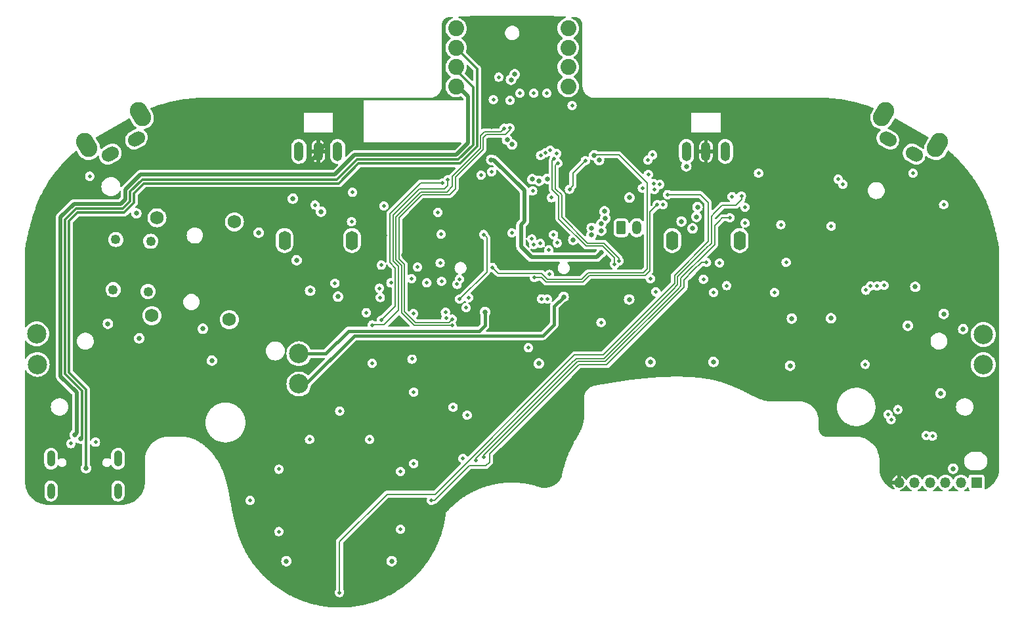
<source format=gbr>
%TF.GenerationSoftware,KiCad,Pcbnew,7.0.6*%
%TF.CreationDate,2023-12-15T10:41:26-08:00*%
%TF.ProjectId,UGC_Main,5547435f-4d61-4696-9e2e-6b696361645f,rev?*%
%TF.SameCoordinates,Original*%
%TF.FileFunction,Copper,L2,Inr*%
%TF.FilePolarity,Positive*%
%FSLAX46Y46*%
G04 Gerber Fmt 4.6, Leading zero omitted, Abs format (unit mm)*
G04 Created by KiCad (PCBNEW 7.0.6) date 2023-12-15 10:41:26*
%MOMM*%
%LPD*%
G01*
G04 APERTURE LIST*
G04 Aperture macros list*
%AMRoundRect*
0 Rectangle with rounded corners*
0 $1 Rounding radius*
0 $2 $3 $4 $5 $6 $7 $8 $9 X,Y pos of 4 corners*
0 Add a 4 corners polygon primitive as box body*
4,1,4,$2,$3,$4,$5,$6,$7,$8,$9,$2,$3,0*
0 Add four circle primitives for the rounded corners*
1,1,$1+$1,$2,$3*
1,1,$1+$1,$4,$5*
1,1,$1+$1,$6,$7*
1,1,$1+$1,$8,$9*
0 Add four rect primitives between the rounded corners*
20,1,$1+$1,$2,$3,$4,$5,0*
20,1,$1+$1,$4,$5,$6,$7,0*
20,1,$1+$1,$6,$7,$8,$9,0*
20,1,$1+$1,$8,$9,$2,$3,0*%
%AMHorizOval*
0 Thick line with rounded ends*
0 $1 width*
0 $2 $3 position (X,Y) of the first rounded end (center of the circle)*
0 $4 $5 position (X,Y) of the second rounded end (center of the circle)*
0 Add line between two ends*
20,1,$1,$2,$3,$4,$5,0*
0 Add two circle primitives to create the rounded ends*
1,1,$1,$2,$3*
1,1,$1,$4,$5*%
G04 Aperture macros list end*
%TA.AperFunction,ComponentPad*%
%ADD10C,1.750000*%
%TD*%
%TA.AperFunction,ComponentPad*%
%ADD11C,1.250000*%
%TD*%
%TA.AperFunction,ComponentPad*%
%ADD12HorizOval,2.250000X-0.250000X0.433013X0.250000X-0.433013X0*%
%TD*%
%TA.AperFunction,ComponentPad*%
%ADD13HorizOval,1.700000X0.259808X0.150000X-0.259808X-0.150000X0*%
%TD*%
%TA.AperFunction,ComponentPad*%
%ADD14HorizOval,2.250000X-0.250000X-0.433013X0.250000X0.433013X0*%
%TD*%
%TA.AperFunction,ComponentPad*%
%ADD15HorizOval,1.700000X0.259808X-0.150000X-0.259808X0.150000X0*%
%TD*%
%TA.AperFunction,ComponentPad*%
%ADD16R,1.350000X1.350000*%
%TD*%
%TA.AperFunction,ComponentPad*%
%ADD17O,1.350000X1.350000*%
%TD*%
%TA.AperFunction,ComponentPad*%
%ADD18C,2.050000*%
%TD*%
%TA.AperFunction,ComponentPad*%
%ADD19O,1.050000X2.100000*%
%TD*%
%TA.AperFunction,ComponentPad*%
%ADD20O,1.000000X2.000000*%
%TD*%
%TA.AperFunction,ComponentPad*%
%ADD21O,1.250000X2.500000*%
%TD*%
%TA.AperFunction,HeatsinkPad*%
%ADD22O,1.600000X2.500000*%
%TD*%
%TA.AperFunction,ComponentPad*%
%ADD23RoundRect,0.250000X-0.350000X-0.625000X0.350000X-0.625000X0.350000X0.625000X-0.350000X0.625000X0*%
%TD*%
%TA.AperFunction,ComponentPad*%
%ADD24O,1.200000X1.750000*%
%TD*%
%TA.AperFunction,ViaPad*%
%ADD25C,0.650000*%
%TD*%
%TA.AperFunction,ViaPad*%
%ADD26C,0.500000*%
%TD*%
%TA.AperFunction,ViaPad*%
%ADD27C,2.500000*%
%TD*%
%TA.AperFunction,Conductor*%
%ADD28C,0.500000*%
%TD*%
%TA.AperFunction,Conductor*%
%ADD29C,0.200000*%
%TD*%
%TA.AperFunction,Conductor*%
%ADD30C,0.400000*%
%TD*%
%TA.AperFunction,Conductor*%
%ADD31C,0.300000*%
%TD*%
%TA.AperFunction,Conductor*%
%ADD32C,0.150000*%
%TD*%
G04 APERTURE END LIST*
D10*
%TO.N,*%
%TO.C,SW6*%
X172671539Y-110006388D03*
X172009489Y-122639052D03*
X182657835Y-110529748D03*
X181995785Y-123162412D03*
D11*
%TO.N,Pulldown_D*%
X171861497Y-113043156D03*
X171521313Y-119534248D03*
%TO.N,SL_Pull*%
X167367664Y-112807644D03*
X167027480Y-119298736D03*
%TD*%
D12*
%TO.N,*%
%TO.C,SW7*%
X163618112Y-100644336D03*
X170546316Y-96644336D03*
D13*
%TO.N,Pulldown_C*%
X166643465Y-101784400D03*
%TO.N,L_Pull*%
X170020963Y-99834400D03*
%TD*%
D14*
%TO.N,*%
%TO.C,SW8*%
X266420998Y-96644336D03*
X273349202Y-100644336D03*
D15*
%TO.N,Pulldown_C*%
X266946351Y-99834400D03*
%TO.N,R_Pull*%
X270323849Y-101784400D03*
%TD*%
D16*
%TO.N,GND*%
%TO.C,J4*%
X278380200Y-144195800D03*
D17*
%TO.N,RS_B_IN*%
X276380200Y-144195800D03*
%TO.N,Pulldown_D*%
X274380200Y-144195800D03*
%TO.N,RY*%
X272380200Y-144195800D03*
%TO.N,RX*%
X270380200Y-144195800D03*
%TO.N,+3V3*%
X268380200Y-144195800D03*
%TD*%
D18*
%TO.N,D+*%
%TO.C,J7*%
X211258657Y-88054400D03*
%TD*%
%TO.N,N_DATA*%
%TO.C,J8*%
X225708657Y-88054400D03*
%TD*%
D19*
%TO.N,GND*%
%TO.C,J14*%
X167642000Y-141108000D03*
D20*
X167642000Y-145288000D03*
X159002000Y-145288000D03*
D19*
X159002000Y-141108000D03*
%TD*%
D18*
%TO.N,+3V3_PRE*%
%TO.C,J12*%
X225708657Y-93054400D03*
%TD*%
%TO.N,N_CLOCK*%
%TO.C,J6*%
X225708657Y-85554400D03*
%TD*%
%TO.N,N_LATCH*%
%TO.C,J10*%
X225708657Y-90554400D03*
%TD*%
%TO.N,+5V_PRE*%
%TO.C,J11*%
X211258657Y-93054400D03*
%TD*%
%TO.N,D-*%
%TO.C,J9*%
X211258657Y-90554400D03*
%TD*%
D21*
%TO.N,+3V3*%
%TO.C,RV2*%
X243483657Y-101434400D03*
%TO.N,ZR_ANALOG*%
X240983657Y-101434400D03*
%TO.N,GND*%
X245983657Y-101434400D03*
D22*
%TO.N,N/C*%
X247833657Y-112934400D03*
X239133657Y-112934400D03*
%TD*%
D23*
%TO.N,GND*%
%TO.C,B1*%
X232547596Y-111285471D03*
D24*
%TO.N,BATTERY_POS*%
X234547596Y-111285471D03*
%TD*%
D18*
%TO.N,GND*%
%TO.C,J5*%
X211258657Y-85554400D03*
%TD*%
D21*
%TO.N,+3V3*%
%TO.C,RV1*%
X193483657Y-101434400D03*
%TO.N,ZL_ANALOG*%
X190983657Y-101434400D03*
%TO.N,GND*%
X195983657Y-101434400D03*
D22*
%TO.N,N/C*%
X197833657Y-112934400D03*
X189133657Y-112934400D03*
%TD*%
D25*
%TO.N,GND*%
X218821000Y-91490800D03*
X218465400Y-100533200D03*
X218338400Y-92202000D03*
D26*
X223545400Y-107416600D03*
X205756379Y-122397529D03*
X208915000Y-109296200D03*
X201930000Y-108483400D03*
X218439993Y-111963200D03*
D25*
X275361400Y-142392400D03*
D26*
X209194400Y-115849400D03*
X209956400Y-122936000D03*
D25*
X217830400Y-99923600D03*
%TO.N,LX*%
X196011800Y-120192800D03*
X179755800Y-128447800D03*
%TO.N,LY*%
X190677800Y-115493800D03*
X192430400Y-119430800D03*
D26*
%TO.N,+1V1*%
X227914200Y-102641400D03*
X225882200Y-106324400D03*
X221132400Y-106553000D03*
D25*
%TO.N,+3V3*%
X231292400Y-100660200D03*
X209118200Y-114655600D03*
X269316200Y-137820400D03*
X177292000Y-108432600D03*
D26*
X216154000Y-109855000D03*
D25*
X168198800Y-125272800D03*
X177495200Y-102438200D03*
X220675200Y-111912400D03*
X188112400Y-123926600D03*
X198196200Y-104775000D03*
X186740800Y-97764600D03*
D26*
X215798400Y-98298000D03*
D25*
X203047600Y-126339600D03*
X196418200Y-107467400D03*
D26*
X213842600Y-105740200D03*
D25*
X187045600Y-119380000D03*
X225807623Y-121970800D03*
D26*
X230657400Y-104419400D03*
D25*
X169849800Y-110583609D03*
X240817400Y-96545400D03*
X201472800Y-122123200D03*
X230581200Y-100025200D03*
X176453800Y-108635800D03*
D26*
X225806000Y-107492800D03*
X214223600Y-109829600D03*
D25*
X220091000Y-102666800D03*
X174548800Y-125399800D03*
X176758600Y-103124000D03*
X199097900Y-115684300D03*
X187172600Y-111861600D03*
X178231800Y-103124000D03*
X225806000Y-122790404D03*
X222021400Y-97713800D03*
X226212400Y-100279200D03*
X270687800Y-132892800D03*
X202057000Y-112318800D03*
D26*
X224866200Y-105054400D03*
D25*
X177876200Y-108940600D03*
D26*
X218821000Y-107416600D03*
D25*
X204520800Y-114858800D03*
%TO.N,BAT_LVL*%
X233603800Y-107416600D03*
X221945200Y-105232200D03*
D26*
%TO.N,VBUS_SYS*%
X229946200Y-123520200D03*
D25*
X233578400Y-120548400D03*
X225120200Y-120218200D03*
D27*
X190978900Y-131464600D03*
D26*
%TO.N,USB_EN*%
X223399733Y-101264779D03*
X218211400Y-94843600D03*
D25*
%TO.N,BTN_PWR*%
X221919800Y-128828800D03*
D26*
X236321600Y-117881400D03*
X223298445Y-117321090D03*
D25*
X236321600Y-128651000D03*
D27*
%TO.N,RUMBLE-*%
X190978900Y-127564600D03*
D25*
X214985600Y-122159700D03*
D26*
%TO.N,Net-(J14-CC1)*%
X164744400Y-138988800D03*
%TO.N,D+*%
X216763600Y-91846400D03*
D25*
X163525200Y-142341600D03*
%TO.N,D-*%
X162814000Y-138531600D03*
D26*
%TO.N,Net-(J14-CC2)*%
X161572000Y-139169200D03*
D25*
%TO.N,SL_RGB*%
X185801000Y-111937800D03*
X190195200Y-107543600D03*
%TO.N,Net-(L2-DOUT)*%
X166344600Y-123698000D03*
X170002200Y-109423200D03*
%TO.N,Net-(L3-DOUT)*%
X170383200Y-125577600D03*
X178587400Y-124333000D03*
D26*
%TO.N,DD_Pull*%
X238531400Y-107010200D03*
X196215000Y-158394400D03*
%TO.N,DL_Pull*%
X214833200Y-140919200D03*
X184683400Y-146507200D03*
X246557800Y-110007400D03*
X205790800Y-141732000D03*
%TO.N,DU_Pull*%
X212140800Y-141097000D03*
X196240400Y-134950200D03*
X213791800Y-141300200D03*
X248056400Y-107188000D03*
%TO.N,ZL_Pull*%
X237007400Y-119557800D03*
X212852000Y-120319800D03*
D27*
X157149800Y-124993400D03*
D26*
%TO.N,ESP_RTS*%
X200406000Y-128778000D03*
X199669400Y-122250200D03*
%TO.N,ESP_EN*%
X209296000Y-112141000D03*
X197866000Y-106730800D03*
X197764400Y-110515400D03*
X222148400Y-101955600D03*
%TO.N,ESP_DTR*%
X209880200Y-122214498D03*
X205790800Y-132511800D03*
X205562200Y-128244600D03*
%TO.N,I2C_SCL*%
X223875600Y-102412800D03*
X215814621Y-104075862D03*
X231701147Y-115982447D03*
%TO.N,I2C_SDA*%
X232284636Y-115562671D03*
X214467138Y-104491441D03*
X224358200Y-102946200D03*
%TO.N,USB_BOOT*%
X214807800Y-112166400D03*
X212674200Y-135483600D03*
X211709000Y-120497600D03*
%TO.N,RGB_OUT*%
X224231200Y-101727000D03*
X193040000Y-108356400D03*
%TO.N,SHARED_PU*%
X226212400Y-95504000D03*
X222961200Y-93929200D03*
X221284800Y-93929200D03*
X219456000Y-93929200D03*
%TO.N,USB_SEL*%
X222758000Y-101600000D03*
X216052400Y-94742000D03*
%TO.N,R_BRAKE*%
X223012000Y-120497600D03*
X220573600Y-126796800D03*
%TO.N,RUMBLE*%
X212547200Y-121615200D03*
X222275400Y-120472200D03*
%TO.N,ESP_RX0*%
X209499200Y-105511600D03*
X201650600Y-123190000D03*
%TO.N,ESP_TX0*%
X210185000Y-105105200D03*
X200406000Y-123850400D03*
%TO.N,LADC_CS*%
X221259400Y-113461800D03*
X195630800Y-118465600D03*
%TO.N,SPI_TX*%
X202844400Y-118414800D03*
X207492600Y-118414800D03*
X265557000Y-118795800D03*
X201472800Y-120294400D03*
X224282000Y-113258600D03*
X267360400Y-136067800D03*
%TO.N,SPI_RX*%
X266979400Y-135407400D03*
X209372200Y-118211600D03*
X223202015Y-114163403D03*
X264693400Y-118821200D03*
%TO.N,SPI_CK*%
X223824800Y-112191800D03*
X205511400Y-117856000D03*
X266446000Y-118745000D03*
X268224000Y-134772400D03*
X201366000Y-119105800D03*
D25*
%TO.N,RADC_CS*%
X226364800Y-112852200D03*
X270484600Y-118922800D03*
X273735800Y-132689600D03*
%TO.N,Scan_C*%
X240334800Y-110490000D03*
X228746736Y-111318562D03*
%TO.N,Scan_D*%
X228713542Y-112224268D03*
X241757200Y-111379000D03*
%TO.N,Scan_B*%
X229965409Y-111659980D03*
X242239800Y-109880400D03*
%TO.N,Scan_A*%
X229955925Y-110796951D03*
X242392200Y-108635800D03*
D26*
%TO.N,IMU0_CS*%
X201599800Y-116128800D03*
X220980000Y-112725200D03*
D25*
%TO.N,ZL_ANALOG*%
X221081600Y-105029000D03*
X193827400Y-109220000D03*
%TO.N,ZR_ANALOG*%
X223012000Y-104978200D03*
X240944400Y-103378000D03*
D26*
%TO.N,UART_USB+*%
X217474800Y-98450400D03*
X210718400Y-123901200D03*
%TO.N,UART_USB-*%
X210743800Y-123088400D03*
X218186000Y-98399600D03*
%TO.N,L_Pull*%
X235280200Y-106172000D03*
X246862600Y-107264200D03*
%TO.N,DR_Pull*%
X243560600Y-115773200D03*
X208076800Y-146481800D03*
%TO.N,A_Pull*%
X253136400Y-110896400D03*
X259638800Y-111074200D03*
%TO.N,B_Pull*%
X252323600Y-119659400D03*
X244475000Y-119659400D03*
%TO.N,SL_Pull*%
X248513600Y-108635800D03*
X246151400Y-118770400D03*
X248513600Y-110693200D03*
X211378800Y-118592600D03*
%TO.N,R_Pull*%
X270179800Y-104241600D03*
X236829600Y-106375200D03*
%TO.N,Y_Pull*%
X245237000Y-115824000D03*
X253822200Y-115747800D03*
%TO.N,X_Pull*%
X237947200Y-108305600D03*
X274142200Y-108331000D03*
%TO.N,ZR_Pull*%
X264109200Y-119354600D03*
D27*
X279259600Y-128960400D03*
D26*
X264033000Y-128930400D03*
X243154200Y-117932200D03*
%TO.N,Plus_Pull*%
X237210600Y-108331000D03*
X221361000Y-117729000D03*
D25*
%TO.N,+5V_PRE*%
X162052000Y-138023600D03*
D26*
%TO.N,IMU1_CS*%
X222130112Y-113321680D03*
X206280400Y-116382800D03*
%TO.N,RS_B_IN*%
X261137400Y-105689400D03*
X237515400Y-105714800D03*
X272694400Y-138201400D03*
D25*
%TO.N,Pulldown_C*%
X229692200Y-102565200D03*
D26*
X235966000Y-102565200D03*
D25*
X269519400Y-123952000D03*
D26*
X236042200Y-104394000D03*
D27*
X157226000Y-128930400D03*
D26*
X250266200Y-104241600D03*
D25*
X276656800Y-124383800D03*
D27*
X279273000Y-125069600D03*
D26*
X163995100Y-104635300D03*
%TO.N,Pulldown_D*%
X236728000Y-105562400D03*
X236601000Y-101904800D03*
X211683600Y-117932200D03*
X271881600Y-138099800D03*
X260527800Y-105029000D03*
D25*
X229057200Y-101955600D03*
D26*
X215925400Y-116408200D03*
D25*
%TO.N,Pulldown_A*%
X244449600Y-128625600D03*
X259588000Y-122986800D03*
X230491762Y-110099889D03*
X254330200Y-129108200D03*
X274142200Y-122428000D03*
X254558800Y-123012200D03*
D26*
%TO.N,Pulldown_B*%
X188391800Y-142468600D03*
X192354200Y-138633200D03*
X200101200Y-138633200D03*
D25*
X202932000Y-154344400D03*
D26*
X204083657Y-150241000D03*
X188391800Y-150520400D03*
X210870800Y-134467600D03*
X204089000Y-142748000D03*
D25*
X189371000Y-154344400D03*
X230392181Y-109194182D03*
%TO.N,+5V*%
X230004090Y-114479819D03*
X215783138Y-102514294D03*
%TD*%
D28*
%TO.N,+5V*%
X220980000Y-115112800D02*
X229371109Y-115112800D01*
X229371109Y-115112800D02*
X230004090Y-114479819D01*
X220065600Y-110464600D02*
X219608400Y-110921800D01*
X219608400Y-110921800D02*
X219608400Y-113741200D01*
X219608400Y-113741200D02*
X220980000Y-115112800D01*
X215783138Y-102514294D02*
X216103094Y-102514294D01*
X216103094Y-102514294D02*
X220065600Y-106476800D01*
X220065600Y-106476800D02*
X220065600Y-110464600D01*
D29*
%TO.N,+1V1*%
X226314000Y-105892600D02*
X226314000Y-104241600D01*
X226314000Y-104241600D02*
X227914200Y-102641400D01*
X225882200Y-106324400D02*
X226314000Y-105892600D01*
D28*
%TO.N,+3V3*%
X193483657Y-101434400D02*
X193483657Y-101740543D01*
X193483657Y-101434400D02*
X195199000Y-99719057D01*
X195199000Y-99719057D02*
X195199000Y-99695000D01*
X193483657Y-101740543D02*
X191973200Y-103251000D01*
D30*
%TO.N,VBUS_SYS*%
X223901000Y-123799600D02*
X222453200Y-125247400D01*
X191902800Y-131464600D02*
X190978900Y-131464600D01*
X225120200Y-120218200D02*
X223901000Y-121437400D01*
X222453200Y-125247400D02*
X198120000Y-125247400D01*
X198120000Y-125247400D02*
X191902800Y-131464600D01*
X223901000Y-121437400D02*
X223901000Y-123799600D01*
%TO.N,RUMBLE-*%
X214249000Y-124612400D02*
X214985600Y-123875800D01*
X214985600Y-123875800D02*
X214985600Y-122159700D01*
X190978900Y-127564600D02*
X194431200Y-127564600D01*
X194431200Y-127564600D02*
X197383400Y-124612400D01*
X197383400Y-124612400D02*
X214249000Y-124612400D01*
D31*
%TO.N,D+*%
X162407600Y-109321600D02*
X161290000Y-110439200D01*
X161290000Y-110439200D02*
X161290000Y-129950494D01*
X196113400Y-105562400D02*
X170988706Y-105562400D01*
X168452800Y-109321600D02*
X162407600Y-109321600D01*
X213953059Y-100807513D02*
X211763572Y-102997000D01*
X213953059Y-90748802D02*
X213953059Y-100807513D01*
X163525200Y-132185694D02*
X163525200Y-142341600D01*
X169722800Y-106828306D02*
X169722800Y-108051600D01*
X161290000Y-129950494D02*
X163525200Y-132185694D01*
X211763572Y-102997000D02*
X198678800Y-102997000D01*
X169722800Y-108051600D02*
X168452800Y-109321600D01*
X211258657Y-88054400D02*
X213953059Y-90748802D01*
X170988706Y-105562400D02*
X169722800Y-106828306D01*
X198678800Y-102997000D02*
X196113400Y-105562400D01*
%TO.N,D-*%
X213436734Y-93167734D02*
X211258657Y-90989657D01*
X168249600Y-108813600D02*
X169205200Y-107858000D01*
X170789600Y-105054400D02*
X195884800Y-105054400D01*
X160782000Y-110236000D02*
X162204400Y-108813600D01*
X162814000Y-138531600D02*
X162966400Y-138379200D01*
X162204400Y-108813600D02*
X168249600Y-108813600D01*
X211258657Y-90989657D02*
X211258657Y-90554400D01*
X198450200Y-102489000D02*
X211556600Y-102489000D01*
X162966400Y-132334000D02*
X160782000Y-130149600D01*
X195884800Y-105054400D02*
X198450200Y-102489000D01*
X160782000Y-130149600D02*
X160782000Y-110236000D01*
X211556600Y-102489000D02*
X213436734Y-100608866D01*
X169205200Y-106638800D02*
X170789600Y-105054400D01*
X162966400Y-138379200D02*
X162966400Y-132334000D01*
X213436734Y-100608866D02*
X213436734Y-93167734D01*
X169205200Y-107858000D02*
X169205200Y-106638800D01*
D29*
%TO.N,DD_Pull*%
X239420400Y-117424200D02*
X239420400Y-118491000D01*
X243763800Y-108051600D02*
X243763800Y-113080800D01*
X238531400Y-107010200D02*
X242722400Y-107010200D01*
X242722400Y-107010200D02*
X243763800Y-108051600D01*
X226542600Y-127711200D02*
X208559400Y-145694400D01*
X196215000Y-151815800D02*
X196215000Y-158394400D01*
X208559400Y-145694400D02*
X202336400Y-145694400D01*
X230200200Y-127711200D02*
X226542600Y-127711200D01*
X239420400Y-118491000D02*
X230200200Y-127711200D01*
X243763800Y-113080800D02*
X239420400Y-117424200D01*
X202336400Y-145694400D02*
X196215000Y-151815800D01*
%TO.N,DL_Pull*%
X230511400Y-128568400D02*
X229641400Y-128568400D01*
X239877600Y-119202200D02*
X230511400Y-128568400D01*
X243916200Y-114147600D02*
X240233200Y-117830600D01*
X240233200Y-117830600D02*
X240233200Y-118160800D01*
X226060000Y-129413000D02*
X214833200Y-140639800D01*
X226904600Y-128568400D02*
X226060000Y-129413000D01*
X240233200Y-118160800D02*
X240233200Y-118846600D01*
X229641400Y-128568400D02*
X226904600Y-128568400D01*
X245211600Y-110388400D02*
X244602000Y-110998000D01*
X244602000Y-111785400D02*
X244602000Y-113461800D01*
X246557800Y-110007400D02*
X245592600Y-110007400D01*
X245592600Y-110007400D02*
X245211600Y-110388400D01*
X244602000Y-110998000D02*
X244602000Y-111785400D01*
X240233200Y-118846600D02*
X239877600Y-119202200D01*
X214833200Y-140639800D02*
X214833200Y-140919200D01*
X244602000Y-113461800D02*
X243916200Y-114147600D01*
%TO.N,DU_Pull*%
X245922800Y-108407200D02*
X245567200Y-108407200D01*
X226085400Y-128803400D02*
X213791800Y-141097000D01*
X247573800Y-108153200D02*
X247319800Y-108407200D01*
X247319800Y-108407200D02*
X245922800Y-108407200D01*
X244170200Y-113284000D02*
X243459000Y-113995200D01*
X239166400Y-119329200D02*
X230327200Y-128168400D01*
X228803200Y-128168400D02*
X226720400Y-128168400D01*
X239820400Y-117633800D02*
X239820400Y-118287800D01*
X248056400Y-107670600D02*
X247573800Y-108153200D01*
X244525800Y-109448600D02*
X244170200Y-109804200D01*
X243459000Y-113995200D02*
X239820400Y-117633800D01*
X239820400Y-118675200D02*
X239166400Y-119329200D01*
X213791800Y-141097000D02*
X213791800Y-141300200D01*
X226720400Y-128168400D02*
X226085400Y-128803400D01*
X248056400Y-107188000D02*
X248056400Y-107670600D01*
X245567200Y-108407200D02*
X244525800Y-109448600D01*
X239820400Y-118287800D02*
X239820400Y-118675200D01*
X230327200Y-128168400D02*
X228803200Y-128168400D01*
X244170200Y-110566200D02*
X244170200Y-113284000D01*
X244170200Y-109804200D02*
X244170200Y-110566200D01*
D32*
%TO.N,I2C_SCL*%
X223621600Y-106324400D02*
X223621600Y-102666800D01*
X223621600Y-102666800D02*
X223875600Y-102412800D01*
X228015800Y-113639600D02*
X224510600Y-110134400D01*
X231701147Y-115165947D02*
X230174800Y-113639600D01*
X224510600Y-107213400D02*
X223621600Y-106324400D01*
X231701147Y-115982447D02*
X231701147Y-115165947D01*
X224510600Y-110134400D02*
X224510600Y-107213400D01*
X230174800Y-113639600D02*
X228015800Y-113639600D01*
%TO.N,I2C_SDA*%
X224866200Y-109956600D02*
X224866200Y-107061000D01*
X230352600Y-113284000D02*
X228193600Y-113284000D01*
X232284636Y-115216036D02*
X230352600Y-113284000D01*
X228193600Y-113284000D02*
X224866200Y-109956600D01*
X224866200Y-107061000D02*
X224078800Y-106273600D01*
X224078800Y-106273600D02*
X224078800Y-103225600D01*
X232284636Y-115562671D02*
X232284636Y-115216036D01*
X224078800Y-103225600D02*
X224358200Y-102946200D01*
%TO.N,USB_BOOT*%
X214807800Y-112166400D02*
X215214200Y-112572800D01*
X215214200Y-112572800D02*
X215214200Y-116992400D01*
X215214200Y-116992400D02*
X211709000Y-120497600D01*
D29*
%TO.N,ESP_RX0*%
X203428600Y-121412000D02*
X203428600Y-116484400D01*
X202717400Y-109474000D02*
X206679800Y-105511600D01*
X201650600Y-123190000D02*
X203428600Y-121412000D01*
X206679800Y-105511600D02*
X209499200Y-105511600D01*
X202717400Y-115773200D02*
X202717400Y-109474000D01*
X203428600Y-116484400D02*
X202717400Y-115773200D01*
%TO.N,ESP_TX0*%
X200406000Y-123850400D02*
X200456800Y-123799600D01*
X206527400Y-106299000D02*
X209778600Y-106299000D01*
X203123800Y-109702600D02*
X206527400Y-106299000D01*
X210185000Y-105892600D02*
X210185000Y-105105200D01*
X203835000Y-121945400D02*
X203835000Y-116306600D01*
X203835000Y-116306600D02*
X203123800Y-115595400D01*
X203123800Y-115595400D02*
X203123800Y-109702600D01*
X201980800Y-123799600D02*
X203835000Y-121945400D01*
X200456800Y-123799600D02*
X201980800Y-123799600D01*
X209778600Y-106299000D02*
X210185000Y-105892600D01*
D32*
%TO.N,UART_USB+*%
X203504800Y-115446070D02*
X204216000Y-116157270D01*
X205816200Y-123875800D02*
X210693000Y-123875800D01*
X204216000Y-122275600D02*
X205816200Y-123875800D01*
X210058000Y-106680000D02*
X206705200Y-106680000D01*
X214400121Y-101017079D02*
X210769200Y-104648000D01*
X204216000Y-116157270D02*
X204216000Y-122275600D01*
X214902679Y-98882200D02*
X214400121Y-99384758D01*
X210769200Y-104648000D02*
X210769200Y-105968800D01*
X214400121Y-99384758D02*
X214400121Y-101017079D01*
X210769200Y-105968800D02*
X210058000Y-106680000D01*
X217043000Y-98882200D02*
X214902679Y-98882200D01*
X203504800Y-109880400D02*
X203504800Y-115446070D01*
X217474800Y-98450400D02*
X217043000Y-98882200D01*
X210693000Y-123875800D02*
X210718400Y-123901200D01*
X206705200Y-106680000D02*
X203504800Y-109880400D01*
%TO.N,UART_USB-*%
X211150200Y-104775000D02*
X211150200Y-106273600D01*
X206844574Y-107035600D02*
X203860400Y-110019774D01*
X205994000Y-123520200D02*
X210312000Y-123520200D01*
X204571600Y-116017896D02*
X204571600Y-122097800D01*
X210388200Y-107035600D02*
X206844574Y-107035600D01*
X218186000Y-98399600D02*
X218186000Y-98653600D01*
X214752733Y-101172467D02*
X211150200Y-104775000D01*
X210312000Y-123520200D02*
X210743800Y-123088400D01*
X214752733Y-99636625D02*
X214752733Y-101172467D01*
X204571600Y-122097800D02*
X205994000Y-123520200D01*
X218186000Y-98653600D02*
X217601800Y-99237800D01*
X203860400Y-115306696D02*
X204571600Y-116017896D01*
X217601800Y-99237800D02*
X215151558Y-99237800D01*
X211150200Y-106273600D02*
X210388200Y-107035600D01*
X203860400Y-110019774D02*
X203860400Y-115306696D01*
X215151558Y-99237800D02*
X214752733Y-99636625D01*
D29*
%TO.N,DR_Pull*%
X243560600Y-115773200D02*
X242900200Y-115773200D01*
X214045800Y-142011400D02*
X212928200Y-142011400D01*
X215087200Y-142011400D02*
X214045800Y-142011400D01*
X215544400Y-140494286D02*
X215544400Y-141554200D01*
X242900200Y-115773200D02*
X241858800Y-116814600D01*
X230682800Y-128981200D02*
X229920800Y-128981200D01*
X212928200Y-142011400D02*
X211658200Y-143281400D01*
X227076000Y-128981200D02*
X226593400Y-129463800D01*
X211658200Y-143281400D02*
X208457800Y-146481800D01*
X216614643Y-139424043D02*
X215544400Y-140494286D01*
X240665000Y-118313200D02*
X240665000Y-118999000D01*
X240665000Y-118999000D02*
X240487200Y-119176800D01*
X216633157Y-139424043D02*
X216614643Y-139424043D01*
X229920800Y-128981200D02*
X227076000Y-128981200D01*
X208457800Y-146481800D02*
X208076800Y-146481800D01*
X215544400Y-141554200D02*
X215087200Y-142011400D01*
X241858800Y-116814600D02*
X240665000Y-118008400D01*
X226593400Y-129463800D02*
X216633157Y-139424043D01*
X240665000Y-118008400D02*
X240665000Y-118313200D01*
X240487200Y-119176800D02*
X230682800Y-128981200D01*
D32*
%TO.N,Plus_Pull*%
X235635800Y-117475000D02*
X236270800Y-116840000D01*
X222300800Y-117729000D02*
X222885000Y-118313200D01*
X228447600Y-117475000D02*
X235635800Y-117475000D01*
X221361000Y-117729000D02*
X222300800Y-117729000D01*
X227609400Y-118313200D02*
X228447600Y-117475000D01*
X236270800Y-116840000D02*
X236270800Y-109270800D01*
X236270800Y-109270800D02*
X237210600Y-108331000D01*
X222885000Y-118313200D02*
X227609400Y-118313200D01*
D28*
%TO.N,+5V_PRE*%
X198170800Y-101879400D02*
X195630800Y-104419400D01*
X211302600Y-101879400D02*
X198170800Y-101879400D01*
X211520000Y-93054400D02*
X212801200Y-94335600D01*
X212801200Y-100380800D02*
X211302600Y-101879400D01*
X170561000Y-104419400D02*
X168605200Y-106375200D01*
X162306000Y-137769600D02*
X162052000Y-138023600D01*
X167995600Y-108204000D02*
X161950400Y-108204000D01*
X195630800Y-104419400D02*
X170561000Y-104419400D01*
X161950400Y-108204000D02*
X160223200Y-109931200D01*
X168605200Y-107594400D02*
X167995600Y-108204000D01*
X211258657Y-93054400D02*
X211520000Y-93054400D01*
X212801200Y-94335600D02*
X212801200Y-100380800D01*
X168605200Y-106375200D02*
X168605200Y-107594400D01*
X160223200Y-130454400D02*
X162306000Y-132537200D01*
X160223200Y-109931200D02*
X160223200Y-130454400D01*
X162306000Y-132537200D02*
X162306000Y-137769600D01*
D32*
%TO.N,Pulldown_D*%
X227431600Y-117957600D02*
X228295200Y-117094000D01*
X229133400Y-101879400D02*
X229057200Y-101955600D01*
X235889800Y-105511600D02*
X232257600Y-101879400D01*
X232257600Y-101879400D02*
X229133400Y-101879400D01*
X235889800Y-116611400D02*
X235889800Y-105511600D01*
X228295200Y-117094000D02*
X235407200Y-117094000D01*
X216687400Y-117170200D02*
X222275400Y-117170200D01*
X222275400Y-117170200D02*
X223062800Y-117957600D01*
X215925400Y-116408200D02*
X216687400Y-117170200D01*
X223062800Y-117957600D02*
X227431600Y-117957600D01*
X235407200Y-117094000D02*
X235889800Y-116611400D01*
%TD*%
%TA.AperFunction,Conductor*%
%TO.N,+3V3*%
G36*
X218598434Y-83889644D02*
G01*
X218599269Y-83889645D01*
X218599270Y-83889646D01*
X218715042Y-83889710D01*
X218715043Y-83889711D01*
X218830872Y-83889821D01*
X218830873Y-83889822D01*
X218944832Y-83889977D01*
X218946755Y-83889980D01*
X218946756Y-83889981D01*
X219061767Y-83890186D01*
X219062686Y-83890188D01*
X219062687Y-83890189D01*
X219178661Y-83890446D01*
X219178663Y-83890447D01*
X219294165Y-83890756D01*
X219294675Y-83890758D01*
X219294677Y-83890759D01*
X219350245Y-83890933D01*
X219409512Y-83891120D01*
X219456216Y-83891288D01*
X219525404Y-83891539D01*
X219526807Y-83891545D01*
X219526808Y-83891546D01*
X219641928Y-83892020D01*
X219642915Y-83892025D01*
X219642916Y-83892026D01*
X219759195Y-83892564D01*
X219875393Y-83893167D01*
X219875395Y-83893166D01*
X219991553Y-83893831D01*
X219991553Y-83893830D01*
X219992272Y-83893834D01*
X220107725Y-83894560D01*
X220107725Y-83894559D01*
X220108813Y-83894566D01*
X220213540Y-83895284D01*
X220225642Y-83895366D01*
X220340077Y-83896219D01*
X220340077Y-83896218D01*
X220341056Y-83896226D01*
X220367398Y-83896437D01*
X220456250Y-83897153D01*
X220456250Y-83897152D01*
X220457211Y-83897160D01*
X220572414Y-83898158D01*
X220572414Y-83898157D01*
X220573920Y-83898171D01*
X220690258Y-83899252D01*
X220804551Y-83900390D01*
X220918847Y-83901601D01*
X221011282Y-83902644D01*
X221035469Y-83902917D01*
X221036708Y-83902931D01*
X221036709Y-83902932D01*
X221056812Y-83903172D01*
X221151968Y-83904313D01*
X221166540Y-83904497D01*
X221268792Y-83905795D01*
X221268794Y-83905796D01*
X221384568Y-83907349D01*
X221384780Y-83907352D01*
X221384782Y-83907353D01*
X221500926Y-83908998D01*
X221500926Y-83908997D01*
X221501284Y-83909002D01*
X221616662Y-83910725D01*
X221627061Y-83910888D01*
X221731124Y-83912523D01*
X221748154Y-83912803D01*
X221848461Y-83914459D01*
X221848462Y-83914458D01*
X221964192Y-83916463D01*
X221964192Y-83916462D01*
X221964651Y-83916470D01*
X222079859Y-83918560D01*
X222079859Y-83918559D01*
X222080423Y-83918569D01*
X222195458Y-83920755D01*
X222195458Y-83920754D01*
X222195581Y-83920757D01*
X222313943Y-83923106D01*
X222316610Y-83923161D01*
X222432378Y-83925562D01*
X222432466Y-83925564D01*
X222432467Y-83925565D01*
X222550649Y-83928123D01*
X222551061Y-83928132D01*
X222551062Y-83928133D01*
X222669322Y-83930803D01*
X222669646Y-83930811D01*
X222669648Y-83930812D01*
X222788423Y-83933607D01*
X222788423Y-83933606D01*
X222788686Y-83933612D01*
X222906915Y-83936510D01*
X223025344Y-83939528D01*
X223025345Y-83939529D01*
X223143355Y-83942653D01*
X223143885Y-83942668D01*
X223143886Y-83942669D01*
X223262612Y-83945937D01*
X223262612Y-83945936D01*
X223263083Y-83945949D01*
X223355310Y-83948582D01*
X223381926Y-83949343D01*
X223499546Y-83952826D01*
X223501780Y-83952894D01*
X223617897Y-83956458D01*
X223617898Y-83956459D01*
X223736556Y-83960230D01*
X223736556Y-83960229D01*
X223737404Y-83960256D01*
X223854994Y-83964126D01*
X223854994Y-83964125D01*
X223973413Y-83968155D01*
X224091640Y-83972313D01*
X224209980Y-83976613D01*
X224209981Y-83976614D01*
X224328327Y-83981054D01*
X224328329Y-83981055D01*
X224445245Y-83985581D01*
X224445873Y-83985606D01*
X224539937Y-83989364D01*
X224565017Y-83990366D01*
X224683410Y-83995244D01*
X224683410Y-83995243D01*
X224683516Y-83995247D01*
X224785906Y-83999594D01*
X224802478Y-84000298D01*
X224919853Y-84005433D01*
X224919853Y-84005432D01*
X225037859Y-84010747D01*
X225155766Y-84016210D01*
X225155970Y-84016220D01*
X225155971Y-84016221D01*
X225273682Y-84021833D01*
X225274079Y-84021852D01*
X225274080Y-84021853D01*
X225319468Y-84024078D01*
X225339208Y-84025046D01*
X225396403Y-84046780D01*
X225429899Y-84097983D01*
X225426902Y-84159094D01*
X225388557Y-84206774D01*
X225366506Y-84217562D01*
X225154231Y-84290437D01*
X225154229Y-84290437D01*
X225154226Y-84290439D01*
X224953750Y-84398931D01*
X224953747Y-84398933D01*
X224773866Y-84538941D01*
X224773863Y-84538943D01*
X224773863Y-84538944D01*
X224721252Y-84596095D01*
X224619473Y-84706656D01*
X224576089Y-84773061D01*
X224494795Y-84897491D01*
X224407802Y-85095817D01*
X224403227Y-85106246D01*
X224347266Y-85327225D01*
X224328443Y-85554400D01*
X224347266Y-85781574D01*
X224374884Y-85890633D01*
X224403227Y-86002555D01*
X224494795Y-86211309D01*
X224619474Y-86402145D01*
X224773863Y-86569856D01*
X224953751Y-86709869D01*
X224964259Y-86715555D01*
X224967543Y-86717333D01*
X225009720Y-86761658D01*
X225017789Y-86822309D01*
X224988667Y-86876119D01*
X224967543Y-86891467D01*
X224953750Y-86898931D01*
X224953747Y-86898933D01*
X224773866Y-87038941D01*
X224773863Y-87038943D01*
X224773863Y-87038944D01*
X224748921Y-87066038D01*
X224619473Y-87206656D01*
X224494794Y-87397493D01*
X224403227Y-87606246D01*
X224347266Y-87827225D01*
X224328443Y-88054399D01*
X224347266Y-88281574D01*
X224347267Y-88281576D01*
X224403227Y-88502555D01*
X224494795Y-88711309D01*
X224619474Y-88902145D01*
X224773863Y-89069856D01*
X224953751Y-89209869D01*
X224964259Y-89215555D01*
X224967543Y-89217333D01*
X225009720Y-89261658D01*
X225017789Y-89322309D01*
X224988667Y-89376119D01*
X224967543Y-89391467D01*
X224953750Y-89398931D01*
X224953747Y-89398933D01*
X224773866Y-89538941D01*
X224619473Y-89706656D01*
X224494794Y-89897493D01*
X224403227Y-90106246D01*
X224347266Y-90327225D01*
X224328443Y-90554400D01*
X224347266Y-90781574D01*
X224355290Y-90813258D01*
X224403227Y-91002555D01*
X224494795Y-91211309D01*
X224619474Y-91402145D01*
X224773863Y-91569856D01*
X224953751Y-91709869D01*
X224967540Y-91717331D01*
X225009718Y-91761653D01*
X225017789Y-91822304D01*
X224988670Y-91876115D01*
X224967546Y-91891464D01*
X224953755Y-91898927D01*
X224953747Y-91898933D01*
X224773866Y-92038941D01*
X224773863Y-92038943D01*
X224773863Y-92038944D01*
X224697276Y-92122140D01*
X224619473Y-92206656D01*
X224494794Y-92397493D01*
X224403227Y-92606246D01*
X224347266Y-92827225D01*
X224328443Y-93054399D01*
X224347266Y-93281574D01*
X224374884Y-93390632D01*
X224403227Y-93502555D01*
X224494795Y-93711309D01*
X224619474Y-93902145D01*
X224773863Y-94069856D01*
X224794551Y-94085958D01*
X224942962Y-94201472D01*
X224953751Y-94209869D01*
X225043715Y-94258555D01*
X225152669Y-94317518D01*
X225154231Y-94318363D01*
X225369834Y-94392380D01*
X225594680Y-94429900D01*
X225822634Y-94429900D01*
X226047480Y-94392380D01*
X226263083Y-94318363D01*
X226463563Y-94209869D01*
X226643451Y-94069856D01*
X226797840Y-93902145D01*
X226922519Y-93711309D01*
X227014087Y-93502555D01*
X227070047Y-93281576D01*
X227088871Y-93054400D01*
X227070047Y-92827224D01*
X227014087Y-92606245D01*
X226922519Y-92397491D01*
X226797840Y-92206655D01*
X226643451Y-92038944D01*
X226597473Y-92003158D01*
X226463566Y-91898933D01*
X226463558Y-91898928D01*
X226449773Y-91891468D01*
X226407594Y-91847144D01*
X226399524Y-91786493D01*
X226428645Y-91732682D01*
X226449773Y-91717332D01*
X226453570Y-91715276D01*
X226463563Y-91709869D01*
X226643451Y-91569856D01*
X226797840Y-91402145D01*
X226922519Y-91211309D01*
X227014087Y-91002555D01*
X227070047Y-90781576D01*
X227088871Y-90554400D01*
X227070047Y-90327224D01*
X227014087Y-90106245D01*
X226922519Y-89897491D01*
X226797840Y-89706655D01*
X226643451Y-89538944D01*
X226463563Y-89398931D01*
X226463561Y-89398930D01*
X226463558Y-89398928D01*
X226449773Y-89391468D01*
X226407594Y-89347144D01*
X226399524Y-89286493D01*
X226428645Y-89232682D01*
X226449773Y-89217332D01*
X226453570Y-89215276D01*
X226463563Y-89209869D01*
X226643451Y-89069856D01*
X226797840Y-88902145D01*
X226922519Y-88711309D01*
X227014087Y-88502555D01*
X227070047Y-88281576D01*
X227088871Y-88054400D01*
X227070047Y-87827224D01*
X227014087Y-87606245D01*
X226922519Y-87397491D01*
X226797840Y-87206655D01*
X226643451Y-87038944D01*
X226522813Y-86945047D01*
X226463566Y-86898933D01*
X226463558Y-86898928D01*
X226449773Y-86891468D01*
X226407594Y-86847144D01*
X226399524Y-86786493D01*
X226428645Y-86732682D01*
X226449773Y-86717332D01*
X226453570Y-86715276D01*
X226463563Y-86709869D01*
X226643451Y-86569856D01*
X226797840Y-86402145D01*
X226922519Y-86211309D01*
X227014087Y-86002555D01*
X227070047Y-85781576D01*
X227088871Y-85554400D01*
X227070047Y-85327224D01*
X227014087Y-85106245D01*
X226922519Y-84897491D01*
X226797840Y-84706655D01*
X226643451Y-84538944D01*
X226597974Y-84503547D01*
X226463566Y-84398933D01*
X226463563Y-84398931D01*
X226263086Y-84290438D01*
X226259628Y-84289251D01*
X226191734Y-84265942D01*
X226142837Y-84229167D01*
X226124895Y-84170671D01*
X226144761Y-84112801D01*
X226194849Y-84077660D01*
X226229784Y-84073484D01*
X226287783Y-84076950D01*
X226287784Y-84076950D01*
X226388367Y-84083081D01*
X226388927Y-84083115D01*
X226388928Y-84083116D01*
X226421300Y-84085129D01*
X226488886Y-84089332D01*
X226517594Y-84091152D01*
X226590627Y-84095785D01*
X226590629Y-84095786D01*
X226626349Y-84098082D01*
X226629554Y-84098289D01*
X226632267Y-84098538D01*
X226736985Y-84111092D01*
X226742305Y-84112027D01*
X226770882Y-84118682D01*
X226843466Y-84135588D01*
X226848658Y-84137100D01*
X226905791Y-84157196D01*
X226947262Y-84171784D01*
X226951173Y-84173349D01*
X226978451Y-84185643D01*
X227002853Y-84196641D01*
X227006622Y-84198537D01*
X227098065Y-84249535D01*
X227102644Y-84252428D01*
X227156087Y-84290439D01*
X227187270Y-84312617D01*
X227191502Y-84315990D01*
X227203168Y-84326381D01*
X227269556Y-84385513D01*
X227272569Y-84388436D01*
X227311610Y-84429680D01*
X227314262Y-84432721D01*
X227320098Y-84439993D01*
X227375439Y-84508954D01*
X227378402Y-84513059D01*
X227385386Y-84523859D01*
X227431089Y-84594539D01*
X227433607Y-84598908D01*
X227444319Y-84619903D01*
X227477984Y-84685888D01*
X227479633Y-84689465D01*
X227499871Y-84738391D01*
X227501230Y-84742087D01*
X227511261Y-84773130D01*
X227531294Y-84835128D01*
X227532602Y-84840020D01*
X227552851Y-84934902D01*
X227553653Y-84939898D01*
X227564184Y-85036974D01*
X227564453Y-85040904D01*
X227566017Y-85095808D01*
X227566016Y-92956175D01*
X227566010Y-92956190D01*
X227566010Y-92974829D01*
X227565001Y-92977933D01*
X227565858Y-92988827D01*
X227566010Y-92992709D01*
X227566010Y-93104513D01*
X227583658Y-93227267D01*
X227583661Y-93227281D01*
X227585546Y-93240390D01*
X227585898Y-93243556D01*
X227590000Y-93295697D01*
X227595559Y-93313559D01*
X227595804Y-93313506D01*
X227596411Y-93316297D01*
X227596501Y-93316586D01*
X227596553Y-93316953D01*
X227596555Y-93316960D01*
X227636692Y-93453660D01*
X227636693Y-93453661D01*
X227644767Y-93481159D01*
X227645405Y-93483551D01*
X227653068Y-93515474D01*
X227655857Y-93520350D01*
X227721995Y-93665171D01*
X227722047Y-93665630D01*
X227723153Y-93667707D01*
X227746191Y-93718152D01*
X227746438Y-93718605D01*
X227747959Y-93721785D01*
X227751081Y-93725759D01*
X227837677Y-93860506D01*
X227837931Y-93861472D01*
X227840650Y-93865132D01*
X227862220Y-93898697D01*
X227862225Y-93898703D01*
X227862228Y-93898707D01*
X227866834Y-93904022D01*
X227871342Y-93910180D01*
X227875970Y-93914567D01*
X227981129Y-94035925D01*
X227982019Y-94038031D01*
X227988718Y-94044683D01*
X228002786Y-94060918D01*
X228002791Y-94060922D01*
X228002797Y-94060928D01*
X228019018Y-94074984D01*
X228023741Y-94079741D01*
X228027779Y-94082575D01*
X228149137Y-94187732D01*
X228150667Y-94190269D01*
X228159678Y-94196866D01*
X228164994Y-94201472D01*
X228165001Y-94201477D01*
X228198571Y-94223051D01*
X228201265Y-94225053D01*
X228203193Y-94226022D01*
X228337949Y-94312624D01*
X228339645Y-94314698D01*
X228340334Y-94314984D01*
X228345123Y-94317276D01*
X228345555Y-94317511D01*
X228345562Y-94317516D01*
X228348952Y-94319064D01*
X228395997Y-94340549D01*
X228397575Y-94341388D01*
X228398519Y-94341700D01*
X228509494Y-94392380D01*
X228543352Y-94407842D01*
X228545741Y-94410034D01*
X228580149Y-94418295D01*
X228582517Y-94418925D01*
X228746746Y-94467146D01*
X228747094Y-94467196D01*
X228747186Y-94467241D01*
X228750200Y-94467897D01*
X228750037Y-94468642D01*
X228758862Y-94472979D01*
X228820144Y-94477801D01*
X228823302Y-94478152D01*
X228959199Y-94497690D01*
X229066517Y-94497689D01*
X229067017Y-94497689D01*
X229070932Y-94497689D01*
X229074817Y-94497842D01*
X229082168Y-94498420D01*
X229088252Y-94497689D01*
X257941170Y-94497689D01*
X257941670Y-94497689D01*
X258237012Y-94503620D01*
X258767072Y-94515164D01*
X259152811Y-94538432D01*
X259602670Y-94567837D01*
X260003684Y-94608240D01*
X260435393Y-94655389D01*
X260841162Y-94712812D01*
X261263873Y-94777693D01*
X261670187Y-94851944D01*
X262086701Y-94934561D01*
X262491295Y-95025425D01*
X262902524Y-95125766D01*
X263303579Y-95232920D01*
X263710080Y-95351061D01*
X264106088Y-95474103D01*
X264508227Y-95610209D01*
X264897473Y-95748520D01*
X265065095Y-95813508D01*
X265112514Y-95852171D01*
X265128152Y-95911324D01*
X265115043Y-95955311D01*
X264906333Y-96316812D01*
X264862663Y-96392452D01*
X264833594Y-96454051D01*
X264784441Y-96558207D01*
X264784440Y-96558208D01*
X264717902Y-96793510D01*
X264691003Y-97036543D01*
X264691003Y-97036549D01*
X264691003Y-97036553D01*
X264704473Y-97280709D01*
X264757947Y-97519317D01*
X264757947Y-97519318D01*
X264757948Y-97519320D01*
X264849965Y-97745871D01*
X264849966Y-97745872D01*
X264969877Y-97940947D01*
X264978017Y-97954188D01*
X265138611Y-98138587D01*
X265327365Y-98294038D01*
X265382142Y-98325663D01*
X265539126Y-98416299D01*
X265539130Y-98416300D01*
X265539131Y-98416301D01*
X265768134Y-98502041D01*
X265768136Y-98502041D01*
X265768138Y-98502042D01*
X265827836Y-98513703D01*
X265939645Y-98535543D01*
X265993132Y-98565256D01*
X266018939Y-98620732D01*
X266007209Y-98680783D01*
X265982732Y-98709836D01*
X265847253Y-98818855D01*
X265702502Y-98987809D01*
X265702501Y-98987810D01*
X265591256Y-99180493D01*
X265517317Y-99390317D01*
X265517313Y-99390332D01*
X265483187Y-99610177D01*
X265483187Y-99610183D01*
X265490037Y-99832555D01*
X265490038Y-99832562D01*
X265537636Y-100049898D01*
X265624357Y-100254781D01*
X265624358Y-100254782D01*
X265747249Y-100440244D01*
X265747257Y-100440254D01*
X265896405Y-100594068D01*
X265902130Y-100599972D01*
X266038227Y-100696312D01*
X266653977Y-101051816D01*
X266805458Y-101121508D01*
X266805461Y-101121508D01*
X266805464Y-101121510D01*
X266886755Y-101141955D01*
X267021224Y-101175775D01*
X267243288Y-101189471D01*
X267464087Y-101162130D01*
X267464092Y-101162128D01*
X267464094Y-101162128D01*
X267676097Y-101094685D01*
X267676100Y-101094684D01*
X267676100Y-101094683D01*
X267676103Y-101094683D01*
X267872115Y-100989426D01*
X268045448Y-100849945D01*
X268190202Y-100680989D01*
X268301445Y-100488310D01*
X268359624Y-100323207D01*
X268375387Y-100278476D01*
X268375387Y-100278475D01*
X268375387Y-100278474D01*
X268375388Y-100278472D01*
X268409515Y-100058620D01*
X268402664Y-99836240D01*
X268355067Y-99618905D01*
X268355065Y-99618901D01*
X268268345Y-99414018D01*
X268268344Y-99414017D01*
X268252647Y-99390328D01*
X268145452Y-99228553D01*
X268145448Y-99228549D01*
X268145445Y-99228545D01*
X267990579Y-99068835D01*
X267990577Y-99068833D01*
X267990572Y-99068828D01*
X267854476Y-98972488D01*
X267238725Y-98616985D01*
X267087244Y-98547292D01*
X267087243Y-98547291D01*
X267087237Y-98547289D01*
X266974251Y-98518873D01*
X266922429Y-98486343D01*
X266899625Y-98429566D01*
X266914549Y-98370229D01*
X266943424Y-98341629D01*
X266943027Y-98341089D01*
X267007040Y-98294039D01*
X267143357Y-98193846D01*
X267313865Y-98018574D01*
X267413373Y-97875063D01*
X267418303Y-97867953D01*
X267488789Y-97745867D01*
X267798711Y-97209064D01*
X267844180Y-97168125D01*
X267905030Y-97161729D01*
X267933975Y-97172846D01*
X267966042Y-97191374D01*
X267966498Y-97191520D01*
X272138404Y-99592215D01*
X272179409Y-99637625D01*
X272185892Y-99698466D01*
X272174763Y-99727521D01*
X271790871Y-100392445D01*
X271790870Y-100392446D01*
X271712645Y-100558207D01*
X271712644Y-100558208D01*
X271646106Y-100793510D01*
X271618756Y-101040623D01*
X271617715Y-101040507D01*
X271598701Y-101093944D01*
X271548223Y-101128522D01*
X271487061Y-101126827D01*
X271449178Y-101102473D01*
X271368077Y-101018835D01*
X271368075Y-101018833D01*
X271368070Y-101018828D01*
X271231974Y-100922488D01*
X270616223Y-100566985D01*
X270600697Y-100559842D01*
X270464744Y-100497293D01*
X270464735Y-100497289D01*
X270248981Y-100443026D01*
X270248971Y-100443024D01*
X270026915Y-100429329D01*
X270026914Y-100429329D01*
X270026912Y-100429329D01*
X269938685Y-100440254D01*
X269806111Y-100456670D01*
X269806106Y-100456671D01*
X269594101Y-100524114D01*
X269594099Y-100524115D01*
X269398090Y-100629371D01*
X269398085Y-100629374D01*
X269224753Y-100768853D01*
X269080000Y-100937809D01*
X269079999Y-100937810D01*
X268968754Y-101130493D01*
X268894815Y-101340317D01*
X268894811Y-101340332D01*
X268860685Y-101560177D01*
X268860685Y-101560183D01*
X268867535Y-101782555D01*
X268867536Y-101782562D01*
X268915134Y-101999898D01*
X269001855Y-102204781D01*
X269001856Y-102204782D01*
X269124747Y-102390244D01*
X269124755Y-102390254D01*
X269279620Y-102549964D01*
X269279628Y-102549972D01*
X269415725Y-102646312D01*
X270031475Y-103001816D01*
X270182956Y-103071508D01*
X270182959Y-103071508D01*
X270182962Y-103071510D01*
X270290838Y-103098641D01*
X270398722Y-103125775D01*
X270620786Y-103139471D01*
X270841585Y-103112130D01*
X270841590Y-103112128D01*
X270841592Y-103112128D01*
X271053595Y-103044685D01*
X271053598Y-103044684D01*
X271053598Y-103044683D01*
X271053601Y-103044683D01*
X271249613Y-102939426D01*
X271422946Y-102799945D01*
X271567700Y-102630989D01*
X271678943Y-102438310D01*
X271725954Y-102304900D01*
X271752885Y-102228476D01*
X271752885Y-102228474D01*
X271752886Y-102228472D01*
X271779559Y-102056635D01*
X271807168Y-102002035D01*
X271861598Y-101974089D01*
X271922060Y-101983474D01*
X271952043Y-102006803D01*
X271995199Y-102056355D01*
X272066815Y-102138587D01*
X272255569Y-102294038D01*
X272310346Y-102325663D01*
X272467330Y-102416299D01*
X272467334Y-102416300D01*
X272467335Y-102416301D01*
X272696338Y-102502041D01*
X272936329Y-102548920D01*
X273180763Y-102555658D01*
X273422972Y-102522071D01*
X273652069Y-102450415D01*
X273656347Y-102449077D01*
X273656347Y-102449076D01*
X273656350Y-102449076D01*
X273874530Y-102338664D01*
X274071561Y-102193846D01*
X274242069Y-102018574D01*
X274304004Y-101929251D01*
X274346507Y-101867953D01*
X274415738Y-101748040D01*
X274646902Y-101347651D01*
X274692370Y-101306712D01*
X274753220Y-101300316D01*
X274798853Y-101323556D01*
X274833651Y-101354864D01*
X274848702Y-101368406D01*
X274968545Y-101477608D01*
X275087737Y-101587619D01*
X275206434Y-101698604D01*
X275324457Y-101810418D01*
X275441810Y-101923085D01*
X275558489Y-102036622D01*
X275647613Y-102124536D01*
X275674316Y-102150877D01*
X275789474Y-102266052D01*
X275789639Y-102266377D01*
X275789718Y-102266300D01*
X275855561Y-102333082D01*
X275903908Y-102382118D01*
X276017453Y-102498928D01*
X276130084Y-102616482D01*
X276130085Y-102616483D01*
X276130828Y-102617270D01*
X276130908Y-102617435D01*
X276131060Y-102617516D01*
X276187356Y-102677139D01*
X276241954Y-102734963D01*
X276352850Y-102854169D01*
X276462863Y-102974225D01*
X276571842Y-103094990D01*
X276679752Y-103216448D01*
X276786757Y-103338814D01*
X276892695Y-103461929D01*
X276997477Y-103585720D01*
X277101134Y-103710246D01*
X277203610Y-103835468D01*
X277305010Y-103961550D01*
X277405155Y-104088299D01*
X277504009Y-104215696D01*
X277601641Y-104343863D01*
X277697918Y-104472657D01*
X277779548Y-104583821D01*
X277859180Y-104694086D01*
X277936801Y-104803372D01*
X278012671Y-104912000D01*
X278086611Y-105019665D01*
X278158788Y-105126551D01*
X278229114Y-105232479D01*
X278297629Y-105337447D01*
X278364489Y-105441643D01*
X278429711Y-105545038D01*
X278456976Y-105589008D01*
X278493272Y-105647545D01*
X278555071Y-105748926D01*
X278615448Y-105849694D01*
X278674128Y-105949320D01*
X278731410Y-106048259D01*
X278787101Y-106146109D01*
X278827570Y-106218438D01*
X278841392Y-106243142D01*
X278894310Y-106339350D01*
X278945822Y-106434605D01*
X278995889Y-106528763D01*
X279044732Y-106622177D01*
X279092242Y-106714566D01*
X279138571Y-106806163D01*
X279183635Y-106896729D01*
X279270207Y-107074955D01*
X279352349Y-107249456D01*
X279430352Y-107420253D01*
X279504357Y-107587030D01*
X279573972Y-107748274D01*
X279642314Y-107910925D01*
X279709374Y-108074959D01*
X279758957Y-108199641D01*
X279775276Y-108240678D01*
X279840029Y-108408102D01*
X279903659Y-108577287D01*
X279942617Y-108683813D01*
X279966253Y-108748446D01*
X280007054Y-108863193D01*
X280027805Y-108921553D01*
X280088427Y-109096905D01*
X280148085Y-109274369D01*
X280206940Y-109454409D01*
X280264913Y-109636756D01*
X280322093Y-109821637D01*
X280378565Y-110009304D01*
X280434324Y-110199675D01*
X280489495Y-110393158D01*
X280543982Y-110589350D01*
X280597962Y-110788824D01*
X280651476Y-110991694D01*
X280704515Y-111197852D01*
X280749689Y-111377792D01*
X280757090Y-111407272D01*
X280809313Y-111620324D01*
X280861217Y-111837056D01*
X280912845Y-112057575D01*
X280961974Y-112272088D01*
X280964184Y-112281735D01*
X281015431Y-112510307D01*
X281032654Y-112588717D01*
X281066494Y-112742783D01*
X281066495Y-112742783D01*
X281066510Y-112742853D01*
X281117503Y-112979666D01*
X281168455Y-113220838D01*
X281219327Y-113466069D01*
X281270270Y-113715975D01*
X281296381Y-113846216D01*
X281316938Y-113948761D01*
X281319436Y-113961218D01*
X281321367Y-113980678D01*
X281321367Y-142315190D01*
X281321299Y-142317774D01*
X281314792Y-142441963D01*
X281314312Y-142451114D01*
X281304049Y-142633996D01*
X281303517Y-142638969D01*
X281279082Y-142793258D01*
X281251587Y-142955084D01*
X281250599Y-142959606D01*
X281209276Y-143113831D01*
X281164694Y-143268577D01*
X281163341Y-143272614D01*
X281105572Y-143423111D01*
X281044405Y-143570782D01*
X281042777Y-143574312D01*
X280969187Y-143718744D01*
X280892119Y-143858187D01*
X280890310Y-143861203D01*
X280801721Y-143997618D01*
X280709633Y-144127403D01*
X280707731Y-144129911D01*
X280605893Y-144255670D01*
X280604333Y-144257503D01*
X280499075Y-144375287D01*
X280497167Y-144377305D01*
X280382694Y-144491777D01*
X280380677Y-144493684D01*
X280262893Y-144598943D01*
X280261059Y-144600503D01*
X280135304Y-144702335D01*
X280132797Y-144704237D01*
X280003002Y-144796332D01*
X279866585Y-144884920D01*
X279863569Y-144886729D01*
X279724129Y-144963795D01*
X279579704Y-145037382D01*
X279576173Y-145039010D01*
X279534797Y-145056148D01*
X279473800Y-145060947D01*
X279421631Y-145028977D01*
X279398217Y-144972449D01*
X279398945Y-144950417D01*
X279405700Y-144904060D01*
X279405700Y-143487540D01*
X279395773Y-143419407D01*
X279381549Y-143390312D01*
X279360050Y-143346334D01*
X279344398Y-143314317D01*
X279261683Y-143231602D01*
X279261681Y-143231601D01*
X279156595Y-143180227D01*
X279129339Y-143176256D01*
X279088460Y-143170300D01*
X277671940Y-143170300D01*
X277637873Y-143175263D01*
X277603804Y-143180227D01*
X277498718Y-143231601D01*
X277416001Y-143314318D01*
X277364627Y-143419404D01*
X277361188Y-143443010D01*
X277356118Y-143477812D01*
X277354700Y-143487543D01*
X277354700Y-143490039D01*
X277354467Y-143490756D01*
X277354441Y-143491115D01*
X277354352Y-143491108D01*
X277335793Y-143548230D01*
X277286293Y-143584194D01*
X277225107Y-143584194D01*
X277179172Y-143552844D01*
X277108851Y-143467158D01*
X277108847Y-143467153D01*
X277079296Y-143442901D01*
X276952691Y-143338999D01*
X276774546Y-143243779D01*
X276774541Y-143243777D01*
X276581233Y-143185137D01*
X276581228Y-143185136D01*
X276380203Y-143165338D01*
X276380197Y-143165338D01*
X276179171Y-143185136D01*
X276179166Y-143185137D01*
X275985858Y-143243777D01*
X275985853Y-143243779D01*
X275807708Y-143338999D01*
X275651558Y-143467148D01*
X275651548Y-143467158D01*
X275523399Y-143623308D01*
X275523399Y-143623309D01*
X275467510Y-143727870D01*
X275423404Y-143770277D01*
X275362796Y-143778660D01*
X275308835Y-143749817D01*
X275292890Y-143727870D01*
X275237000Y-143623309D01*
X275237000Y-143623308D01*
X275125578Y-143487540D01*
X275108847Y-143467153D01*
X275079296Y-143442901D01*
X274952691Y-143338999D01*
X274774546Y-143243779D01*
X274774541Y-143243777D01*
X274581233Y-143185137D01*
X274581228Y-143185136D01*
X274380203Y-143165338D01*
X274380197Y-143165338D01*
X274179171Y-143185136D01*
X274179166Y-143185137D01*
X273985858Y-143243777D01*
X273985853Y-143243779D01*
X273807708Y-143338999D01*
X273651558Y-143467148D01*
X273651548Y-143467158D01*
X273523399Y-143623308D01*
X273523399Y-143623309D01*
X273467510Y-143727870D01*
X273423404Y-143770277D01*
X273362796Y-143778660D01*
X273308835Y-143749817D01*
X273292890Y-143727870D01*
X273237000Y-143623309D01*
X273237000Y-143623308D01*
X273125578Y-143487540D01*
X273108847Y-143467153D01*
X273079296Y-143442901D01*
X272952691Y-143338999D01*
X272774546Y-143243779D01*
X272774541Y-143243777D01*
X272581233Y-143185137D01*
X272581228Y-143185136D01*
X272380203Y-143165338D01*
X272380197Y-143165338D01*
X272179171Y-143185136D01*
X272179166Y-143185137D01*
X271985858Y-143243777D01*
X271985853Y-143243779D01*
X271807708Y-143338999D01*
X271651558Y-143467148D01*
X271651548Y-143467158D01*
X271523399Y-143623308D01*
X271523399Y-143623309D01*
X271467510Y-143727870D01*
X271423404Y-143770277D01*
X271362796Y-143778660D01*
X271308835Y-143749817D01*
X271292890Y-143727870D01*
X271237000Y-143623309D01*
X271237000Y-143623308D01*
X271125578Y-143487540D01*
X271108847Y-143467153D01*
X271079296Y-143442901D01*
X270952691Y-143338999D01*
X270774546Y-143243779D01*
X270774541Y-143243777D01*
X270581233Y-143185137D01*
X270581228Y-143185136D01*
X270380203Y-143165338D01*
X270380197Y-143165338D01*
X270179171Y-143185136D01*
X270179166Y-143185137D01*
X269985858Y-143243777D01*
X269985853Y-143243779D01*
X269807708Y-143338999D01*
X269651558Y-143467148D01*
X269651548Y-143467158D01*
X269523399Y-143623308D01*
X269428179Y-143801453D01*
X269428176Y-143801460D01*
X269421411Y-143823761D01*
X269386425Y-143873957D01*
X269328616Y-143894001D01*
X269270066Y-143876238D01*
X269233138Y-143827453D01*
X269232519Y-143825609D01*
X269229882Y-143817492D01*
X269229879Y-143817486D01*
X269132664Y-143649107D01*
X269132660Y-143649101D01*
X269002559Y-143504609D01*
X269002558Y-143504608D01*
X268845244Y-143390312D01*
X268845237Y-143390308D01*
X268667619Y-143311228D01*
X268667611Y-143311226D01*
X268630200Y-143303274D01*
X268630200Y-143880114D01*
X268618245Y-143868159D01*
X268505348Y-143810635D01*
X268411681Y-143795800D01*
X268348719Y-143795800D01*
X268255052Y-143810635D01*
X268142155Y-143868159D01*
X268130200Y-143880114D01*
X268130200Y-143303274D01*
X268092788Y-143311226D01*
X268092784Y-143311227D01*
X267915159Y-143390310D01*
X267915156Y-143390312D01*
X267757840Y-143504608D01*
X267757840Y-143504609D01*
X267627739Y-143649101D01*
X267627735Y-143649107D01*
X267530520Y-143817486D01*
X267530517Y-143817494D01*
X267488829Y-143945800D01*
X268064514Y-143945800D01*
X268052559Y-143957755D01*
X267995035Y-144070652D01*
X267975214Y-144195800D01*
X267995035Y-144320948D01*
X268052559Y-144433845D01*
X268064514Y-144445800D01*
X267488829Y-144445800D01*
X267530517Y-144574105D01*
X267530520Y-144574113D01*
X267627735Y-144742492D01*
X267627739Y-144742498D01*
X267757840Y-144886990D01*
X267757840Y-144886991D01*
X267794561Y-144913670D01*
X267830525Y-144963170D01*
X267830525Y-145024356D01*
X267794561Y-145073856D01*
X267736370Y-145092763D01*
X267698485Y-145085227D01*
X267586344Y-145038778D01*
X267582813Y-145037151D01*
X267440003Y-144964387D01*
X267298926Y-144886418D01*
X267295910Y-144884608D01*
X267174504Y-144805768D01*
X267160860Y-144796908D01*
X267160048Y-144796332D01*
X267112961Y-144762922D01*
X267029687Y-144703836D01*
X267027179Y-144701934D01*
X266918103Y-144613608D01*
X266902612Y-144601064D01*
X266900801Y-144599523D01*
X266781767Y-144493149D01*
X266779764Y-144491255D01*
X266666364Y-144377857D01*
X266664465Y-144375848D01*
X266658688Y-144369384D01*
X266558095Y-144256820D01*
X266556556Y-144255012D01*
X266455691Y-144130455D01*
X266453789Y-144127947D01*
X266360698Y-143996749D01*
X266347184Y-143975939D01*
X266272989Y-143861689D01*
X266271197Y-143858701D01*
X266251886Y-143823761D01*
X266202102Y-143733682D01*
X266193232Y-143717633D01*
X266120457Y-143574804D01*
X266118829Y-143571273D01*
X266111437Y-143553428D01*
X266056838Y-143421614D01*
X265999828Y-143273096D01*
X265998477Y-143269067D01*
X265974297Y-143185136D01*
X265953124Y-143111645D01*
X265912504Y-142960049D01*
X265911522Y-142955553D01*
X265883304Y-142789469D01*
X265859532Y-142639379D01*
X265859003Y-142634431D01*
X265848174Y-142441569D01*
X265845597Y-142392401D01*
X274680939Y-142392401D01*
X274700711Y-142555243D01*
X274700712Y-142555245D01*
X274732624Y-142639389D01*
X274758882Y-142708626D01*
X274852068Y-142843629D01*
X274852068Y-142843630D01*
X274921077Y-142904766D01*
X274974854Y-142952408D01*
X275120105Y-143028642D01*
X275279379Y-143067900D01*
X275279382Y-143067900D01*
X275443418Y-143067900D01*
X275443421Y-143067900D01*
X275602695Y-143028642D01*
X275747946Y-142952408D01*
X275870732Y-142843629D01*
X275963918Y-142708626D01*
X276022088Y-142555245D01*
X276037997Y-142424220D01*
X276041861Y-142392401D01*
X276041861Y-142392398D01*
X276027112Y-142270929D01*
X276022088Y-142229555D01*
X275963918Y-142076174D01*
X275870732Y-141941171D01*
X275870731Y-141941170D01*
X275870731Y-141941169D01*
X275747947Y-141832393D01*
X275747946Y-141832392D01*
X275602695Y-141756158D01*
X275602694Y-141756157D01*
X275602693Y-141756157D01*
X275443423Y-141716900D01*
X275443421Y-141716900D01*
X275279379Y-141716900D01*
X275279376Y-141716900D01*
X275120106Y-141756157D01*
X274974852Y-141832393D01*
X274852068Y-141941169D01*
X274852068Y-141941170D01*
X274758882Y-142076173D01*
X274700712Y-142229555D01*
X274700711Y-142229556D01*
X274680939Y-142392398D01*
X274680939Y-142392401D01*
X265845597Y-142392401D01*
X265841717Y-142318363D01*
X265841650Y-142315782D01*
X265841650Y-141514922D01*
X276779086Y-141514922D01*
X276779970Y-141524455D01*
X276779970Y-141539712D01*
X276784099Y-141563127D01*
X276784571Y-141568527D01*
X276785928Y-141573503D01*
X276812948Y-141726745D01*
X276812480Y-141730069D01*
X276815344Y-141740331D01*
X276816543Y-141747133D01*
X276827660Y-141777676D01*
X276828881Y-141782142D01*
X276830608Y-141785777D01*
X276883821Y-141931982D01*
X276883955Y-141935823D01*
X276886569Y-141941211D01*
X276886748Y-141941128D01*
X276888573Y-141945041D01*
X276888576Y-141945047D01*
X276888578Y-141945051D01*
X276909349Y-141981028D01*
X276910901Y-141984272D01*
X276912561Y-141986592D01*
X276990333Y-142121302D01*
X276990855Y-142123761D01*
X276992316Y-142125585D01*
X277026572Y-142166411D01*
X277027934Y-142168294D01*
X277029136Y-142169466D01*
X277129073Y-142288570D01*
X277130110Y-142291137D01*
X277148510Y-142305033D01*
X277150485Y-142306606D01*
X277154871Y-142310286D01*
X277176574Y-142328499D01*
X277176579Y-142328502D01*
X277287279Y-142421394D01*
X277290609Y-142424188D01*
X277290613Y-142424191D01*
X277473002Y-142529500D01*
X277473004Y-142529501D01*
X277473010Y-142529504D01*
X277670927Y-142601546D01*
X277878347Y-142638126D01*
X277963865Y-142638128D01*
X277963872Y-142638130D01*
X278583657Y-142638130D01*
X278688972Y-142638134D01*
X278896404Y-142601565D01*
X278896409Y-142601563D01*
X278896410Y-142601563D01*
X279094330Y-142529531D01*
X279094329Y-142529531D01*
X279094333Y-142529530D01*
X279276747Y-142424219D01*
X279416906Y-142306617D01*
X279418875Y-142305049D01*
X279435540Y-142292464D01*
X279438294Y-142288603D01*
X279538247Y-142169487D01*
X279538888Y-142169086D01*
X279540793Y-142166452D01*
X279573495Y-142127482D01*
X279573498Y-142127476D01*
X279574957Y-142125738D01*
X279577038Y-142121344D01*
X279654832Y-141986604D01*
X279655795Y-141985737D01*
X279658044Y-141981042D01*
X279678812Y-141945072D01*
X279678815Y-141945062D01*
X279680641Y-141941150D01*
X279680821Y-141941234D01*
X279681365Y-141940114D01*
X279683562Y-141932020D01*
X279736787Y-141785789D01*
X279737913Y-141784347D01*
X279739732Y-141777698D01*
X279740741Y-141774928D01*
X279750853Y-141747145D01*
X279752052Y-141740344D01*
X279753799Y-141734079D01*
X279754446Y-141726767D01*
X279781473Y-141573496D01*
X279782575Y-141571424D01*
X279783300Y-141563134D01*
X279787430Y-141539715D01*
X279787430Y-141524453D01*
X279787986Y-141518451D01*
X279787430Y-141512214D01*
X279787430Y-141356584D01*
X279788312Y-141353867D01*
X279787430Y-141344344D01*
X279787430Y-141329090D01*
X279787430Y-141329085D01*
X279783300Y-141305667D01*
X279782830Y-141300288D01*
X279781474Y-141295310D01*
X279754447Y-141142037D01*
X279754914Y-141138714D01*
X279752052Y-141128457D01*
X279751675Y-141126318D01*
X279750853Y-141121655D01*
X279741879Y-141096999D01*
X279739732Y-141091100D01*
X279738514Y-141086649D01*
X279736786Y-141083007D01*
X279727309Y-141056969D01*
X279683564Y-140936786D01*
X279683430Y-140932945D01*
X279680820Y-140927566D01*
X279680641Y-140927650D01*
X279678814Y-140923733D01*
X279678813Y-140923732D01*
X279678812Y-140923728D01*
X279658044Y-140887758D01*
X279656498Y-140884529D01*
X279654834Y-140882198D01*
X279577042Y-140747462D01*
X279576521Y-140745008D01*
X279575071Y-140743196D01*
X279540800Y-140702354D01*
X279539448Y-140700485D01*
X279538246Y-140699311D01*
X279438295Y-140580198D01*
X279437257Y-140577630D01*
X279418859Y-140563738D01*
X279416871Y-140562154D01*
X279389159Y-140538902D01*
X279381039Y-140532089D01*
X279276747Y-140444581D01*
X279276746Y-140444580D01*
X279094332Y-140339269D01*
X279094330Y-140339268D01*
X278896410Y-140267236D01*
X278832550Y-140255978D01*
X278688972Y-140230666D01*
X278688970Y-140230666D01*
X278583657Y-140230670D01*
X277983557Y-140230670D01*
X277878353Y-140230673D01*
X277878350Y-140230673D01*
X277878347Y-140230674D01*
X277801639Y-140244202D01*
X277670928Y-140267253D01*
X277537878Y-140315684D01*
X277473082Y-140339270D01*
X277473002Y-140339299D01*
X277290613Y-140444608D01*
X277290603Y-140444615D01*
X277176584Y-140540293D01*
X277150504Y-140562178D01*
X277148516Y-140563761D01*
X277131831Y-140576361D01*
X277129075Y-140580227D01*
X277029136Y-140699333D01*
X277028491Y-140699735D01*
X277026573Y-140702387D01*
X276992417Y-140743093D01*
X276990334Y-140747495D01*
X276912561Y-140882206D01*
X276911596Y-140883074D01*
X276909343Y-140887780D01*
X276888576Y-140923750D01*
X276886748Y-140927672D01*
X276886570Y-140927589D01*
X276886015Y-140928732D01*
X276883822Y-140936814D01*
X276830609Y-141083021D01*
X276829480Y-141084465D01*
X276827660Y-141091124D01*
X276816544Y-141121663D01*
X276816542Y-141121669D01*
X276816543Y-141121669D01*
X276815343Y-141128469D01*
X276813592Y-141134745D01*
X276812949Y-141142053D01*
X276785928Y-141295295D01*
X276784825Y-141297368D01*
X276784099Y-141305671D01*
X276779970Y-141329085D01*
X276779970Y-141344343D01*
X276779412Y-141350360D01*
X276779970Y-141356595D01*
X276779970Y-141512203D01*
X276779086Y-141514922D01*
X265841650Y-141514922D01*
X265841650Y-141311957D01*
X265841677Y-141311873D01*
X265841677Y-141270923D01*
X265841678Y-141113672D01*
X265821768Y-140924235D01*
X265821576Y-140921834D01*
X265818577Y-140868357D01*
X265814175Y-140851980D01*
X265808806Y-140800893D01*
X265796542Y-140743196D01*
X265762556Y-140583300D01*
X265755566Y-140542161D01*
X265751671Y-140532089D01*
X265744929Y-140500371D01*
X265743419Y-140493264D01*
X265662492Y-140244196D01*
X265656842Y-140224584D01*
X265654885Y-140220783D01*
X265652427Y-140213218D01*
X265646233Y-140194155D01*
X265520517Y-139911790D01*
X265518316Y-139906847D01*
X265518307Y-139906830D01*
X265361070Y-139634489D01*
X265361069Y-139634488D01*
X265361063Y-139634477D01*
X265176203Y-139380040D01*
X265176202Y-139380038D01*
X265176197Y-139380032D01*
X264965770Y-139146332D01*
X264965769Y-139146331D01*
X264965760Y-139146321D01*
X264964921Y-139145566D01*
X264900855Y-139087881D01*
X264732039Y-138935880D01*
X264732035Y-138935877D01*
X264732034Y-138935876D01*
X264477598Y-138751020D01*
X264237425Y-138612359D01*
X264205233Y-138593773D01*
X264205220Y-138593767D01*
X263917926Y-138465859D01*
X263917920Y-138465856D01*
X263891285Y-138457202D01*
X263889317Y-138455772D01*
X263867832Y-138449583D01*
X263771401Y-138418252D01*
X263618810Y-138368674D01*
X263606474Y-138366052D01*
X263579982Y-138360421D01*
X263574619Y-138357324D01*
X263528744Y-138349531D01*
X263311181Y-138303290D01*
X263260074Y-138297919D01*
X263251135Y-138293939D01*
X263190230Y-138290520D01*
X263187831Y-138290327D01*
X262998402Y-138270420D01*
X262998401Y-138270420D01*
X262841150Y-138270423D01*
X259041344Y-138270423D01*
X259037027Y-138270234D01*
X258993861Y-138266457D01*
X258865345Y-138253793D01*
X258849430Y-138250896D01*
X258781030Y-138232568D01*
X258685884Y-138203705D01*
X258672782Y-138198692D01*
X258603588Y-138166424D01*
X258601174Y-138165218D01*
X258581611Y-138154761D01*
X258516145Y-138119768D01*
X258511096Y-138116667D01*
X258487007Y-138099800D01*
X271275918Y-138099800D01*
X271296555Y-138256558D01*
X271296557Y-138256566D01*
X271357062Y-138402638D01*
X271357062Y-138402639D01*
X271453313Y-138528076D01*
X271453318Y-138528082D01*
X271453322Y-138528085D01*
X271453323Y-138528086D01*
X271472447Y-138542760D01*
X271578759Y-138624336D01*
X271578760Y-138624336D01*
X271578761Y-138624337D01*
X271723609Y-138684335D01*
X271724838Y-138684844D01*
X271832007Y-138698953D01*
X271881599Y-138705482D01*
X271881600Y-138705482D01*
X271881601Y-138705482D01*
X271930076Y-138699100D01*
X272038362Y-138684844D01*
X272180153Y-138626111D01*
X272241150Y-138621311D01*
X272278305Y-138639033D01*
X272391559Y-138725936D01*
X272391560Y-138725936D01*
X272391561Y-138725937D01*
X272472819Y-138759595D01*
X272537638Y-138786444D01*
X272655209Y-138801922D01*
X272694399Y-138807082D01*
X272694400Y-138807082D01*
X272694401Y-138807082D01*
X272725752Y-138802954D01*
X272851162Y-138786444D01*
X272997241Y-138725936D01*
X273122682Y-138629682D01*
X273218936Y-138504241D01*
X273279444Y-138358162D01*
X273300082Y-138201400D01*
X273299725Y-138198692D01*
X273290316Y-138127223D01*
X273279444Y-138044638D01*
X273274382Y-138032417D01*
X273218937Y-137898561D01*
X273218937Y-137898560D01*
X273122686Y-137773123D01*
X273122685Y-137773122D01*
X273122682Y-137773118D01*
X273122677Y-137773114D01*
X273122676Y-137773113D01*
X273038982Y-137708893D01*
X272997241Y-137676864D01*
X272997240Y-137676863D01*
X272997238Y-137676862D01*
X272851166Y-137616357D01*
X272851158Y-137616355D01*
X272694401Y-137595718D01*
X272694399Y-137595718D01*
X272537641Y-137616355D01*
X272537632Y-137616357D01*
X272395846Y-137675087D01*
X272334849Y-137679887D01*
X272297694Y-137662165D01*
X272184438Y-137575262D01*
X272038366Y-137514757D01*
X272038358Y-137514755D01*
X271881601Y-137494118D01*
X271881599Y-137494118D01*
X271724841Y-137514755D01*
X271724833Y-137514757D01*
X271578761Y-137575262D01*
X271578760Y-137575262D01*
X271453323Y-137671513D01*
X271453313Y-137671523D01*
X271357062Y-137796960D01*
X271357062Y-137796961D01*
X271296557Y-137943033D01*
X271296555Y-137943041D01*
X271275918Y-138099799D01*
X271275918Y-138099800D01*
X258487007Y-138099800D01*
X258487006Y-138099799D01*
X258444034Y-138069708D01*
X258441023Y-138067424D01*
X258367855Y-138007378D01*
X258364254Y-138004114D01*
X258354199Y-137994059D01*
X258305977Y-137945838D01*
X258302726Y-137942250D01*
X258266871Y-137898561D01*
X258242672Y-137869074D01*
X258240403Y-137866084D01*
X258193437Y-137799010D01*
X258190333Y-137793956D01*
X258155623Y-137729021D01*
X258144864Y-137708893D01*
X258143666Y-137706495D01*
X258131258Y-137679887D01*
X258111406Y-137637315D01*
X258106398Y-137624226D01*
X258104010Y-137616355D01*
X258077527Y-137529054D01*
X258059205Y-137460681D01*
X258056309Y-137444769D01*
X258043610Y-137315868D01*
X258039870Y-137273130D01*
X258039683Y-137268831D01*
X258039683Y-136800632D01*
X258039683Y-136316620D01*
X258039685Y-136316614D01*
X258039685Y-136275615D01*
X258039686Y-136130978D01*
X258019858Y-135954989D01*
X258019637Y-135952435D01*
X258016412Y-135899105D01*
X258011608Y-135881767D01*
X258007299Y-135843522D01*
X257960668Y-135639215D01*
X257953138Y-135598129D01*
X257948899Y-135587652D01*
X257942931Y-135561504D01*
X257940066Y-135553316D01*
X257860102Y-135324789D01*
X257854367Y-135306383D01*
X257852392Y-135302754D01*
X257850795Y-135298191D01*
X257847390Y-135288458D01*
X257797486Y-135184831D01*
X257721880Y-135027831D01*
X257601079Y-134835577D01*
X257567976Y-134782894D01*
X257387616Y-134556730D01*
X257387611Y-134556725D01*
X257387608Y-134556721D01*
X257258145Y-134427259D01*
X260385332Y-134427259D01*
X260404891Y-134738141D01*
X260460153Y-135027831D01*
X260463258Y-135044109D01*
X260546712Y-135300954D01*
X260559516Y-135340360D01*
X260692140Y-135622199D01*
X260692147Y-135622212D01*
X260859044Y-135885198D01*
X261057591Y-136125200D01*
X261057601Y-136125211D01*
X261284660Y-136338434D01*
X261284663Y-136338436D01*
X261501643Y-136496082D01*
X261536674Y-136521533D01*
X261799925Y-136666255D01*
X261809626Y-136671588D01*
X261860789Y-136691844D01*
X261862835Y-136692750D01*
X261862856Y-136692761D01*
X261866362Y-136694051D01*
X262099242Y-136786255D01*
X262155241Y-136800633D01*
X262160028Y-136802124D01*
X262176861Y-136808319D01*
X262192479Y-136810194D01*
X262400947Y-136863719D01*
X262462319Y-136871472D01*
X262467110Y-136872320D01*
X262484146Y-136876208D01*
X262499014Y-136876108D01*
X262709981Y-136902760D01*
X262775888Y-136902760D01*
X262780645Y-136902989D01*
X262796813Y-136904549D01*
X262808291Y-136902830D01*
X262808618Y-136902819D01*
X262810537Y-136902760D01*
X263021470Y-136902760D01*
X263021471Y-136902760D01*
X263090965Y-136893980D01*
X263095539Y-136893619D01*
X263103628Y-136893360D01*
X263103635Y-136893358D01*
X263112137Y-136893086D01*
X263121146Y-136890527D01*
X263131316Y-136888883D01*
X263330505Y-136863719D01*
X263402364Y-136845268D01*
X263406758Y-136844351D01*
X263417032Y-136842691D01*
X263417036Y-136842689D01*
X263417869Y-136842555D01*
X263417911Y-136842547D01*
X263423453Y-136841651D01*
X263430062Y-136838823D01*
X263446682Y-136833889D01*
X263632210Y-136786255D01*
X263705122Y-136757387D01*
X263709218Y-136755972D01*
X263713249Y-136754775D01*
X263721384Y-136752361D01*
X263721386Y-136752359D01*
X263725661Y-136751091D01*
X263729946Y-136748570D01*
X263751585Y-136738990D01*
X263921826Y-136671588D01*
X263994308Y-136631740D01*
X263998050Y-136629888D01*
X264011687Y-136623852D01*
X264011688Y-136623851D01*
X264012701Y-136623403D01*
X264012728Y-136623390D01*
X264013906Y-136622868D01*
X264016048Y-136621208D01*
X264041180Y-136605972D01*
X264194788Y-136521526D01*
X264265202Y-136470366D01*
X264268571Y-136468126D01*
X264283172Y-136459276D01*
X264283174Y-136459273D01*
X264283478Y-136459090D01*
X264283766Y-136458802D01*
X264310029Y-136437857D01*
X264311726Y-136436564D01*
X264446789Y-136338436D01*
X264513427Y-136275858D01*
X264516421Y-136273266D01*
X264531384Y-136261334D01*
X264555588Y-136236340D01*
X264557203Y-136234750D01*
X264673855Y-136125207D01*
X264734993Y-136051303D01*
X264737532Y-136048468D01*
X264752245Y-136033277D01*
X264773123Y-136005301D01*
X264774537Y-136003503D01*
X264872407Y-135885199D01*
X264926227Y-135800391D01*
X264928329Y-135797340D01*
X264942130Y-135778849D01*
X264959114Y-135748691D01*
X264960386Y-135746565D01*
X265039312Y-135622199D01*
X265084059Y-135527105D01*
X265085703Y-135523920D01*
X265097920Y-135502228D01*
X265110702Y-135470654D01*
X265111745Y-135468270D01*
X265140388Y-135407400D01*
X266373718Y-135407400D01*
X266394355Y-135564158D01*
X266394357Y-135564166D01*
X266454862Y-135710238D01*
X266454862Y-135710239D01*
X266513334Y-135786441D01*
X266551118Y-135835682D01*
X266551122Y-135835685D01*
X266551123Y-135835686D01*
X266676557Y-135931935D01*
X266676558Y-135931935D01*
X266676559Y-135931936D01*
X266694268Y-135939271D01*
X266697454Y-135940591D01*
X266743980Y-135980327D01*
X266758264Y-136039822D01*
X266757722Y-136044975D01*
X266754718Y-136067796D01*
X266754718Y-136067797D01*
X266754718Y-136067800D01*
X266764104Y-136139097D01*
X266775355Y-136224558D01*
X266775357Y-136224566D01*
X266835862Y-136370638D01*
X266835862Y-136370639D01*
X266932113Y-136496076D01*
X266932118Y-136496082D01*
X267057559Y-136592336D01*
X267057560Y-136592336D01*
X267057561Y-136592337D01*
X267132530Y-136623390D01*
X267203638Y-136652844D01*
X267321209Y-136668322D01*
X267360399Y-136673482D01*
X267360400Y-136673482D01*
X267360401Y-136673482D01*
X267391752Y-136669354D01*
X267517162Y-136652844D01*
X267663241Y-136592336D01*
X267788682Y-136496082D01*
X267884936Y-136370641D01*
X267945444Y-136224562D01*
X267966082Y-136067800D01*
X267966081Y-136067796D01*
X267949602Y-135942622D01*
X267945444Y-135911038D01*
X267914232Y-135835686D01*
X267884937Y-135764961D01*
X267884937Y-135764960D01*
X267788686Y-135639523D01*
X267788685Y-135639522D01*
X267788682Y-135639518D01*
X267788677Y-135639514D01*
X267788676Y-135639513D01*
X267690481Y-135564166D01*
X267663241Y-135543264D01*
X267663207Y-135543250D01*
X267642344Y-135534608D01*
X267595819Y-135494871D01*
X267581535Y-135435377D01*
X267582077Y-135430220D01*
X267585082Y-135407400D01*
X267564444Y-135250638D01*
X267543749Y-135200676D01*
X267535956Y-135181861D01*
X267531237Y-135121911D01*
X267524251Y-135120234D01*
X267497438Y-135096091D01*
X267407682Y-134979118D01*
X267407677Y-134979114D01*
X267407676Y-134979113D01*
X267305700Y-134900865D01*
X267282241Y-134882864D01*
X267282240Y-134882863D01*
X267282238Y-134882862D01*
X267136166Y-134822357D01*
X267136158Y-134822355D01*
X266979401Y-134801718D01*
X266979399Y-134801718D01*
X266822641Y-134822355D01*
X266822633Y-134822357D01*
X266676561Y-134882862D01*
X266676560Y-134882862D01*
X266551123Y-134979113D01*
X266551113Y-134979123D01*
X266454862Y-135104560D01*
X266454862Y-135104561D01*
X266394357Y-135250633D01*
X266394355Y-135250641D01*
X266373718Y-135407399D01*
X266373718Y-135407400D01*
X265140388Y-135407400D01*
X265171938Y-135340354D01*
X265205894Y-135235845D01*
X265207064Y-135232637D01*
X265217057Y-135207956D01*
X265225488Y-135175804D01*
X265226271Y-135173134D01*
X265268194Y-135044109D01*
X265289688Y-134931428D01*
X265290423Y-134928177D01*
X265297586Y-134900865D01*
X265301712Y-134868857D01*
X265302161Y-134866045D01*
X265320025Y-134772400D01*
X267618318Y-134772400D01*
X267638955Y-134929158D01*
X267638957Y-134929167D01*
X267667443Y-134997938D01*
X267672160Y-135057887D01*
X267679148Y-135059565D01*
X267705961Y-135083708D01*
X267724515Y-135107888D01*
X267786564Y-135188753D01*
X267795718Y-135200682D01*
X267921159Y-135296936D01*
X267921160Y-135296936D01*
X267921161Y-135296937D01*
X268026001Y-135340363D01*
X268067238Y-135357444D01*
X268184809Y-135372922D01*
X268223999Y-135378082D01*
X268224000Y-135378082D01*
X268224001Y-135378082D01*
X268255352Y-135373954D01*
X268380762Y-135357444D01*
X268526841Y-135296936D01*
X268652282Y-135200682D01*
X268748536Y-135075241D01*
X268809044Y-134929162D01*
X268829682Y-134772400D01*
X268828777Y-134765529D01*
X268815312Y-134663248D01*
X268809044Y-134615638D01*
X268789845Y-134569288D01*
X268748537Y-134469561D01*
X268748537Y-134469560D01*
X268716079Y-134427260D01*
X275735404Y-134427260D01*
X275754650Y-134634957D01*
X275807969Y-134822355D01*
X275811732Y-134835579D01*
X275904707Y-135022298D01*
X276030408Y-135188753D01*
X276184555Y-135329276D01*
X276233938Y-135359853D01*
X276361889Y-135439078D01*
X276361893Y-135439080D01*
X276361898Y-135439083D01*
X276384615Y-135447883D01*
X276394272Y-135451625D01*
X276396947Y-135452753D01*
X276397314Y-135452920D01*
X276397318Y-135452921D01*
X276397321Y-135452923D01*
X276400151Y-135453902D01*
X276556399Y-135514433D01*
X276589707Y-135520659D01*
X276595257Y-135522135D01*
X276595309Y-135521921D01*
X276599886Y-135523031D01*
X276599894Y-135523034D01*
X276610799Y-135524602D01*
X276761433Y-135552760D01*
X276799566Y-135552760D01*
X276807366Y-135553318D01*
X276807367Y-135553316D01*
X276812062Y-135553539D01*
X276812075Y-135553541D01*
X276826242Y-135552866D01*
X276827297Y-135552816D01*
X276829651Y-135552760D01*
X276970017Y-135552760D01*
X276970019Y-135552760D01*
X277015089Y-135544334D01*
X277021806Y-135543550D01*
X277026194Y-135543342D01*
X277026198Y-135543340D01*
X277028116Y-135543250D01*
X277028155Y-135543246D01*
X277043808Y-135542499D01*
X277044504Y-135541859D01*
X277067611Y-135534517D01*
X277175053Y-135514433D01*
X277221767Y-135496335D01*
X277227976Y-135494390D01*
X277234514Y-135492804D01*
X277234517Y-135492802D01*
X277236645Y-135492286D01*
X277236677Y-135492277D01*
X277248289Y-135489459D01*
X277248434Y-135489265D01*
X277270031Y-135477638D01*
X277369554Y-135439083D01*
X277415830Y-135410429D01*
X277421311Y-135407495D01*
X277429505Y-135403754D01*
X277429505Y-135403753D01*
X277431375Y-135402900D01*
X277433790Y-135401797D01*
X277433797Y-135401793D01*
X277439910Y-135399001D01*
X277458279Y-135384146D01*
X277546897Y-135329276D01*
X277590393Y-135289624D01*
X277595006Y-135285901D01*
X277604120Y-135279412D01*
X277604120Y-135279411D01*
X277607950Y-135276685D01*
X277607969Y-135276670D01*
X277611522Y-135274139D01*
X277625796Y-135257349D01*
X277701044Y-135188753D01*
X277739268Y-135138135D01*
X277742890Y-135133873D01*
X277752047Y-135124270D01*
X277752050Y-135124264D01*
X277753142Y-135123120D01*
X277753179Y-135123077D01*
X277756438Y-135119658D01*
X277762575Y-135107888D01*
X277764232Y-135105308D01*
X277766342Y-135102283D01*
X277826745Y-135022298D01*
X277857083Y-134961369D01*
X277859728Y-134956714D01*
X277867940Y-134943937D01*
X277867941Y-134943934D01*
X277868775Y-134942637D01*
X277868801Y-134942591D01*
X277870521Y-134939914D01*
X277873430Y-134930222D01*
X277876120Y-134923501D01*
X277877753Y-134919858D01*
X277919720Y-134835579D01*
X277939655Y-134765513D01*
X277941308Y-134760673D01*
X277948788Y-134741987D01*
X277949491Y-134735169D01*
X277951614Y-134724153D01*
X277952595Y-134720034D01*
X277976802Y-134634956D01*
X277983982Y-134557469D01*
X277984666Y-134552667D01*
X277985823Y-134546665D01*
X277988179Y-134534441D01*
X277988179Y-134534435D01*
X277988531Y-134532609D01*
X277988537Y-134532574D01*
X277988694Y-134531756D01*
X277988351Y-134527165D01*
X277988850Y-134506174D01*
X277989047Y-134502813D01*
X277992128Y-134469559D01*
X277996048Y-134427260D01*
X277990293Y-134365155D01*
X277989047Y-134351705D01*
X277988850Y-134348341D01*
X277988352Y-134327361D01*
X277989098Y-134324862D01*
X277988403Y-134321252D01*
X277988398Y-134321220D01*
X277988179Y-134320084D01*
X277988179Y-134320079D01*
X277984666Y-134301852D01*
X277983982Y-134297049D01*
X277976802Y-134219564D01*
X277952602Y-134134510D01*
X277951610Y-134130341D01*
X277949492Y-134119353D01*
X277949986Y-134115380D01*
X277949706Y-134114821D01*
X277941309Y-134093849D01*
X277939651Y-134088993D01*
X277926360Y-134042280D01*
X277919720Y-134018941D01*
X277877750Y-133934655D01*
X277876126Y-133931033D01*
X277873425Y-133924286D01*
X277873041Y-133918523D01*
X277869461Y-133912951D01*
X277869445Y-133912925D01*
X277859740Y-133897823D01*
X277857069Y-133893121D01*
X277826745Y-133832222D01*
X277766372Y-133752275D01*
X277764246Y-133749228D01*
X277762604Y-133746676D01*
X277760656Y-133739281D01*
X277753456Y-133731730D01*
X277753439Y-133731710D01*
X277742920Y-133720678D01*
X277739240Y-133716346D01*
X277724130Y-133696338D01*
X277701044Y-133665767D01*
X277701039Y-133665762D01*
X277701038Y-133665761D01*
X277625803Y-133597176D01*
X277619457Y-133586027D01*
X277595012Y-133568620D01*
X277590373Y-133564877D01*
X277580571Y-133555942D01*
X277546897Y-133525244D01*
X277546891Y-133525240D01*
X277546888Y-133525237D01*
X277458284Y-133470376D01*
X277449365Y-133459836D01*
X277421318Y-133447027D01*
X277415817Y-133444082D01*
X277369557Y-133415438D01*
X277369550Y-133415435D01*
X277270037Y-133376883D01*
X277258596Y-133367560D01*
X277237098Y-133362344D01*
X277237075Y-133362337D01*
X277227969Y-133360127D01*
X277221758Y-133358179D01*
X277175056Y-133340088D01*
X277175054Y-133340087D01*
X277175053Y-133340087D01*
X277175049Y-133340086D01*
X277175044Y-133340085D01*
X277067614Y-133320003D01*
X277053833Y-133312493D01*
X277021822Y-133310968D01*
X277015076Y-133310181D01*
X276974999Y-133302691D01*
X276970019Y-133301760D01*
X276829651Y-133301760D01*
X276827297Y-133301704D01*
X276812079Y-133300979D01*
X276812077Y-133300979D01*
X276812075Y-133300979D01*
X276812073Y-133300979D01*
X276807367Y-133301204D01*
X276807366Y-133301201D01*
X276799566Y-133301760D01*
X276761432Y-133301760D01*
X276610794Y-133329918D01*
X276599899Y-133331484D01*
X276595315Y-133332597D01*
X276595265Y-133332392D01*
X276589703Y-133333861D01*
X276556404Y-133340086D01*
X276556395Y-133340088D01*
X276400155Y-133400615D01*
X276397315Y-133401599D01*
X276396934Y-133401773D01*
X276394288Y-133402887D01*
X276361896Y-133415437D01*
X276361889Y-133415441D01*
X276184559Y-133525241D01*
X276184557Y-133525242D01*
X276184555Y-133525244D01*
X276072314Y-133627565D01*
X276030415Y-133665761D01*
X276030408Y-133665767D01*
X276003712Y-133701118D01*
X275904708Y-133832220D01*
X275904703Y-133832229D01*
X275811732Y-134018940D01*
X275754650Y-134219562D01*
X275735404Y-134427260D01*
X268716079Y-134427260D01*
X268652286Y-134344123D01*
X268652285Y-134344122D01*
X268652282Y-134344118D01*
X268652277Y-134344114D01*
X268652276Y-134344113D01*
X268546286Y-134262785D01*
X268526841Y-134247864D01*
X268526840Y-134247863D01*
X268526838Y-134247862D01*
X268380766Y-134187357D01*
X268380758Y-134187355D01*
X268224001Y-134166718D01*
X268223999Y-134166718D01*
X268067241Y-134187355D01*
X268067233Y-134187357D01*
X267921161Y-134247862D01*
X267921160Y-134247862D01*
X267795723Y-134344113D01*
X267795713Y-134344123D01*
X267699462Y-134469560D01*
X267699462Y-134469561D01*
X267638957Y-134615633D01*
X267638955Y-134615641D01*
X267618318Y-134772399D01*
X267618318Y-134772400D01*
X265320025Y-134772400D01*
X265326561Y-134738136D01*
X265334079Y-134618639D01*
X265334380Y-134615498D01*
X265338184Y-134585997D01*
X265338866Y-134543378D01*
X265338956Y-134541124D01*
X265346120Y-134427260D01*
X265338955Y-134313392D01*
X265338866Y-134311138D01*
X265338184Y-134268523D01*
X265334385Y-134239065D01*
X265334077Y-134235845D01*
X265333053Y-134219564D01*
X265326561Y-134116384D01*
X265302161Y-133988474D01*
X265301711Y-133985650D01*
X265297586Y-133953655D01*
X265290428Y-133926360D01*
X265289688Y-133923086D01*
X265272353Y-133832215D01*
X265268194Y-133810411D01*
X265260765Y-133787548D01*
X265232682Y-133701118D01*
X265226276Y-133681401D01*
X265225489Y-133678721D01*
X265217057Y-133646564D01*
X265207067Y-133621889D01*
X265205887Y-133618651D01*
X265171938Y-133514166D01*
X265111769Y-133386300D01*
X265110685Y-133383822D01*
X265101092Y-133360127D01*
X265097922Y-133352296D01*
X265085712Y-133330615D01*
X265084053Y-133327399D01*
X265061090Y-133278601D01*
X265039312Y-133232321D01*
X264960397Y-133107972D01*
X264959107Y-133105815D01*
X264942130Y-133075671D01*
X264940798Y-133073886D01*
X264928341Y-133057194D01*
X264926217Y-133054111D01*
X264872407Y-132969321D01*
X264872400Y-132969312D01*
X264836078Y-132925407D01*
X264774582Y-132851071D01*
X264773067Y-132849143D01*
X264756498Y-132826942D01*
X264752245Y-132821243D01*
X264737549Y-132806068D01*
X264734973Y-132803191D01*
X264673855Y-132729313D01*
X264662753Y-132718888D01*
X264631566Y-132689601D01*
X273055339Y-132689601D01*
X273075111Y-132852443D01*
X273075112Y-132852445D01*
X273119536Y-132969580D01*
X273133282Y-133005826D01*
X273226468Y-133140829D01*
X273226468Y-133140830D01*
X273326442Y-133229398D01*
X273349254Y-133249608D01*
X273494505Y-133325842D01*
X273653779Y-133365100D01*
X273653782Y-133365100D01*
X273817818Y-133365100D01*
X273817821Y-133365100D01*
X273977095Y-133325842D01*
X274122346Y-133249608D01*
X274245132Y-133140829D01*
X274338318Y-133005826D01*
X274396488Y-132852445D01*
X274416261Y-132689600D01*
X274412829Y-132661338D01*
X274398558Y-132543801D01*
X274396488Y-132526755D01*
X274338318Y-132373374D01*
X274245132Y-132238371D01*
X274245131Y-132238370D01*
X274245131Y-132238369D01*
X274122347Y-132129593D01*
X274122346Y-132129592D01*
X273977095Y-132053358D01*
X273977094Y-132053357D01*
X273977093Y-132053357D01*
X273817823Y-132014100D01*
X273817821Y-132014100D01*
X273653779Y-132014100D01*
X273653776Y-132014100D01*
X273494506Y-132053357D01*
X273349252Y-132129593D01*
X273226468Y-132238369D01*
X273226468Y-132238370D01*
X273133282Y-132373373D01*
X273075112Y-132526755D01*
X273075111Y-132526756D01*
X273055339Y-132689598D01*
X273055339Y-132689601D01*
X264631566Y-132689601D01*
X264599630Y-132659611D01*
X264557226Y-132619791D01*
X264555564Y-132618153D01*
X264531387Y-132593188D01*
X264516436Y-132581265D01*
X264513412Y-132578647D01*
X264446791Y-132516085D01*
X264346006Y-132442861D01*
X264311779Y-132417993D01*
X264310017Y-132416651D01*
X264283766Y-132395718D01*
X264283640Y-132395527D01*
X264274375Y-132389911D01*
X264268609Y-132386416D01*
X264265173Y-132384132D01*
X264241777Y-132367134D01*
X264194788Y-132332994D01*
X264182834Y-132326422D01*
X264041189Y-132248552D01*
X264034834Y-132244700D01*
X264016050Y-132233313D01*
X264015052Y-132232156D01*
X263998062Y-132224635D01*
X263994251Y-132222748D01*
X263992467Y-132221767D01*
X263921826Y-132182932D01*
X263921820Y-132182929D01*
X263921819Y-132182929D01*
X263848047Y-132153721D01*
X263751602Y-132115535D01*
X263734208Y-132107836D01*
X263729944Y-132105948D01*
X263727860Y-132104079D01*
X263709223Y-132098548D01*
X263705083Y-132097117D01*
X263632210Y-132068265D01*
X263446710Y-132020637D01*
X263430060Y-132015695D01*
X263426716Y-132013394D01*
X263419937Y-132012298D01*
X263419931Y-132012297D01*
X263406762Y-132010168D01*
X263402351Y-132009247D01*
X263330512Y-131990802D01*
X263330502Y-131990800D01*
X263131334Y-131965639D01*
X263121156Y-131963993D01*
X263116431Y-131961566D01*
X263095535Y-131960897D01*
X263090916Y-131960532D01*
X263046061Y-131954866D01*
X263021471Y-131951760D01*
X262810486Y-131951760D01*
X262808147Y-131951685D01*
X262802019Y-131949471D01*
X262790198Y-131950611D01*
X262790187Y-131950612D01*
X262786319Y-131950985D01*
X262786317Y-131950985D01*
X262780644Y-131951532D01*
X262775897Y-131951760D01*
X262709981Y-131951760D01*
X262499014Y-131978411D01*
X262490674Y-131976820D01*
X262467112Y-131982198D01*
X262462300Y-131983049D01*
X262400954Y-131990800D01*
X262400941Y-131990802D01*
X262192470Y-132044327D01*
X262183483Y-132043761D01*
X262160019Y-132052397D01*
X262155230Y-132053889D01*
X262099241Y-132068265D01*
X261866359Y-132160469D01*
X261862852Y-132161759D01*
X261860745Y-132162691D01*
X261809630Y-132182930D01*
X261809613Y-132182938D01*
X261536671Y-132332989D01*
X261284660Y-132516085D01*
X261057601Y-132729308D01*
X261057591Y-132729319D01*
X260859044Y-132969321D01*
X260692147Y-133232307D01*
X260692140Y-133232320D01*
X260559516Y-133514159D01*
X260522655Y-133627605D01*
X260463261Y-133810404D01*
X260463259Y-133810409D01*
X260463256Y-133810419D01*
X260404891Y-134116378D01*
X260385332Y-134427259D01*
X257258145Y-134427259D01*
X257183071Y-134352186D01*
X257183068Y-134352183D01*
X256956904Y-134171823D01*
X256945662Y-134164759D01*
X256711966Y-134017918D01*
X256527423Y-133929049D01*
X256451340Y-133892410D01*
X256437044Y-133887407D01*
X256435163Y-133885975D01*
X256414954Y-133879678D01*
X256178299Y-133796869D01*
X256152129Y-133790896D01*
X256146526Y-133787548D01*
X256100544Y-133779122D01*
X255896275Y-133732500D01*
X255858023Y-133728191D01*
X255848484Y-133723858D01*
X255787345Y-133720160D01*
X255784792Y-133719939D01*
X255608820Y-133700114D01*
X255464183Y-133700115D01*
X255051407Y-133700115D01*
X251527663Y-133695846D01*
X251515657Y-133695394D01*
X251512272Y-133695151D01*
X251383103Y-133681390D01*
X251380169Y-133680988D01*
X251245401Y-133658415D01*
X251242892Y-133657927D01*
X251191557Y-133646564D01*
X251102489Y-133626847D01*
X251100335Y-133626320D01*
X250953491Y-133586841D01*
X250800355Y-133539277D01*
X250641948Y-133484285D01*
X250478294Y-133422255D01*
X250309398Y-133353577D01*
X250135183Y-133278601D01*
X249955621Y-133197702D01*
X249863914Y-133155188D01*
X249770815Y-133111312D01*
X249676429Y-133066171D01*
X249580570Y-133019724D01*
X249552215Y-133005826D01*
X249483535Y-132972163D01*
X249483483Y-132972137D01*
X249385150Y-132923454D01*
X249285295Y-132873583D01*
X249285293Y-132873582D01*
X249184187Y-132822708D01*
X249081737Y-132770830D01*
X248977940Y-132717997D01*
X248977939Y-132717997D01*
X248863325Y-132659658D01*
X248863222Y-132659611D01*
X248748693Y-132601619D01*
X248748567Y-132601561D01*
X248633963Y-132543895D01*
X248565935Y-132509919D01*
X248515790Y-132484875D01*
X248515788Y-132484874D01*
X248515700Y-132484830D01*
X248515557Y-132484759D01*
X248515555Y-132484758D01*
X248396379Y-132425742D01*
X248396377Y-132425741D01*
X248396000Y-132425556D01*
X248275109Y-132366261D01*
X248275046Y-132366230D01*
X248274933Y-132366175D01*
X248274931Y-132366174D01*
X248274445Y-132365938D01*
X248274460Y-132365938D01*
X248274646Y-132366031D01*
X248274489Y-132365878D01*
X248274460Y-132365938D01*
X248274445Y-132365938D01*
X248251973Y-132355033D01*
X248159612Y-132310213D01*
X248159234Y-132309990D01*
X248026570Y-132246362D01*
X248026342Y-132246262D01*
X247947568Y-132208961D01*
X247901802Y-132187290D01*
X247901749Y-132187265D01*
X247901735Y-132187258D01*
X247901232Y-132186783D01*
X247900607Y-132186697D01*
X247901624Y-132187206D01*
X247781964Y-132131326D01*
X247781701Y-132131175D01*
X247774266Y-132127732D01*
X247774198Y-132127700D01*
X247774197Y-132127699D01*
X247774102Y-132127655D01*
X247774022Y-132127618D01*
X247774019Y-132127616D01*
X247707723Y-132097117D01*
X247645021Y-132068271D01*
X247644962Y-132068244D01*
X247644844Y-132068190D01*
X247644841Y-132068189D01*
X247644791Y-132068166D01*
X247643871Y-132067745D01*
X247643703Y-132067674D01*
X247540737Y-132021060D01*
X247540396Y-132020765D01*
X247514197Y-132009044D01*
X247514166Y-132009030D01*
X247514108Y-132009004D01*
X247514106Y-132009003D01*
X247486212Y-131996590D01*
X247390256Y-131953888D01*
X247390052Y-131953774D01*
X247381998Y-131950214D01*
X247381903Y-131950172D01*
X247381871Y-131950158D01*
X247381860Y-131950152D01*
X247256605Y-131895429D01*
X247256022Y-131895106D01*
X247248048Y-131891689D01*
X247248019Y-131891676D01*
X247247989Y-131891664D01*
X247113220Y-131833922D01*
X247112746Y-131833718D01*
X247112113Y-131833452D01*
X247112111Y-131833451D01*
X246984627Y-131779953D01*
X246983980Y-131779606D01*
X246846488Y-131723164D01*
X246846042Y-131722928D01*
X246837426Y-131719445D01*
X246829132Y-131716070D01*
X246828666Y-131715932D01*
X246706836Y-131667076D01*
X246706510Y-131666906D01*
X246697606Y-131663374D01*
X246697485Y-131663326D01*
X246697426Y-131663303D01*
X246697425Y-131663303D01*
X246696532Y-131662954D01*
X246565574Y-131611719D01*
X246564962Y-131611405D01*
X246556123Y-131608022D01*
X246548439Y-131605026D01*
X246547753Y-131604832D01*
X246455985Y-131569860D01*
X246422883Y-131557245D01*
X246422156Y-131556878D01*
X246413306Y-131553594D01*
X246413147Y-131553535D01*
X246413126Y-131553527D01*
X246413125Y-131553527D01*
X246405864Y-131550760D01*
X246405075Y-131550543D01*
X246278846Y-131503752D01*
X246278407Y-131503534D01*
X246268934Y-131500077D01*
X246268797Y-131500027D01*
X246268752Y-131500011D01*
X246268751Y-131500011D01*
X246268547Y-131499938D01*
X246133168Y-131451208D01*
X246132402Y-131450835D01*
X246122953Y-131447532D01*
X246116032Y-131445048D01*
X246115252Y-131444845D01*
X246037467Y-131417703D01*
X245975786Y-131396181D01*
X245975741Y-131396165D01*
X245975723Y-131396158D01*
X245975707Y-131396153D01*
X245968521Y-131393687D01*
X245968058Y-131393571D01*
X245830048Y-131346975D01*
X245829716Y-131346839D01*
X245826715Y-131345852D01*
X245826635Y-131345826D01*
X245687730Y-131300538D01*
X245686946Y-131300178D01*
X245676833Y-131296985D01*
X245676776Y-131296967D01*
X245676650Y-131296926D01*
X245676649Y-131296926D01*
X245670564Y-131294945D01*
X245669675Y-131294736D01*
X245536601Y-131252927D01*
X245536531Y-131252896D01*
X245525134Y-131249324D01*
X245518651Y-131247329D01*
X245518167Y-131247220D01*
X245375546Y-131204141D01*
X245375051Y-131203952D01*
X245372017Y-131203076D01*
X245369250Y-131202236D01*
X245368720Y-131202120D01*
X245214905Y-131157566D01*
X245214391Y-131157459D01*
X245127723Y-131133452D01*
X245064040Y-131115811D01*
X245063697Y-131115699D01*
X245061796Y-131115189D01*
X245061795Y-131115189D01*
X245061698Y-131115163D01*
X245061610Y-131115139D01*
X245061609Y-131115139D01*
X245058914Y-131114404D01*
X245058557Y-131114333D01*
X244917063Y-131076964D01*
X244916522Y-131076742D01*
X244904455Y-131073634D01*
X244901877Y-131072962D01*
X244901477Y-131072887D01*
X244777525Y-131041782D01*
X244777095Y-131041512D01*
X244769591Y-131039791D01*
X244753804Y-131035829D01*
X244752798Y-131035486D01*
X244745858Y-131033834D01*
X244745857Y-131033834D01*
X244745731Y-131033804D01*
X244745671Y-131033789D01*
X244745669Y-131033789D01*
X244743454Y-131033235D01*
X244742975Y-131033149D01*
X244594034Y-130997769D01*
X244592845Y-130997378D01*
X244585815Y-130995816D01*
X244585716Y-130995794D01*
X244585628Y-130995773D01*
X244585627Y-130995773D01*
X244583711Y-130995315D01*
X244583140Y-130995218D01*
X244378825Y-130949635D01*
X244378208Y-130949497D01*
X244378159Y-130949486D01*
X244378021Y-130949456D01*
X244378019Y-130949456D01*
X244375991Y-130949015D01*
X244375599Y-130948953D01*
X244339685Y-130941477D01*
X244171834Y-130906536D01*
X244171491Y-130906442D01*
X244168727Y-130905889D01*
X244166822Y-130905498D01*
X244166358Y-130905430D01*
X243967018Y-130866794D01*
X243965955Y-130866480D01*
X243957647Y-130864977D01*
X243957542Y-130864958D01*
X243957459Y-130864942D01*
X243957457Y-130864942D01*
X243955905Y-130864642D01*
X243955427Y-130864577D01*
X243748225Y-130827278D01*
X243747760Y-130827161D01*
X243744757Y-130826654D01*
X243743203Y-130826376D01*
X243742736Y-130826317D01*
X243540629Y-130792621D01*
X243539991Y-130792445D01*
X243530313Y-130790900D01*
X243528552Y-130790623D01*
X243528393Y-130790605D01*
X243377112Y-130767316D01*
X243321962Y-130758825D01*
X243321362Y-130758686D01*
X243314400Y-130757661D01*
X243312932Y-130757444D01*
X243312660Y-130757415D01*
X243104776Y-130727972D01*
X243103793Y-130727753D01*
X243097053Y-130726878D01*
X243096937Y-130726862D01*
X243095878Y-130726711D01*
X243095451Y-130726669D01*
X242879721Y-130698672D01*
X242878372Y-130698497D01*
X242878303Y-130698488D01*
X242878181Y-130698473D01*
X242878180Y-130698473D01*
X242876947Y-130698321D01*
X242876726Y-130698301D01*
X242669710Y-130673802D01*
X242668915Y-130673613D01*
X242658169Y-130672435D01*
X242657031Y-130672308D01*
X242656847Y-130672293D01*
X242559911Y-130661888D01*
X242435734Y-130648557D01*
X242435628Y-130648549D01*
X242429326Y-130647889D01*
X242428581Y-130647879D01*
X242217327Y-130627443D01*
X242217060Y-130627402D01*
X242214293Y-130627151D01*
X242214241Y-130627147D01*
X241990833Y-130607822D01*
X241990823Y-130607822D01*
X241983767Y-130607225D01*
X241983037Y-130607226D01*
X241860458Y-130597832D01*
X241766405Y-130590625D01*
X241766404Y-130590625D01*
X241766320Y-130590619D01*
X241766261Y-130590614D01*
X241766174Y-130590608D01*
X241766319Y-130590614D01*
X241766214Y-130590606D01*
X241766071Y-130590601D01*
X241537997Y-130575293D01*
X241537580Y-130575295D01*
X241324318Y-130562940D01*
X241323560Y-130562819D01*
X241314303Y-130562360D01*
X241314274Y-130562358D01*
X241314265Y-130562358D01*
X241314264Y-130562358D01*
X241314225Y-130562356D01*
X241314229Y-130562356D01*
X241187499Y-130556136D01*
X241090510Y-130551375D01*
X241090120Y-130551330D01*
X241087075Y-130551207D01*
X241087051Y-130551206D01*
X241087027Y-130551205D01*
X241085735Y-130551153D01*
X241085370Y-130551024D01*
X241085037Y-130551124D01*
X241011230Y-130548132D01*
X240859293Y-130541971D01*
X240859374Y-130541971D01*
X240861161Y-130541971D01*
X240860325Y-130541699D01*
X240859374Y-130541971D01*
X240859293Y-130541971D01*
X240859196Y-130541967D01*
X240859171Y-130541967D01*
X240859082Y-130541964D01*
X240859080Y-130541964D01*
X240630379Y-130534577D01*
X240630345Y-130534576D01*
X240627481Y-130534486D01*
X240627153Y-130534500D01*
X240401430Y-130529002D01*
X240402470Y-130529002D01*
X240401943Y-130528830D01*
X240401380Y-130529001D01*
X240401333Y-130529000D01*
X240401300Y-130528999D01*
X240401236Y-130528998D01*
X240401234Y-130528998D01*
X240401232Y-130528998D01*
X240171683Y-130525166D01*
X240171648Y-130525165D01*
X240171488Y-130525163D01*
X240171487Y-130525163D01*
X240163671Y-130525065D01*
X240163350Y-130525088D01*
X239941487Y-130523024D01*
X239941486Y-130523024D01*
X239941485Y-130523024D01*
X239941370Y-130523023D01*
X239941288Y-130523023D01*
X239710905Y-130522524D01*
X239710904Y-130522524D01*
X239710842Y-130522524D01*
X239710709Y-130522524D01*
X239710706Y-130522524D01*
X239480014Y-130523607D01*
X239480001Y-130523607D01*
X239479849Y-130523607D01*
X239472811Y-130523646D01*
X239472264Y-130523694D01*
X239248885Y-130526223D01*
X239248865Y-130526223D01*
X239248673Y-130526226D01*
X239248687Y-130526226D01*
X239017588Y-130530316D01*
X239017587Y-130530316D01*
X239017497Y-130530318D01*
X239017392Y-130530320D01*
X239017390Y-130530320D01*
X238794626Y-130535631D01*
X238794060Y-130535597D01*
X238554722Y-130542718D01*
X238554566Y-130542723D01*
X238554576Y-130542723D01*
X238323402Y-130550916D01*
X238323400Y-130550916D01*
X238092145Y-130560377D01*
X238092139Y-130560377D01*
X238088683Y-130560522D01*
X238088494Y-130560544D01*
X237857809Y-130571195D01*
X237857562Y-130571224D01*
X237630271Y-130582863D01*
X237630269Y-130582863D01*
X237550329Y-130587343D01*
X237399987Y-130595769D01*
X237399958Y-130595770D01*
X237395551Y-130596037D01*
X237395512Y-130596042D01*
X237127503Y-130612412D01*
X237127489Y-130612413D01*
X237124445Y-130612601D01*
X237124213Y-130612631D01*
X236855852Y-130630453D01*
X236855850Y-130630453D01*
X236855821Y-130630455D01*
X236855777Y-130630458D01*
X236855775Y-130630458D01*
X236760433Y-130637291D01*
X236584544Y-130649898D01*
X236584528Y-130649899D01*
X236581294Y-130650139D01*
X236581175Y-130650156D01*
X236310705Y-130670950D01*
X236310474Y-130670983D01*
X236043394Y-130692889D01*
X236043340Y-130692891D01*
X236043093Y-130692911D01*
X236043137Y-130692909D01*
X236043057Y-130692916D01*
X236042991Y-130692923D01*
X235927139Y-130703014D01*
X235773440Y-130716402D01*
X235773419Y-130716403D01*
X235773317Y-130716412D01*
X235773290Y-130716413D01*
X235771341Y-130716594D01*
X235570047Y-130735138D01*
X235503938Y-130741228D01*
X235503936Y-130741228D01*
X235501348Y-130741467D01*
X235501124Y-130741501D01*
X235235360Y-130767302D01*
X235235351Y-130767303D01*
X235235254Y-130767312D01*
X235235220Y-130767316D01*
X235235208Y-130767317D01*
X235232404Y-130767597D01*
X235232284Y-130767616D01*
X234968432Y-130794522D01*
X234968226Y-130794538D01*
X234700672Y-130823118D01*
X234700440Y-130823137D01*
X234699823Y-130823206D01*
X234699826Y-130823205D01*
X234699317Y-130823263D01*
X234668925Y-130826655D01*
X234433677Y-130852909D01*
X234433476Y-130852926D01*
X234432559Y-130853033D01*
X234432523Y-130853037D01*
X234432417Y-130853049D01*
X234167526Y-130883864D01*
X234167372Y-130883877D01*
X234167192Y-130883899D01*
X234167126Y-130883904D01*
X234166430Y-130883989D01*
X234166359Y-130883998D01*
X234165841Y-130884060D01*
X234165813Y-130884064D01*
X234165811Y-130884064D01*
X234034796Y-130899916D01*
X233901872Y-130915999D01*
X233901727Y-130916012D01*
X233901343Y-130916059D01*
X233901275Y-130916065D01*
X233636586Y-130949309D01*
X233636422Y-130949324D01*
X233636312Y-130949339D01*
X233636249Y-130949345D01*
X233372090Y-130983726D01*
X233371986Y-130983736D01*
X233371769Y-130983765D01*
X233371663Y-130983775D01*
X233370295Y-130983960D01*
X233369955Y-130984005D01*
X233369938Y-130984007D01*
X233108322Y-131019233D01*
X233108132Y-131019252D01*
X233107932Y-131019280D01*
X233107899Y-131019283D01*
X233106189Y-131019521D01*
X233105505Y-131019616D01*
X233105507Y-131019615D01*
X232835725Y-131057138D01*
X232835320Y-131057230D01*
X232582375Y-131093518D01*
X232582177Y-131093539D01*
X232581445Y-131093648D01*
X232581444Y-131093648D01*
X232580736Y-131093753D01*
X232580731Y-131093754D01*
X232580576Y-131093777D01*
X232580574Y-131093777D01*
X232320524Y-131132211D01*
X232320334Y-131132233D01*
X232318895Y-131132452D01*
X232318840Y-131132460D01*
X232318836Y-131132460D01*
X232318824Y-131132462D01*
X232318809Y-131132465D01*
X232059839Y-131171844D01*
X232059647Y-131171866D01*
X232058216Y-131172090D01*
X232057712Y-131172168D01*
X232057603Y-131172185D01*
X232051533Y-131173134D01*
X231795431Y-131213157D01*
X231795264Y-131213191D01*
X231539886Y-131254164D01*
X231539685Y-131254188D01*
X231281126Y-131296733D01*
X231280929Y-131296757D01*
X231019078Y-131340905D01*
X231018916Y-131340939D01*
X230765853Y-131384616D01*
X230765681Y-131384638D01*
X230509460Y-131429872D01*
X230509275Y-131429896D01*
X230253950Y-131475964D01*
X230253774Y-131475988D01*
X229999026Y-131522928D01*
X229998867Y-131522950D01*
X229997022Y-131523297D01*
X229996935Y-131523313D01*
X229996837Y-131523332D01*
X229996827Y-131523334D01*
X229996750Y-131523349D01*
X229996749Y-131523349D01*
X229891971Y-131543052D01*
X229745305Y-131570632D01*
X229745142Y-131570655D01*
X229492302Y-131619144D01*
X229492131Y-131619168D01*
X229240034Y-131668440D01*
X229239870Y-131668464D01*
X229237834Y-131668869D01*
X229237729Y-131668889D01*
X229237617Y-131668913D01*
X228993756Y-131717461D01*
X228991758Y-131717708D01*
X228986611Y-131718881D01*
X228986532Y-131718899D01*
X228986436Y-131718919D01*
X228986435Y-131718919D01*
X228984092Y-131719407D01*
X228983076Y-131719726D01*
X228882642Y-131743750D01*
X228881127Y-131744024D01*
X228880968Y-131744073D01*
X228878666Y-131744717D01*
X228878204Y-131744834D01*
X228876724Y-131745410D01*
X228778469Y-131776651D01*
X228776827Y-131777066D01*
X228774395Y-131777940D01*
X228772885Y-131778642D01*
X228676660Y-131817165D01*
X228675190Y-131817660D01*
X228675082Y-131817712D01*
X228672821Y-131818719D01*
X228672635Y-131818795D01*
X228671315Y-131819536D01*
X228578338Y-131864875D01*
X228576871Y-131865487D01*
X228576763Y-131865549D01*
X228574678Y-131866662D01*
X228573409Y-131867486D01*
X228483579Y-131919724D01*
X228482480Y-131920276D01*
X228480866Y-131921302D01*
X228479339Y-131922209D01*
X228478372Y-131922919D01*
X228452827Y-131939491D01*
X228451816Y-131940060D01*
X228450147Y-131941229D01*
X228448731Y-131942167D01*
X228447804Y-131942916D01*
X228363226Y-132003834D01*
X228361859Y-132004719D01*
X228360037Y-132006134D01*
X228358819Y-132007281D01*
X228279644Y-132073601D01*
X228278364Y-132074546D01*
X228278093Y-132074803D01*
X228276274Y-132076441D01*
X228275270Y-132077522D01*
X228200721Y-132149839D01*
X228199487Y-132150912D01*
X228198006Y-132152457D01*
X228196988Y-132153721D01*
X228127986Y-132231189D01*
X228126852Y-132232317D01*
X228126743Y-132232458D01*
X228125058Y-132234493D01*
X228124187Y-132235767D01*
X228061036Y-132318038D01*
X228060290Y-132318898D01*
X228059194Y-132320439D01*
X228056364Y-132324196D01*
X228055048Y-132326422D01*
X228040174Y-132347889D01*
X228039399Y-132348870D01*
X228038324Y-132350560D01*
X228037191Y-132352233D01*
X228036609Y-132353317D01*
X227980892Y-132442861D01*
X227980028Y-132444101D01*
X227978796Y-132446254D01*
X227978582Y-132446604D01*
X227977899Y-132448148D01*
X227929249Y-132541055D01*
X227928298Y-132542641D01*
X227927324Y-132544682D01*
X227926694Y-132546399D01*
X227884749Y-132643381D01*
X227884082Y-132644728D01*
X227883200Y-132646998D01*
X227883181Y-132647041D01*
X227882760Y-132648511D01*
X227875804Y-132668558D01*
X227848051Y-132748541D01*
X227847486Y-132749932D01*
X227846780Y-132752246D01*
X227846649Y-132752637D01*
X227846330Y-132754239D01*
X227841922Y-132770830D01*
X227819294Y-132855977D01*
X227818827Y-132857407D01*
X227818790Y-132857595D01*
X227818270Y-132859879D01*
X227818230Y-132860035D01*
X227818030Y-132861557D01*
X227798484Y-132965702D01*
X227798107Y-132967293D01*
X227797766Y-132969580D01*
X227797754Y-132969644D01*
X227797672Y-132971337D01*
X227785940Y-133076253D01*
X227785648Y-133078087D01*
X227785517Y-133079849D01*
X227785558Y-133081715D01*
X227781822Y-133182303D01*
X227781536Y-133184809D01*
X227781536Y-133190013D01*
X227781330Y-133195548D01*
X227781536Y-133198092D01*
X227781536Y-135375450D01*
X227779808Y-135506872D01*
X227779109Y-135524603D01*
X227774629Y-135638154D01*
X227766018Y-135769069D01*
X227753972Y-135899734D01*
X227738508Y-136029979D01*
X227719631Y-136159787D01*
X227697350Y-136289082D01*
X227671683Y-136417753D01*
X227642628Y-136545794D01*
X227610210Y-136673063D01*
X227586725Y-136757490D01*
X227548743Y-136883288D01*
X227507488Y-137007989D01*
X227463007Y-137131469D01*
X227415312Y-137253703D01*
X227364446Y-137374605D01*
X227310430Y-137494118D01*
X227253278Y-137612211D01*
X227193025Y-137728808D01*
X227129737Y-137843775D01*
X227063369Y-137957180D01*
X227017458Y-138031829D01*
X227011766Y-138040910D01*
X227011678Y-138041034D01*
X226958251Y-138126988D01*
X226958085Y-138127223D01*
X226956911Y-138129141D01*
X226956889Y-138129175D01*
X226956762Y-138129383D01*
X226956763Y-138129383D01*
X226904087Y-138215343D01*
X226903839Y-138215747D01*
X226903805Y-138215805D01*
X226808963Y-138373701D01*
X226808528Y-138374604D01*
X226723187Y-138520405D01*
X226723095Y-138520562D01*
X226723010Y-138520707D01*
X226723076Y-138520596D01*
X226721410Y-138523485D01*
X226721312Y-138523689D01*
X226636961Y-138671619D01*
X226636777Y-138671897D01*
X226635273Y-138674579D01*
X226635231Y-138674655D01*
X226635221Y-138674673D01*
X226635220Y-138674675D01*
X226634585Y-138675817D01*
X226634249Y-138676142D01*
X226634179Y-138676549D01*
X226550951Y-138826415D01*
X226550666Y-138826854D01*
X226549248Y-138829479D01*
X226549196Y-138829574D01*
X226549148Y-138829664D01*
X226463756Y-138987591D01*
X226463553Y-138988037D01*
X226382444Y-139142149D01*
X226382443Y-139142151D01*
X226382407Y-139142220D01*
X226382197Y-139142620D01*
X226382190Y-139142632D01*
X226381725Y-139143517D01*
X226381546Y-139143899D01*
X226339955Y-139225120D01*
X226301581Y-139300055D01*
X226300923Y-139301357D01*
X226300813Y-139301599D01*
X226226155Y-139451490D01*
X226225773Y-139452126D01*
X226222694Y-139458434D01*
X226222667Y-139458489D01*
X226145455Y-139617932D01*
X226145432Y-139617978D01*
X226145389Y-139618069D01*
X226144903Y-139619075D01*
X226144763Y-139619395D01*
X226069152Y-139780056D01*
X226068984Y-139780472D01*
X225996353Y-139939341D01*
X225996349Y-139939349D01*
X225996259Y-139939548D01*
X225996164Y-139939757D01*
X225996161Y-139939767D01*
X225927913Y-140093520D01*
X225927442Y-140094369D01*
X225925300Y-140099341D01*
X225925253Y-140099438D01*
X225924567Y-140101045D01*
X225857829Y-140255978D01*
X225857366Y-140256828D01*
X225786353Y-140426814D01*
X225786352Y-140426818D01*
X225785963Y-140427750D01*
X225785873Y-140427969D01*
X225785878Y-140427955D01*
X225716388Y-140599570D01*
X225716113Y-140600515D01*
X225654789Y-140756864D01*
X225654761Y-140756933D01*
X225651618Y-140765128D01*
X225651527Y-140765453D01*
X225591883Y-140922550D01*
X225591878Y-140922561D01*
X225591848Y-140922643D01*
X225589084Y-140929961D01*
X225588863Y-140930772D01*
X225531994Y-141085640D01*
X225531794Y-141086085D01*
X225472510Y-141253133D01*
X225472374Y-141253454D01*
X225471463Y-141256084D01*
X225468983Y-141263169D01*
X225468833Y-141263759D01*
X225414565Y-141422120D01*
X225414447Y-141422431D01*
X225413998Y-141423780D01*
X225411574Y-141431051D01*
X225411516Y-141431287D01*
X225356336Y-141598210D01*
X225356113Y-141599146D01*
X225305194Y-141758984D01*
X225305094Y-141759262D01*
X225304638Y-141760731D01*
X225304618Y-141760795D01*
X225304616Y-141760799D01*
X225304574Y-141760934D01*
X225304568Y-141760953D01*
X225252642Y-141930281D01*
X225251605Y-141933755D01*
X225251568Y-141933924D01*
X225202908Y-142098959D01*
X225202507Y-142100316D01*
X225201571Y-142103578D01*
X225201533Y-142103759D01*
X225156345Y-142263376D01*
X225156308Y-142263475D01*
X225154201Y-142270948D01*
X225154190Y-142270990D01*
X225108440Y-142439528D01*
X225108361Y-142439771D01*
X225107803Y-142441873D01*
X225107803Y-142441874D01*
X225107769Y-142442002D01*
X225107754Y-142442060D01*
X225107754Y-142442061D01*
X225089764Y-142511284D01*
X225062549Y-142616002D01*
X225062461Y-142616476D01*
X225021124Y-142782909D01*
X225020987Y-142783357D01*
X224980279Y-142955176D01*
X224980189Y-142955478D01*
X224979593Y-142958075D01*
X224978915Y-142961067D01*
X224978907Y-142961116D01*
X224940129Y-143133042D01*
X224940058Y-143133483D01*
X224903045Y-143306265D01*
X224902977Y-143306707D01*
X224871369Y-143462449D01*
X224860442Y-143491632D01*
X224834978Y-143536488D01*
X224825694Y-143552844D01*
X224825362Y-143553428D01*
X224721653Y-143733682D01*
X224718722Y-143738191D01*
X224642165Y-143843037D01*
X224541577Y-143975939D01*
X224538490Y-143979631D01*
X224444649Y-144081361D01*
X224333734Y-144194903D01*
X224330639Y-144197811D01*
X224223174Y-144290428D01*
X224101093Y-144387403D01*
X224098128Y-144389583D01*
X223980432Y-144469577D01*
X223978289Y-144470954D01*
X223846874Y-144550709D01*
X223844162Y-144552241D01*
X223717776Y-144618450D01*
X223714974Y-144619807D01*
X223574551Y-144682458D01*
X223572198Y-144683436D01*
X223439454Y-144734643D01*
X223435974Y-144735839D01*
X223286751Y-144780994D01*
X223149405Y-144816619D01*
X223145252Y-144817508D01*
X222988782Y-144844047D01*
X222851727Y-144863279D01*
X222846933Y-144863715D01*
X222680407Y-144870746D01*
X222550622Y-144873995D01*
X222545244Y-144873838D01*
X222336394Y-144856331D01*
X222263720Y-144849821D01*
X222240020Y-144844718D01*
X222145980Y-144811997D01*
X222145368Y-144811784D01*
X222145368Y-144811783D01*
X222145297Y-144811760D01*
X222139312Y-144809672D01*
X222138396Y-144809442D01*
X222042945Y-144777285D01*
X222042497Y-144777102D01*
X222039826Y-144776235D01*
X222034027Y-144774241D01*
X222032740Y-144773926D01*
X221944536Y-144745180D01*
X221943677Y-144744786D01*
X221933656Y-144741634D01*
X221933567Y-144741606D01*
X221933472Y-144741575D01*
X221933471Y-144741575D01*
X221927371Y-144739584D01*
X221926491Y-144739376D01*
X221889988Y-144727878D01*
X221838159Y-144711552D01*
X221837269Y-144711152D01*
X221826931Y-144708016D01*
X221823888Y-144707054D01*
X221823429Y-144706950D01*
X221731656Y-144679037D01*
X221731314Y-144678886D01*
X221719994Y-144675490D01*
X221716683Y-144674504D01*
X221716483Y-144674460D01*
X221612846Y-144644055D01*
X221612820Y-144644047D01*
X221612786Y-144644037D01*
X221612773Y-144644033D01*
X221609709Y-144643146D01*
X221609413Y-144643084D01*
X221532429Y-144621322D01*
X221505325Y-144613660D01*
X221505324Y-144613660D01*
X221502480Y-144612856D01*
X221502039Y-144612766D01*
X221456960Y-144600503D01*
X221405082Y-144586390D01*
X221404499Y-144586180D01*
X221397471Y-144584319D01*
X221397573Y-144584345D01*
X221286854Y-144555397D01*
X221286394Y-144555310D01*
X221247472Y-144545544D01*
X221183644Y-144529528D01*
X221183263Y-144529411D01*
X221181107Y-144528891D01*
X221181106Y-144528891D01*
X221180994Y-144528864D01*
X221180918Y-144528845D01*
X221180917Y-144528845D01*
X221178557Y-144528255D01*
X221178176Y-144528186D01*
X221075160Y-144503418D01*
X221074850Y-144503325D01*
X221072510Y-144502780D01*
X221072509Y-144502780D01*
X221072393Y-144502753D01*
X221072321Y-144502736D01*
X221072319Y-144502736D01*
X221069897Y-144502164D01*
X221069638Y-144502119D01*
X221052424Y-144498160D01*
X220966561Y-144478410D01*
X220966342Y-144478346D01*
X220963666Y-144477744D01*
X220963665Y-144477744D01*
X220963545Y-144477717D01*
X220963477Y-144477702D01*
X220963475Y-144477702D01*
X220960914Y-144477137D01*
X220960876Y-144477131D01*
X220855797Y-144454051D01*
X220855772Y-144454046D01*
X220854580Y-144453785D01*
X220854551Y-144453779D01*
X220854392Y-144453744D01*
X220852440Y-144453314D01*
X220852005Y-144453245D01*
X220798825Y-144442115D01*
X220743225Y-144430478D01*
X220742801Y-144430414D01*
X220669809Y-144415889D01*
X220649850Y-144411917D01*
X220648872Y-144411570D01*
X220635722Y-144409105D01*
X220635642Y-144409090D01*
X220635532Y-144409068D01*
X220635530Y-144409068D01*
X220633823Y-144408726D01*
X220633387Y-144408663D01*
X220529286Y-144389015D01*
X220529089Y-144388964D01*
X220525965Y-144388388D01*
X220525862Y-144388369D01*
X220525774Y-144388353D01*
X220525773Y-144388353D01*
X220523755Y-144387986D01*
X220523607Y-144387966D01*
X220419527Y-144369384D01*
X220419405Y-144369353D01*
X220415893Y-144368735D01*
X220412921Y-144368234D01*
X220412891Y-144368230D01*
X220309632Y-144350848D01*
X220309540Y-144350825D01*
X220305833Y-144350208D01*
X220305719Y-144350189D01*
X220305704Y-144350186D01*
X220305670Y-144350181D01*
X220305481Y-144350151D01*
X220197461Y-144333061D01*
X220197255Y-144333020D01*
X220195478Y-144332747D01*
X220195476Y-144332747D01*
X220195339Y-144332726D01*
X220195284Y-144332718D01*
X220195283Y-144332718D01*
X220195133Y-144332695D01*
X220195174Y-144332701D01*
X220092521Y-144317499D01*
X220091868Y-144317350D01*
X220084932Y-144316375D01*
X220084804Y-144316357D01*
X220084741Y-144316348D01*
X220084739Y-144316348D01*
X220083298Y-144316142D01*
X220083106Y-144316122D01*
X219974301Y-144301107D01*
X219974303Y-144301107D01*
X219974131Y-144301084D01*
X219972897Y-144300913D01*
X219972510Y-144300876D01*
X219905225Y-144292268D01*
X219863327Y-144286908D01*
X219863326Y-144286908D01*
X219863269Y-144286901D01*
X219863134Y-144286884D01*
X219862118Y-144286754D01*
X219861744Y-144286720D01*
X219763705Y-144275162D01*
X219762969Y-144274988D01*
X219752278Y-144273814D01*
X219752114Y-144273796D01*
X219752086Y-144273793D01*
X219752085Y-144273793D01*
X219751712Y-144273752D01*
X219751727Y-144273754D01*
X219640841Y-144261791D01*
X219640825Y-144261791D01*
X219538559Y-144251781D01*
X219537763Y-144251631D01*
X219529656Y-144250910D01*
X219529513Y-144250896D01*
X219427347Y-144241917D01*
X219426589Y-144241779D01*
X219418154Y-144241109D01*
X219418123Y-144241106D01*
X219418060Y-144241101D01*
X219418057Y-144241101D01*
X219418020Y-144241098D01*
X219418021Y-144241098D01*
X219316157Y-144233160D01*
X219315981Y-144233129D01*
X219306644Y-144232418D01*
X219306539Y-144232410D01*
X219306451Y-144232404D01*
X219306448Y-144232404D01*
X219306192Y-144232386D01*
X219302677Y-144232147D01*
X219302668Y-144232146D01*
X219194915Y-144224822D01*
X219194909Y-144224821D01*
X219194901Y-144224821D01*
X219194721Y-144224809D01*
X219194720Y-144224809D01*
X219192014Y-144224628D01*
X219191629Y-144224630D01*
X219092921Y-144218902D01*
X219092149Y-144218779D01*
X219083072Y-144218330D01*
X219082951Y-144218324D01*
X219082879Y-144218320D01*
X219082877Y-144218320D01*
X219082778Y-144218314D01*
X219082783Y-144218315D01*
X218974427Y-144213104D01*
X218974003Y-144213055D01*
X218971125Y-144212945D01*
X218970995Y-144212940D01*
X218970932Y-144212937D01*
X218970930Y-144212937D01*
X218969703Y-144212890D01*
X218969358Y-144212768D01*
X218969042Y-144212864D01*
X218960448Y-144212537D01*
X218862513Y-144208799D01*
X218862105Y-144208755D01*
X218858947Y-144208664D01*
X218858893Y-144208662D01*
X218858889Y-144208662D01*
X218858887Y-144208662D01*
X218746952Y-144205501D01*
X218746951Y-144205501D01*
X218746904Y-144205500D01*
X218746758Y-144205496D01*
X218746757Y-144205496D01*
X218743956Y-144205419D01*
X218743561Y-144205437D01*
X218641209Y-144203533D01*
X218641208Y-144203533D01*
X218641142Y-144203532D01*
X218641014Y-144203530D01*
X218641012Y-144203530D01*
X218638212Y-144203486D01*
X218637916Y-144203502D01*
X218535497Y-144202555D01*
X218535496Y-144202555D01*
X218535379Y-144202554D01*
X218535300Y-144202554D01*
X218486719Y-144202437D01*
X218486718Y-144202437D01*
X218486593Y-144202437D01*
X218486522Y-144202437D01*
X218486521Y-144202437D01*
X218354210Y-144202618D01*
X218354209Y-144202618D01*
X218354146Y-144202618D01*
X218354017Y-144202619D01*
X218354016Y-144202619D01*
X218351397Y-144202639D01*
X218351158Y-144202656D01*
X218221782Y-144204351D01*
X218221781Y-144204351D01*
X218221740Y-144204352D01*
X218221588Y-144204354D01*
X218221587Y-144204354D01*
X218220014Y-144204374D01*
X218219562Y-144204404D01*
X218097954Y-144207421D01*
X218097607Y-144207400D01*
X218089334Y-144207635D01*
X218085590Y-144207765D01*
X218085489Y-144207776D01*
X217959017Y-144212393D01*
X217958734Y-144212312D01*
X217958432Y-144212414D01*
X217957231Y-144212458D01*
X217957200Y-144212459D01*
X217957130Y-144212462D01*
X217957124Y-144212463D01*
X217957017Y-144212467D01*
X217957015Y-144212467D01*
X217955141Y-144212537D01*
X217954689Y-144212580D01*
X217825180Y-144218825D01*
X217825196Y-144218824D01*
X217825036Y-144218832D01*
X217825030Y-144218833D01*
X217824902Y-144218840D01*
X217824901Y-144218840D01*
X217822885Y-144218950D01*
X217822630Y-144218977D01*
X217702304Y-144226192D01*
X217701330Y-144226160D01*
X217692986Y-144226751D01*
X217692976Y-144226752D01*
X217692933Y-144226755D01*
X217692918Y-144226756D01*
X217692916Y-144226756D01*
X217623143Y-144231759D01*
X217570906Y-144235505D01*
X217570473Y-144235493D01*
X217561270Y-144236195D01*
X217561165Y-144236203D01*
X217561078Y-144236210D01*
X217561077Y-144236210D01*
X217558220Y-144236440D01*
X217558073Y-144236461D01*
X217429682Y-144247176D01*
X217429681Y-144247176D01*
X217429611Y-144247182D01*
X217429590Y-144247184D01*
X217429588Y-144247184D01*
X217429498Y-144247192D01*
X217429397Y-144247201D01*
X217429395Y-144247201D01*
X217426894Y-144247424D01*
X217426615Y-144247466D01*
X217306269Y-144258928D01*
X217305475Y-144258938D01*
X217298461Y-144259666D01*
X217166772Y-144273762D01*
X217166754Y-144273764D01*
X217163716Y-144274101D01*
X217163365Y-144274166D01*
X217037042Y-144289182D01*
X217036796Y-144289204D01*
X217035633Y-144289349D01*
X217035624Y-144289351D01*
X217035621Y-144289351D01*
X217035501Y-144289366D01*
X217035431Y-144289375D01*
X217035429Y-144289375D01*
X217027483Y-144290397D01*
X217027276Y-144290441D01*
X216906231Y-144306266D01*
X216905938Y-144306295D01*
X216904611Y-144306478D01*
X216902676Y-144306738D01*
X216902336Y-144306802D01*
X216775760Y-144324856D01*
X216775648Y-144324868D01*
X216773941Y-144325115D01*
X216773775Y-144325139D01*
X216773750Y-144325144D01*
X216767499Y-144326111D01*
X216643873Y-144345219D01*
X216643559Y-144345267D01*
X216636514Y-144346412D01*
X216636140Y-144346503D01*
X216515256Y-144366635D01*
X216514860Y-144366685D01*
X216513343Y-144366954D01*
X216513342Y-144366954D01*
X216513229Y-144366974D01*
X216513152Y-144366987D01*
X216513150Y-144366987D01*
X216511818Y-144367212D01*
X216511449Y-144367291D01*
X216452233Y-144377866D01*
X216385477Y-144389786D01*
X216385209Y-144389823D01*
X216383271Y-144390181D01*
X216379774Y-144390839D01*
X216379661Y-144390869D01*
X216305591Y-144404991D01*
X216255934Y-144414457D01*
X216255554Y-144414512D01*
X216253730Y-144414878D01*
X216253729Y-144414878D01*
X216253649Y-144414894D01*
X216253540Y-144414915D01*
X216253538Y-144414915D01*
X216252508Y-144415113D01*
X216252145Y-144415198D01*
X216187097Y-144428388D01*
X216126668Y-144440642D01*
X216126185Y-144440717D01*
X215997775Y-144468322D01*
X215997432Y-144468377D01*
X215995150Y-144468887D01*
X215992279Y-144469530D01*
X215992130Y-144469573D01*
X215951947Y-144478704D01*
X215869166Y-144497513D01*
X215868903Y-144497557D01*
X215866546Y-144498108D01*
X215866517Y-144498115D01*
X215866516Y-144498115D01*
X215866456Y-144498129D01*
X215866330Y-144498158D01*
X215866328Y-144498158D01*
X215864032Y-144498686D01*
X215863650Y-144498801D01*
X215740900Y-144528206D01*
X215740656Y-144528249D01*
X215737981Y-144528905D01*
X215737741Y-144528964D01*
X215737727Y-144528968D01*
X215612925Y-144560410D01*
X215612552Y-144560481D01*
X215609924Y-144561167D01*
X215609756Y-144561210D01*
X215609759Y-144561209D01*
X215485315Y-144594114D01*
X215484973Y-144594181D01*
X215482209Y-144594936D01*
X215480234Y-144595462D01*
X215479835Y-144595593D01*
X215358086Y-144629312D01*
X215357564Y-144629420D01*
X215231198Y-144666016D01*
X215230850Y-144666091D01*
X215227974Y-144666949D01*
X215227931Y-144666962D01*
X215227930Y-144666962D01*
X215227873Y-144666979D01*
X215227746Y-144667016D01*
X215227742Y-144667017D01*
X215226221Y-144667460D01*
X215225837Y-144667593D01*
X215108241Y-144703143D01*
X215107950Y-144703209D01*
X215101231Y-144705262D01*
X215100434Y-144705514D01*
X215042084Y-144723902D01*
X214982351Y-144742726D01*
X214982148Y-144742774D01*
X214975060Y-144745023D01*
X214974988Y-144745047D01*
X214974985Y-144745048D01*
X214974793Y-144745111D01*
X214974757Y-144745111D01*
X214974760Y-144745121D01*
X214904134Y-144768291D01*
X214856852Y-144783802D01*
X214856670Y-144783846D01*
X214849419Y-144786240D01*
X214849418Y-144786240D01*
X214849383Y-144786250D01*
X214731624Y-144826415D01*
X214730875Y-144826605D01*
X214724177Y-144828953D01*
X214724157Y-144828960D01*
X214723952Y-144829032D01*
X214723919Y-144829044D01*
X214723916Y-144829045D01*
X214696503Y-144838755D01*
X214607038Y-144870444D01*
X214606444Y-144870600D01*
X214599218Y-144873212D01*
X214599217Y-144873213D01*
X214482989Y-144915921D01*
X214482798Y-144915972D01*
X214474613Y-144918998D01*
X214474641Y-144918989D01*
X214359214Y-144962946D01*
X214358198Y-144963233D01*
X214350750Y-144966169D01*
X214350719Y-144966181D01*
X214350681Y-144966196D01*
X214237375Y-145010866D01*
X214236691Y-145011065D01*
X214228819Y-145014240D01*
X214226837Y-145015025D01*
X214226468Y-145015197D01*
X214107595Y-145063660D01*
X214107500Y-145063699D01*
X214107403Y-145063739D01*
X214105283Y-145064623D01*
X214105113Y-145064705D01*
X213995428Y-145110914D01*
X213994452Y-145111218D01*
X213986686Y-145114596D01*
X213986682Y-145114597D01*
X213986609Y-145114630D01*
X213866772Y-145166759D01*
X213866762Y-145166762D01*
X213866531Y-145166864D01*
X213866259Y-145166986D01*
X213864650Y-145167708D01*
X213864613Y-145167712D01*
X213864588Y-145167736D01*
X213823036Y-145186387D01*
X213747286Y-145220386D01*
X213747243Y-145220404D01*
X213747128Y-145220456D01*
X213740431Y-145223463D01*
X213739554Y-145223963D01*
X213629687Y-145274812D01*
X213629454Y-145274912D01*
X213628442Y-145275389D01*
X213628444Y-145275389D01*
X213628340Y-145275438D01*
X213628270Y-145275471D01*
X213628268Y-145275472D01*
X213510406Y-145331686D01*
X213508874Y-145332430D01*
X213508697Y-145332524D01*
X213394562Y-145388594D01*
X213394434Y-145388651D01*
X213392834Y-145389444D01*
X213276383Y-145448331D01*
X213276338Y-145448353D01*
X213276160Y-145448444D01*
X213270656Y-145451228D01*
X213269814Y-145451747D01*
X213251104Y-145461482D01*
X213160364Y-145508694D01*
X213160338Y-145508707D01*
X213160247Y-145508756D01*
X213157596Y-145510135D01*
X213157178Y-145510398D01*
X213046919Y-145569396D01*
X213046666Y-145569518D01*
X213044999Y-145570423D01*
X212932455Y-145632329D01*
X212932097Y-145632506D01*
X212930594Y-145633351D01*
X212930573Y-145633363D01*
X212930446Y-145633435D01*
X212930383Y-145633470D01*
X212930381Y-145633471D01*
X212850431Y-145678658D01*
X212822242Y-145694592D01*
X212816794Y-145697671D01*
X212816792Y-145697672D01*
X212816715Y-145697716D01*
X212816626Y-145697767D01*
X212816625Y-145697767D01*
X212814062Y-145699236D01*
X212813850Y-145699378D01*
X212701477Y-145764616D01*
X212701047Y-145764909D01*
X212591612Y-145830145D01*
X212591576Y-145830166D01*
X212591478Y-145830225D01*
X212589356Y-145831489D01*
X212588941Y-145831778D01*
X212480217Y-145898304D01*
X212480218Y-145898304D01*
X212480042Y-145898413D01*
X212477850Y-145899769D01*
X212477605Y-145899943D01*
X212369512Y-145967813D01*
X212369448Y-145967852D01*
X212369359Y-145967909D01*
X212367577Y-145969027D01*
X212367345Y-145969194D01*
X212367269Y-145969242D01*
X212367088Y-145969373D01*
X212260943Y-146037743D01*
X212260882Y-146037780D01*
X212259557Y-146038636D01*
X212257270Y-146040141D01*
X212257211Y-146040185D01*
X212151878Y-146109768D01*
X212151718Y-146109867D01*
X212150536Y-146110656D01*
X212148689Y-146111893D01*
X212148521Y-146112020D01*
X212049528Y-146179073D01*
X212049151Y-146179283D01*
X212042237Y-146184012D01*
X212042245Y-146184006D01*
X211942382Y-146253346D01*
X211942144Y-146253481D01*
X211934913Y-146258531D01*
X211934840Y-146258584D01*
X211823432Y-146337863D01*
X211822661Y-146338513D01*
X211806316Y-146350433D01*
X211723443Y-146410861D01*
X211722875Y-146411275D01*
X211721491Y-146412298D01*
X211721330Y-146412428D01*
X211619946Y-146488167D01*
X211619766Y-146488289D01*
X211618073Y-146489568D01*
X211616990Y-146490383D01*
X211616734Y-146490592D01*
X211520587Y-146564167D01*
X211519873Y-146564627D01*
X211514142Y-146569100D01*
X211513212Y-146569815D01*
X211512973Y-146570015D01*
X211413135Y-146648263D01*
X211412746Y-146648539D01*
X211311175Y-146730062D01*
X211310992Y-146730193D01*
X211309079Y-146731745D01*
X211308848Y-146731932D01*
X211308839Y-146731941D01*
X211220894Y-146804219D01*
X211219944Y-146804761D01*
X211210299Y-146812878D01*
X211210237Y-146812923D01*
X211208596Y-146814311D01*
X211208560Y-146814268D01*
X211208463Y-146814423D01*
X211110034Y-146897245D01*
X211109870Y-146897367D01*
X211107689Y-146899219D01*
X211107566Y-146899323D01*
X211107557Y-146899332D01*
X211009535Y-146983772D01*
X211009216Y-146984031D01*
X211008352Y-146984794D01*
X211008266Y-146984868D01*
X211008264Y-146984870D01*
X210909944Y-147071574D01*
X210909940Y-147071578D01*
X210907926Y-147073370D01*
X210907701Y-147073600D01*
X210812767Y-147159297D01*
X210812551Y-147159492D01*
X210810499Y-147161370D01*
X210810370Y-147161504D01*
X210735809Y-147230219D01*
X210735530Y-147230511D01*
X210663325Y-147298270D01*
X210663337Y-147298257D01*
X210663183Y-147298405D01*
X210663182Y-147298406D01*
X210594753Y-147363792D01*
X210593913Y-147364486D01*
X210589569Y-147368746D01*
X210584228Y-147373846D01*
X210583678Y-147374477D01*
X210516530Y-147439808D01*
X210516468Y-147439869D01*
X210516442Y-147439895D01*
X210444627Y-147511038D01*
X210444135Y-147511524D01*
X210443902Y-147511761D01*
X210372529Y-147583750D01*
X210372436Y-147583845D01*
X210372384Y-147583898D01*
X210372382Y-147583900D01*
X210325592Y-147631954D01*
X210301504Y-147656692D01*
X210301469Y-147656726D01*
X210231168Y-147730240D01*
X210231167Y-147730241D01*
X210148005Y-147817986D01*
X210148005Y-147817987D01*
X210122696Y-147844692D01*
X210047967Y-147923541D01*
X209980535Y-147994692D01*
X209960039Y-148016317D01*
X209955447Y-148020446D01*
X209954465Y-148022127D01*
X209954291Y-148022401D01*
X209954192Y-148022694D01*
X209953454Y-148024629D01*
X209953116Y-148030923D01*
X209934551Y-148166673D01*
X209934552Y-148166680D01*
X209920927Y-148266316D01*
X209907302Y-148365944D01*
X209907303Y-148365951D01*
X209899750Y-148421193D01*
X209889465Y-148494913D01*
X209869380Y-148631208D01*
X209847965Y-148767116D01*
X209825174Y-148902913D01*
X209801019Y-149038515D01*
X209775542Y-149173715D01*
X209748721Y-149308636D01*
X209720566Y-149443228D01*
X209691070Y-149577525D01*
X209660266Y-149711400D01*
X209628111Y-149845035D01*
X209594636Y-149978299D01*
X209559814Y-150111296D01*
X209523715Y-150243768D01*
X209486282Y-150375931D01*
X209447527Y-150507733D01*
X209407471Y-150639111D01*
X209366098Y-150770113D01*
X209323431Y-150900668D01*
X209279454Y-151030829D01*
X209234207Y-151160467D01*
X209187603Y-151289835D01*
X209139779Y-151418555D01*
X209090630Y-151546902D01*
X209040205Y-151674753D01*
X208988473Y-151802179D01*
X208935441Y-151929153D01*
X208881213Y-152055436D01*
X208825687Y-152181264D01*
X208768843Y-152306676D01*
X208710742Y-152431526D01*
X208651419Y-152555740D01*
X208651420Y-152555741D01*
X208590765Y-152679555D01*
X208590613Y-152679861D01*
X208568964Y-152723300D01*
X208521218Y-152817780D01*
X208484068Y-152889909D01*
X208454142Y-152947144D01*
X208393390Y-153062253D01*
X208393391Y-153062254D01*
X208312203Y-153211597D01*
X208229278Y-153359755D01*
X208144576Y-153506809D01*
X208058087Y-153652780D01*
X207969832Y-153797640D01*
X207879931Y-153941196D01*
X207788218Y-154083719D01*
X207694774Y-154225083D01*
X207599639Y-154365233D01*
X207502808Y-154504174D01*
X207404362Y-154641799D01*
X207304172Y-154778290D01*
X207202333Y-154913512D01*
X207098881Y-155047426D01*
X206993803Y-155180044D01*
X206887099Y-155311373D01*
X206778712Y-155441473D01*
X206668843Y-155570109D01*
X206557316Y-155697486D01*
X206444263Y-155823451D01*
X206329552Y-155948145D01*
X206213341Y-156071396D01*
X206095634Y-156193199D01*
X205976362Y-156313622D01*
X205855619Y-156432570D01*
X205733334Y-156550107D01*
X205609605Y-156666136D01*
X205484356Y-156780725D01*
X205357684Y-156893782D01*
X205306489Y-156938353D01*
X205229521Y-157005363D01*
X205167978Y-157057622D01*
X205030895Y-157172573D01*
X204968403Y-157224323D01*
X204835624Y-157331532D01*
X204701560Y-157437063D01*
X204566319Y-157540836D01*
X204429762Y-157642959D01*
X204292101Y-157743276D01*
X204153316Y-157841811D01*
X204013222Y-157938692D01*
X203872134Y-158033706D01*
X203729771Y-158127045D01*
X203586425Y-158218516D01*
X203441858Y-158308275D01*
X203296309Y-158396172D01*
X203149664Y-158482278D01*
X203149665Y-158482278D01*
X203002018Y-158566542D01*
X202853347Y-158648973D01*
X202763707Y-158697238D01*
X202703667Y-158729565D01*
X202552999Y-158808307D01*
X202401295Y-158885222D01*
X202248667Y-158960250D01*
X202095133Y-159033384D01*
X201940612Y-159104660D01*
X201785253Y-159174009D01*
X201629007Y-159241449D01*
X201471891Y-159306975D01*
X201313854Y-159370602D01*
X201155052Y-159432266D01*
X200995359Y-159492011D01*
X200834937Y-159549777D01*
X200673733Y-159605578D01*
X200511711Y-159659423D01*
X200432972Y-159684510D01*
X200266716Y-159736375D01*
X200189642Y-159759897D01*
X200029751Y-159806585D01*
X199869426Y-159851303D01*
X199708613Y-159894069D01*
X199547422Y-159934859D01*
X199385773Y-159973692D01*
X199223785Y-160010545D01*
X199061381Y-160045438D01*
X198898650Y-160078353D01*
X198735480Y-160109314D01*
X198571995Y-160138296D01*
X198408282Y-160165289D01*
X198244278Y-160190302D01*
X198079990Y-160213337D01*
X197915366Y-160234401D01*
X197750597Y-160253467D01*
X197585527Y-160270556D01*
X197420255Y-160285655D01*
X197254801Y-160298762D01*
X197089340Y-160309866D01*
X196923572Y-160318985D01*
X196757759Y-160326103D01*
X196591752Y-160331226D01*
X196425731Y-160334346D01*
X196259554Y-160335465D01*
X196093319Y-160334577D01*
X195927126Y-160331683D01*
X195760834Y-160326780D01*
X195594614Y-160319868D01*
X195594614Y-160319867D01*
X195428335Y-160310939D01*
X195262243Y-160300006D01*
X195258909Y-160299746D01*
X195176103Y-160293289D01*
X195019362Y-160280152D01*
X194936868Y-160272735D01*
X194778116Y-160256605D01*
X194619481Y-160238627D01*
X194461211Y-160218832D01*
X194303188Y-160197207D01*
X194145548Y-160173773D01*
X193988255Y-160148530D01*
X193831234Y-160121463D01*
X193674666Y-160092607D01*
X193518379Y-160061932D01*
X193362574Y-160029478D01*
X193207199Y-159995238D01*
X193118606Y-159974640D01*
X193052233Y-159959208D01*
X192897709Y-159921395D01*
X192743583Y-159881789D01*
X192589932Y-159840410D01*
X192436908Y-159797301D01*
X192284251Y-159752388D01*
X192132144Y-159705724D01*
X191980593Y-159657312D01*
X191980593Y-159657311D01*
X191829513Y-159607122D01*
X191679099Y-159555219D01*
X191529272Y-159501578D01*
X191380008Y-159446188D01*
X191346316Y-159433241D01*
X191231324Y-159389052D01*
X191083292Y-159330199D01*
X190935899Y-159269621D01*
X190789119Y-159207305D01*
X190643052Y-159143290D01*
X190497669Y-159077565D01*
X190353020Y-159010148D01*
X190270913Y-158970719D01*
X190150333Y-158911996D01*
X190072713Y-158873639D01*
X189937146Y-158804781D01*
X189802506Y-158734522D01*
X189668734Y-158662836D01*
X189535704Y-158589657D01*
X189403521Y-158515044D01*
X189272241Y-158439031D01*
X189197071Y-158394400D01*
X195609318Y-158394400D01*
X195629955Y-158551158D01*
X195629957Y-158551166D01*
X195690462Y-158697238D01*
X195690462Y-158697239D01*
X195776378Y-158809207D01*
X195786718Y-158822682D01*
X195912159Y-158918936D01*
X195912160Y-158918936D01*
X195912161Y-158918937D01*
X196013961Y-158961104D01*
X196058238Y-158979444D01*
X196175809Y-158994922D01*
X196214999Y-159000082D01*
X196215000Y-159000082D01*
X196215001Y-159000082D01*
X196246352Y-158995954D01*
X196371762Y-158979444D01*
X196517841Y-158918936D01*
X196643282Y-158822682D01*
X196739536Y-158697241D01*
X196800044Y-158551162D01*
X196820682Y-158394400D01*
X196800044Y-158237638D01*
X196754591Y-158127904D01*
X196739537Y-158091561D01*
X196739537Y-158091560D01*
X196685958Y-158021734D01*
X196665534Y-157964058D01*
X196665500Y-157961467D01*
X196665500Y-154344401D01*
X202251539Y-154344401D01*
X202271311Y-154507243D01*
X202271312Y-154507245D01*
X202322547Y-154642339D01*
X202329482Y-154660626D01*
X202422668Y-154795629D01*
X202422668Y-154795630D01*
X202512584Y-154875288D01*
X202545454Y-154904408D01*
X202690705Y-154980642D01*
X202849979Y-155019900D01*
X202849982Y-155019900D01*
X203014018Y-155019900D01*
X203014021Y-155019900D01*
X203173295Y-154980642D01*
X203318546Y-154904408D01*
X203441332Y-154795629D01*
X203534518Y-154660626D01*
X203592688Y-154507245D01*
X203612461Y-154344400D01*
X203609136Y-154317019D01*
X203597973Y-154225083D01*
X203592688Y-154181555D01*
X203534518Y-154028174D01*
X203441332Y-153893171D01*
X203441331Y-153893170D01*
X203441331Y-153893169D01*
X203318547Y-153784393D01*
X203318546Y-153784392D01*
X203173295Y-153708158D01*
X203173294Y-153708157D01*
X203173293Y-153708157D01*
X203014023Y-153668900D01*
X203014021Y-153668900D01*
X202849979Y-153668900D01*
X202849976Y-153668900D01*
X202690706Y-153708157D01*
X202545452Y-153784393D01*
X202422668Y-153893169D01*
X202422668Y-153893170D01*
X202329482Y-154028173D01*
X202271312Y-154181555D01*
X202271311Y-154181556D01*
X202251539Y-154344398D01*
X202251539Y-154344401D01*
X196665500Y-154344401D01*
X196665500Y-152043411D01*
X196684407Y-151985220D01*
X196694496Y-151973407D01*
X198426903Y-150241000D01*
X203477975Y-150241000D01*
X203498612Y-150397758D01*
X203498614Y-150397766D01*
X203559119Y-150543838D01*
X203559119Y-150543839D01*
X203600448Y-150597700D01*
X203655375Y-150669282D01*
X203780816Y-150765536D01*
X203780817Y-150765536D01*
X203780818Y-150765537D01*
X203792578Y-150770408D01*
X203926895Y-150826044D01*
X204044466Y-150841522D01*
X204083656Y-150846682D01*
X204083657Y-150846682D01*
X204083658Y-150846682D01*
X204115009Y-150842554D01*
X204240419Y-150826044D01*
X204386498Y-150765536D01*
X204511939Y-150669282D01*
X204608193Y-150543841D01*
X204668701Y-150397762D01*
X204689339Y-150241000D01*
X204668701Y-150084238D01*
X204632095Y-149995864D01*
X204608194Y-149938161D01*
X204608194Y-149938160D01*
X204511943Y-149812723D01*
X204511942Y-149812722D01*
X204511939Y-149812718D01*
X204511934Y-149812714D01*
X204511933Y-149812713D01*
X204440761Y-149758101D01*
X204386498Y-149716464D01*
X204386497Y-149716463D01*
X204386495Y-149716462D01*
X204240423Y-149655957D01*
X204240415Y-149655955D01*
X204083658Y-149635318D01*
X204083656Y-149635318D01*
X203926898Y-149655955D01*
X203926890Y-149655957D01*
X203780818Y-149716462D01*
X203780817Y-149716462D01*
X203655380Y-149812713D01*
X203655370Y-149812723D01*
X203559119Y-149938160D01*
X203559119Y-149938161D01*
X203498614Y-150084233D01*
X203498612Y-150084241D01*
X203477975Y-150240999D01*
X203477975Y-150241000D01*
X198426903Y-150241000D01*
X201369692Y-147298211D01*
X210663383Y-147298211D01*
X210664269Y-147297327D01*
X210663707Y-147297613D01*
X210663383Y-147298211D01*
X201369692Y-147298211D01*
X202494007Y-146173896D01*
X202548524Y-146146119D01*
X202564011Y-146144900D01*
X207418208Y-146144900D01*
X207476399Y-146163807D01*
X207512363Y-146213307D01*
X207512363Y-146274493D01*
X207509675Y-146281777D01*
X207509282Y-146282727D01*
X207491756Y-146325036D01*
X207491755Y-146325041D01*
X207471118Y-146481799D01*
X207471118Y-146481800D01*
X207491755Y-146638558D01*
X207491757Y-146638566D01*
X207552262Y-146784638D01*
X207552262Y-146784639D01*
X207640243Y-146899298D01*
X207648518Y-146910082D01*
X207648522Y-146910085D01*
X207648523Y-146910086D01*
X207660351Y-146919162D01*
X207773959Y-147006336D01*
X207773960Y-147006336D01*
X207773961Y-147006337D01*
X207901434Y-147059138D01*
X207920038Y-147066844D01*
X208037609Y-147082322D01*
X208076799Y-147087482D01*
X208076800Y-147087482D01*
X208076801Y-147087482D01*
X208108152Y-147083354D01*
X208233562Y-147066844D01*
X208379641Y-147006336D01*
X208449597Y-146952655D01*
X208491457Y-146933924D01*
X208533279Y-146926011D01*
X208592087Y-146917148D01*
X208592094Y-146917144D01*
X208599181Y-146914959D01*
X208599312Y-146915384D01*
X208601413Y-146914692D01*
X208601267Y-146914273D01*
X208608264Y-146911824D01*
X208608272Y-146911823D01*
X208630717Y-146899960D01*
X208660872Y-146884023D01*
X208687657Y-146871123D01*
X208714442Y-146858225D01*
X208714446Y-146858221D01*
X208720578Y-146854042D01*
X208720828Y-146854409D01*
X208722632Y-146853129D01*
X208722368Y-146852771D01*
X208728329Y-146848370D01*
X208728338Y-146848366D01*
X208770399Y-146806304D01*
X208813994Y-146765855D01*
X208813998Y-146765847D01*
X208818620Y-146760053D01*
X208818966Y-146760329D01*
X208827503Y-146749199D01*
X210005565Y-145571137D01*
X213043579Y-145571137D01*
X213044789Y-145570527D01*
X213044464Y-145570587D01*
X213043800Y-145570909D01*
X213043579Y-145571137D01*
X210005565Y-145571137D01*
X210245080Y-145331622D01*
X213510528Y-145331622D01*
X213510612Y-145331581D01*
X213510564Y-145331587D01*
X213510528Y-145331622D01*
X210245080Y-145331622D01*
X210657075Y-144919627D01*
X214472729Y-144919627D01*
X214474304Y-144919101D01*
X214473362Y-144919138D01*
X214472729Y-144919627D01*
X210657075Y-144919627D01*
X211928735Y-143647967D01*
X211928738Y-143647966D01*
X213085807Y-142490895D01*
X213140324Y-142463119D01*
X213155811Y-142461900D01*
X213977898Y-142461900D01*
X215059113Y-142461900D01*
X215064659Y-142462211D01*
X215104235Y-142466670D01*
X215162679Y-142455611D01*
X215221487Y-142446748D01*
X215221494Y-142446744D01*
X215228581Y-142444559D01*
X215228712Y-142444984D01*
X215230813Y-142444292D01*
X215230667Y-142443873D01*
X215237664Y-142441424D01*
X215237672Y-142441423D01*
X215251522Y-142434102D01*
X215290272Y-142413623D01*
X215317056Y-142400723D01*
X215343842Y-142387825D01*
X215343846Y-142387821D01*
X215349978Y-142383642D01*
X215350228Y-142384009D01*
X215352032Y-142382729D01*
X215351768Y-142382371D01*
X215357729Y-142377970D01*
X215357738Y-142377966D01*
X215399800Y-142335903D01*
X215443394Y-142295455D01*
X215443395Y-142295452D01*
X215443397Y-142295451D01*
X215448023Y-142289651D01*
X215448368Y-142289926D01*
X215456904Y-142278798D01*
X215843103Y-141892599D01*
X215847235Y-141888906D01*
X215878370Y-141864079D01*
X215911876Y-141814934D01*
X215947192Y-141767083D01*
X215947193Y-141767077D01*
X215950658Y-141760524D01*
X215951050Y-141760731D01*
X215952051Y-141758748D01*
X215951653Y-141758556D01*
X215954868Y-141751877D01*
X215954872Y-141751873D01*
X215972408Y-141695020D01*
X215992046Y-141638900D01*
X215992046Y-141638897D01*
X215993426Y-141631608D01*
X215993860Y-141631690D01*
X215994231Y-141629507D01*
X215993794Y-141629442D01*
X215994900Y-141622104D01*
X215994900Y-141562627D01*
X215995757Y-141539710D01*
X215997124Y-141503190D01*
X215997122Y-141503185D01*
X215996293Y-141495815D01*
X215996732Y-141495765D01*
X215994900Y-141481862D01*
X215994900Y-140721896D01*
X216013807Y-140663705D01*
X216023890Y-140651898D01*
X216849980Y-139825807D01*
X216877028Y-139806617D01*
X216889799Y-139800468D01*
X216889801Y-139800465D01*
X216895927Y-139796290D01*
X216896177Y-139796657D01*
X216897988Y-139795371D01*
X216897725Y-139795014D01*
X216903686Y-139790613D01*
X216903695Y-139790609D01*
X216945757Y-139748546D01*
X216989351Y-139708098D01*
X216989352Y-139708095D01*
X216989354Y-139708094D01*
X216993980Y-139702294D01*
X216994325Y-139702569D01*
X217002861Y-139691441D01*
X226151578Y-130542723D01*
X238553033Y-130542723D01*
X238554496Y-130542723D01*
X238553710Y-130542491D01*
X238553033Y-130542723D01*
X226151578Y-130542723D01*
X226855787Y-129838514D01*
X226855791Y-129838512D01*
X226863936Y-129830366D01*
X226863938Y-129830366D01*
X227134875Y-129559429D01*
X227233609Y-129460696D01*
X227288125Y-129432919D01*
X227303612Y-129431700D01*
X229852898Y-129431700D01*
X230654713Y-129431700D01*
X230660259Y-129432011D01*
X230699835Y-129436470D01*
X230758279Y-129425411D01*
X230817087Y-129416548D01*
X230817094Y-129416544D01*
X230824181Y-129414359D01*
X230824312Y-129414784D01*
X230826413Y-129414092D01*
X230826267Y-129413673D01*
X230833264Y-129411224D01*
X230833272Y-129411223D01*
X230847122Y-129403902D01*
X230885872Y-129383423D01*
X230912656Y-129370523D01*
X230939442Y-129357625D01*
X230939446Y-129357621D01*
X230945578Y-129353442D01*
X230945828Y-129353809D01*
X230947632Y-129352529D01*
X230947368Y-129352171D01*
X230953329Y-129347770D01*
X230953338Y-129347766D01*
X230995400Y-129305703D01*
X231038994Y-129265255D01*
X231038995Y-129265252D01*
X231038997Y-129265251D01*
X231043623Y-129259451D01*
X231043968Y-129259726D01*
X231052504Y-129248598D01*
X231650101Y-128651001D01*
X235641139Y-128651001D01*
X235660911Y-128813843D01*
X235660912Y-128813845D01*
X235709449Y-128941826D01*
X235719082Y-128967226D01*
X235812268Y-129102229D01*
X235812268Y-129102230D01*
X235906381Y-129185606D01*
X235935054Y-129211008D01*
X236080305Y-129287242D01*
X236239579Y-129326500D01*
X236239582Y-129326500D01*
X236403618Y-129326500D01*
X236403621Y-129326500D01*
X236562895Y-129287242D01*
X236708146Y-129211008D01*
X236830932Y-129102229D01*
X236924118Y-128967226D01*
X236982288Y-128813845D01*
X236996134Y-128699814D01*
X237002061Y-128651001D01*
X237002061Y-128650998D01*
X236998977Y-128625601D01*
X243769139Y-128625601D01*
X243788911Y-128788443D01*
X243788912Y-128788445D01*
X243847081Y-128941825D01*
X243847082Y-128941826D01*
X243940268Y-129076829D01*
X243940268Y-129076830D01*
X244017246Y-129145026D01*
X244063054Y-129185608D01*
X244208305Y-129261842D01*
X244367579Y-129301100D01*
X244367582Y-129301100D01*
X244531618Y-129301100D01*
X244531621Y-129301100D01*
X244690895Y-129261842D01*
X244836146Y-129185608D01*
X244923520Y-129108201D01*
X253649739Y-129108201D01*
X253669511Y-129271043D01*
X253669512Y-129271045D01*
X253702750Y-129358686D01*
X253727682Y-129424426D01*
X253820868Y-129559429D01*
X253820868Y-129559430D01*
X253920842Y-129647998D01*
X253943654Y-129668208D01*
X254088905Y-129744442D01*
X254248179Y-129783700D01*
X254248182Y-129783700D01*
X254412218Y-129783700D01*
X254412221Y-129783700D01*
X254571495Y-129744442D01*
X254716746Y-129668208D01*
X254839532Y-129559429D01*
X254932718Y-129424426D01*
X254990888Y-129271045D01*
X255010661Y-129108200D01*
X254990888Y-128945355D01*
X254985216Y-128930400D01*
X263427318Y-128930400D01*
X263447955Y-129087158D01*
X263447957Y-129087166D01*
X263508462Y-129233238D01*
X263508462Y-129233239D01*
X263603906Y-129357624D01*
X263604718Y-129358682D01*
X263730159Y-129454936D01*
X263730160Y-129454936D01*
X263730161Y-129454937D01*
X263849334Y-129504300D01*
X263876238Y-129515444D01*
X263993809Y-129530922D01*
X264032999Y-129536082D01*
X264033000Y-129536082D01*
X264033001Y-129536082D01*
X264064352Y-129531954D01*
X264189762Y-129515444D01*
X264335841Y-129454936D01*
X264461282Y-129358682D01*
X264557536Y-129233241D01*
X264618044Y-129087162D01*
X264634732Y-128960400D01*
X277654151Y-128960400D01*
X277673916Y-129211546D01*
X277732727Y-129456513D01*
X277829132Y-129689256D01*
X277829135Y-129689262D01*
X277960762Y-129904056D01*
X277960768Y-129904064D01*
X278098753Y-130065624D01*
X278124376Y-130095624D01*
X278124382Y-130095629D01*
X278124385Y-130095632D01*
X278280817Y-130229237D01*
X278315941Y-130259236D01*
X278315943Y-130259237D01*
X278530737Y-130390864D01*
X278530743Y-130390867D01*
X278763487Y-130487272D01*
X278763489Y-130487273D01*
X279008452Y-130546083D01*
X279259600Y-130565849D01*
X279510748Y-130546083D01*
X279755711Y-130487273D01*
X279988459Y-130390866D01*
X280203259Y-130259236D01*
X280394824Y-130095624D01*
X280558436Y-129904059D01*
X280690066Y-129689259D01*
X280786473Y-129456511D01*
X280845283Y-129211548D01*
X280865049Y-128960400D01*
X280845283Y-128709252D01*
X280786473Y-128464289D01*
X280779643Y-128447801D01*
X280690067Y-128231543D01*
X280690064Y-128231537D01*
X280585381Y-128060711D01*
X280558436Y-128016741D01*
X280541208Y-127996570D01*
X280394832Y-127825185D01*
X280394829Y-127825182D01*
X280394824Y-127825176D01*
X280394817Y-127825170D01*
X280394814Y-127825167D01*
X280203264Y-127661568D01*
X280203256Y-127661562D01*
X279988462Y-127529935D01*
X279988456Y-127529932D01*
X279755712Y-127433527D01*
X279755713Y-127433527D01*
X279510746Y-127374716D01*
X279259600Y-127354951D01*
X279008453Y-127374716D01*
X278763486Y-127433527D01*
X278530743Y-127529932D01*
X278530737Y-127529935D01*
X278315943Y-127661562D01*
X278315935Y-127661568D01*
X278124385Y-127825167D01*
X278124367Y-127825185D01*
X277960768Y-128016735D01*
X277960762Y-128016743D01*
X277829135Y-128231537D01*
X277829132Y-128231543D01*
X277732727Y-128464286D01*
X277673916Y-128709253D01*
X277654151Y-128960400D01*
X264634732Y-128960400D01*
X264638682Y-128930400D01*
X264618044Y-128773638D01*
X264591375Y-128709253D01*
X264557537Y-128627561D01*
X264557537Y-128627560D01*
X264461286Y-128502123D01*
X264461285Y-128502122D01*
X264461282Y-128502118D01*
X264461277Y-128502114D01*
X264461276Y-128502113D01*
X264350472Y-128417091D01*
X264335841Y-128405864D01*
X264335840Y-128405863D01*
X264335838Y-128405862D01*
X264189766Y-128345357D01*
X264189758Y-128345355D01*
X264033001Y-128324718D01*
X264032999Y-128324718D01*
X263876241Y-128345355D01*
X263876233Y-128345357D01*
X263730161Y-128405862D01*
X263730160Y-128405862D01*
X263604723Y-128502113D01*
X263604713Y-128502123D01*
X263508462Y-128627560D01*
X263508462Y-128627561D01*
X263447957Y-128773633D01*
X263447955Y-128773641D01*
X263427318Y-128930399D01*
X263427318Y-128930400D01*
X254985216Y-128930400D01*
X254932718Y-128791974D01*
X254839532Y-128656971D01*
X254839531Y-128656970D01*
X254839531Y-128656969D01*
X254716747Y-128548193D01*
X254716746Y-128548192D01*
X254571495Y-128471958D01*
X254571494Y-128471957D01*
X254571493Y-128471957D01*
X254412223Y-128432700D01*
X254412221Y-128432700D01*
X254248179Y-128432700D01*
X254248176Y-128432700D01*
X254088906Y-128471957D01*
X253943652Y-128548193D01*
X253820868Y-128656969D01*
X253820868Y-128656970D01*
X253727682Y-128791973D01*
X253669512Y-128945355D01*
X253669511Y-128945356D01*
X253649739Y-129108198D01*
X253649739Y-129108201D01*
X244923520Y-129108201D01*
X244958932Y-129076829D01*
X245052118Y-128941826D01*
X245110288Y-128788445D01*
X245130061Y-128625600D01*
X245129531Y-128621238D01*
X245110288Y-128462756D01*
X245110288Y-128462755D01*
X245052118Y-128309374D01*
X244958932Y-128174371D01*
X244958931Y-128174370D01*
X244958931Y-128174369D01*
X244836147Y-128065593D01*
X244836146Y-128065592D01*
X244690895Y-127989358D01*
X244690894Y-127989357D01*
X244690893Y-127989357D01*
X244531623Y-127950100D01*
X244531621Y-127950100D01*
X244367579Y-127950100D01*
X244367576Y-127950100D01*
X244208306Y-127989357D01*
X244063052Y-128065593D01*
X243940268Y-128174369D01*
X243940268Y-128174370D01*
X243847082Y-128309373D01*
X243788912Y-128462755D01*
X243788911Y-128462756D01*
X243769139Y-128625598D01*
X243769139Y-128625601D01*
X236998977Y-128625601D01*
X236982288Y-128488156D01*
X236982288Y-128488155D01*
X236924118Y-128334774D01*
X236830932Y-128199771D01*
X236830931Y-128199770D01*
X236830931Y-128199769D01*
X236708147Y-128090993D01*
X236708146Y-128090992D01*
X236562895Y-128014758D01*
X236562894Y-128014757D01*
X236562893Y-128014757D01*
X236403623Y-127975500D01*
X236403621Y-127975500D01*
X236239579Y-127975500D01*
X236239576Y-127975500D01*
X236080306Y-128014757D01*
X235935052Y-128090993D01*
X235812268Y-128199769D01*
X235812268Y-128199770D01*
X235719082Y-128334773D01*
X235660912Y-128488155D01*
X235660911Y-128488156D01*
X235641139Y-128650998D01*
X235641139Y-128651001D01*
X231650101Y-128651001D01*
X234366703Y-125934400D01*
X272442499Y-125934400D01*
X272461078Y-126134901D01*
X272516182Y-126328572D01*
X272605932Y-126508814D01*
X272605942Y-126508830D01*
X272727282Y-126669508D01*
X272876087Y-126805163D01*
X272876088Y-126805164D01*
X272964962Y-126860192D01*
X273047286Y-126911165D01*
X273070471Y-126920147D01*
X273078764Y-126923360D01*
X273081442Y-126924489D01*
X273081488Y-126924509D01*
X273081489Y-126924510D01*
X273083535Y-126925218D01*
X273083782Y-126925303D01*
X273235047Y-126983904D01*
X273267070Y-126989890D01*
X273272402Y-126991307D01*
X273272458Y-126991079D01*
X273277035Y-126992189D01*
X273277040Y-126992191D01*
X273277044Y-126992191D01*
X273277046Y-126992192D01*
X273287172Y-126993648D01*
X273432978Y-127020903D01*
X273469662Y-127020903D01*
X273477155Y-127021439D01*
X273477157Y-127021415D01*
X273481852Y-127021638D01*
X273481865Y-127021640D01*
X273494860Y-127021020D01*
X273496163Y-127020959D01*
X273498517Y-127020903D01*
X273634334Y-127020903D01*
X273634336Y-127020903D01*
X273677855Y-127012767D01*
X273684572Y-127011984D01*
X273688563Y-127011794D01*
X273688569Y-127011792D01*
X273693255Y-127011570D01*
X273693286Y-127011567D01*
X273707567Y-127010886D01*
X273708451Y-127010072D01*
X273731562Y-127002728D01*
X273832267Y-126983904D01*
X273877421Y-126966410D01*
X273883618Y-126964474D01*
X273889662Y-126963008D01*
X273889663Y-126963007D01*
X273894241Y-126961897D01*
X273894249Y-126961894D01*
X273904929Y-126959303D01*
X273905231Y-126958897D01*
X273926827Y-126947271D01*
X274020028Y-126911165D01*
X274064730Y-126883486D01*
X274070208Y-126880555D01*
X274077894Y-126877045D01*
X274077898Y-126877041D01*
X274082170Y-126875091D01*
X274082190Y-126875080D01*
X274089414Y-126871781D01*
X274108297Y-126856510D01*
X274191227Y-126805163D01*
X274233249Y-126766854D01*
X274237856Y-126763136D01*
X274246455Y-126757013D01*
X274246456Y-126757011D01*
X274250282Y-126754288D01*
X274250304Y-126754270D01*
X274254958Y-126750955D01*
X274269670Y-126733651D01*
X274340032Y-126669508D01*
X274376943Y-126620629D01*
X274380591Y-126616334D01*
X274389255Y-126607249D01*
X274389257Y-126607244D01*
X274390337Y-126606113D01*
X274390362Y-126606084D01*
X274394913Y-126601310D01*
X274405351Y-126583011D01*
X274461378Y-126508821D01*
X274490698Y-126449938D01*
X274493342Y-126445283D01*
X274501130Y-126433167D01*
X274501130Y-126433165D01*
X274503682Y-126429196D01*
X274503687Y-126429185D01*
X274504112Y-126428522D01*
X274507484Y-126417293D01*
X274508925Y-126413694D01*
X274510554Y-126410062D01*
X274551132Y-126328572D01*
X274570407Y-126260826D01*
X274572045Y-126256030D01*
X274578039Y-126241058D01*
X274578039Y-126241055D01*
X274579036Y-126238567D01*
X274579438Y-126238084D01*
X274580386Y-126228879D01*
X274581850Y-126221280D01*
X274582834Y-126217148D01*
X274606236Y-126134900D01*
X274613176Y-126059998D01*
X274613860Y-126055200D01*
X274617201Y-126037866D01*
X274617201Y-126037861D01*
X274617902Y-126034224D01*
X274617436Y-126027965D01*
X274617477Y-126026244D01*
X274617842Y-126010894D01*
X274618038Y-126007535D01*
X274624815Y-125934400D01*
X274618038Y-125861262D01*
X274617841Y-125857900D01*
X274617436Y-125840832D01*
X274618452Y-125837431D01*
X274617201Y-125830940D01*
X274617201Y-125830934D01*
X274613856Y-125813582D01*
X274613177Y-125808812D01*
X274606236Y-125733900D01*
X274582839Y-125651667D01*
X274581847Y-125647500D01*
X274580388Y-125639931D01*
X274581032Y-125634751D01*
X274580658Y-125633477D01*
X274579043Y-125630252D01*
X274578919Y-125629942D01*
X274578039Y-125627745D01*
X274578039Y-125627742D01*
X274572047Y-125612776D01*
X274570400Y-125607949D01*
X274551132Y-125540228D01*
X274510560Y-125458749D01*
X274508916Y-125455081D01*
X274507484Y-125451504D01*
X274507038Y-125444826D01*
X274506240Y-125443584D01*
X274505969Y-125443059D01*
X274505553Y-125442514D01*
X274493349Y-125423525D01*
X274490683Y-125418831D01*
X274461378Y-125359979D01*
X274405355Y-125285793D01*
X274401369Y-125274257D01*
X274389256Y-125261553D01*
X274389255Y-125261551D01*
X274384651Y-125256723D01*
X274380602Y-125252475D01*
X274376927Y-125248148D01*
X274340040Y-125199302D01*
X274340037Y-125199299D01*
X274340032Y-125199292D01*
X274269677Y-125135155D01*
X274263139Y-125123667D01*
X274237868Y-125105671D01*
X274233234Y-125101932D01*
X274197767Y-125069599D01*
X277667551Y-125069599D01*
X277687316Y-125320746D01*
X277746127Y-125565713D01*
X277842532Y-125798456D01*
X277842535Y-125798462D01*
X277974162Y-126013256D01*
X277974168Y-126013264D01*
X278077401Y-126134135D01*
X278137776Y-126204824D01*
X278137782Y-126204829D01*
X278137785Y-126204832D01*
X278329335Y-126368431D01*
X278329341Y-126368436D01*
X278329343Y-126368437D01*
X278544137Y-126500064D01*
X278544143Y-126500067D01*
X278776887Y-126596472D01*
X278776889Y-126596473D01*
X279021852Y-126655283D01*
X279273000Y-126675049D01*
X279524148Y-126655283D01*
X279769111Y-126596473D01*
X280001859Y-126500066D01*
X280216659Y-126368436D01*
X280408224Y-126204824D01*
X280571836Y-126013259D01*
X280703466Y-125798459D01*
X280799873Y-125565711D01*
X280858683Y-125320748D01*
X280878449Y-125069600D01*
X280858683Y-124818452D01*
X280799873Y-124573489D01*
X280797312Y-124567307D01*
X280703467Y-124340743D01*
X280703464Y-124340737D01*
X280598611Y-124169634D01*
X280571836Y-124125941D01*
X280562358Y-124114844D01*
X280408232Y-123934385D01*
X280408229Y-123934382D01*
X280408224Y-123934376D01*
X280408217Y-123934370D01*
X280408214Y-123934367D01*
X280216664Y-123770768D01*
X280216656Y-123770762D01*
X280001862Y-123639135D01*
X280001856Y-123639132D01*
X279769112Y-123542727D01*
X279769113Y-123542727D01*
X279524146Y-123483916D01*
X279273000Y-123464151D01*
X279021853Y-123483916D01*
X278776886Y-123542727D01*
X278544143Y-123639132D01*
X278544137Y-123639135D01*
X278329343Y-123770762D01*
X278329335Y-123770768D01*
X278137785Y-123934367D01*
X278137767Y-123934385D01*
X277974168Y-124125935D01*
X277974162Y-124125943D01*
X277842535Y-124340737D01*
X277842532Y-124340743D01*
X277746127Y-124573486D01*
X277687316Y-124818453D01*
X277667551Y-125069599D01*
X274197767Y-125069599D01*
X274191227Y-125063637D01*
X274191226Y-125063636D01*
X274191225Y-125063635D01*
X274108301Y-125012291D01*
X274099131Y-125001453D01*
X274070222Y-124988251D01*
X274064721Y-124985307D01*
X274020031Y-124957637D01*
X274020028Y-124957635D01*
X274020026Y-124957634D01*
X274020022Y-124957632D01*
X273926828Y-124921528D01*
X273915085Y-124911958D01*
X273883586Y-124904317D01*
X273877370Y-124902368D01*
X273832275Y-124884899D01*
X273832273Y-124884898D01*
X273832267Y-124884896D01*
X273832260Y-124884894D01*
X273832258Y-124884894D01*
X273731567Y-124866072D01*
X273717449Y-124858378D01*
X273684579Y-124856813D01*
X273677832Y-124856026D01*
X273638751Y-124848722D01*
X273634336Y-124847897D01*
X273498517Y-124847897D01*
X273496163Y-124847841D01*
X273481869Y-124847160D01*
X273481867Y-124847160D01*
X273481865Y-124847160D01*
X273481863Y-124847160D01*
X273477157Y-124847385D01*
X273477155Y-124847360D01*
X273469662Y-124847897D01*
X273432978Y-124847897D01*
X273392771Y-124855412D01*
X273287174Y-124875150D01*
X273277049Y-124876606D01*
X273272467Y-124877718D01*
X273272414Y-124877499D01*
X273267075Y-124878908D01*
X273235048Y-124884895D01*
X273235045Y-124884896D01*
X273083784Y-124943495D01*
X273081485Y-124944291D01*
X273081427Y-124944318D01*
X273078779Y-124945433D01*
X273047288Y-124957633D01*
X273047281Y-124957636D01*
X272876088Y-125063635D01*
X272876087Y-125063636D01*
X272727282Y-125199291D01*
X272605942Y-125359969D01*
X272605932Y-125359985D01*
X272516182Y-125540227D01*
X272461078Y-125733898D01*
X272442499Y-125934400D01*
X234366703Y-125934400D01*
X236349102Y-123952001D01*
X268838939Y-123952001D01*
X268858711Y-124114843D01*
X268858712Y-124114845D01*
X268901543Y-124227780D01*
X268916882Y-124268226D01*
X269010068Y-124403229D01*
X269010068Y-124403230D01*
X269053507Y-124441713D01*
X269132854Y-124512008D01*
X269278105Y-124588242D01*
X269437379Y-124627500D01*
X269437382Y-124627500D01*
X269601418Y-124627500D01*
X269601421Y-124627500D01*
X269760695Y-124588242D01*
X269905946Y-124512008D01*
X270028732Y-124403229D01*
X270042142Y-124383801D01*
X275976339Y-124383801D01*
X275996111Y-124546643D01*
X275996112Y-124546645D01*
X276027153Y-124628493D01*
X276054282Y-124700026D01*
X276147468Y-124835029D01*
X276147468Y-124835030D01*
X276223175Y-124902100D01*
X276270254Y-124943808D01*
X276415505Y-125020042D01*
X276574779Y-125059300D01*
X276574782Y-125059300D01*
X276738818Y-125059300D01*
X276738821Y-125059300D01*
X276898095Y-125020042D01*
X277043346Y-124943808D01*
X277166132Y-124835029D01*
X277259318Y-124700026D01*
X277317488Y-124546645D01*
X277337261Y-124383800D01*
X277336059Y-124373904D01*
X277318317Y-124227780D01*
X277317488Y-124220955D01*
X277259318Y-124067574D01*
X277166132Y-123932571D01*
X277166131Y-123932570D01*
X277166131Y-123932569D01*
X277043347Y-123823793D01*
X277043346Y-123823792D01*
X276898095Y-123747558D01*
X276898094Y-123747557D01*
X276898093Y-123747557D01*
X276738823Y-123708300D01*
X276738821Y-123708300D01*
X276574779Y-123708300D01*
X276574776Y-123708300D01*
X276415506Y-123747557D01*
X276270252Y-123823793D01*
X276147468Y-123932569D01*
X276147468Y-123932570D01*
X276054282Y-124067573D01*
X275996112Y-124220955D01*
X275996111Y-124220956D01*
X275976339Y-124383798D01*
X275976339Y-124383801D01*
X270042142Y-124383801D01*
X270121918Y-124268226D01*
X270180088Y-124114845D01*
X270195564Y-123987390D01*
X270199861Y-123952001D01*
X270199861Y-123951998D01*
X270184294Y-123823792D01*
X270180088Y-123789155D01*
X270121918Y-123635774D01*
X270028732Y-123500771D01*
X270028731Y-123500770D01*
X270028731Y-123500769D01*
X269905947Y-123391993D01*
X269905946Y-123391992D01*
X269760695Y-123315758D01*
X269760694Y-123315757D01*
X269760693Y-123315757D01*
X269601423Y-123276500D01*
X269601421Y-123276500D01*
X269437379Y-123276500D01*
X269437376Y-123276500D01*
X269278106Y-123315757D01*
X269132852Y-123391993D01*
X269010068Y-123500769D01*
X269010068Y-123500770D01*
X268916882Y-123635773D01*
X268858712Y-123789155D01*
X268858711Y-123789156D01*
X268838939Y-123951998D01*
X268838939Y-123952001D01*
X236349102Y-123952001D01*
X237288902Y-123012201D01*
X253878339Y-123012201D01*
X253898111Y-123175043D01*
X253898112Y-123175045D01*
X253932362Y-123265355D01*
X253956282Y-123328426D01*
X254049468Y-123463429D01*
X254049468Y-123463430D01*
X254106484Y-123513941D01*
X254172254Y-123572208D01*
X254317505Y-123648442D01*
X254476779Y-123687700D01*
X254476782Y-123687700D01*
X254640818Y-123687700D01*
X254640821Y-123687700D01*
X254800095Y-123648442D01*
X254945346Y-123572208D01*
X255068132Y-123463429D01*
X255161318Y-123328426D01*
X255219488Y-123175045D01*
X255239261Y-123012200D01*
X255236177Y-122986801D01*
X258907539Y-122986801D01*
X258927311Y-123149643D01*
X258927312Y-123149645D01*
X258971195Y-123265355D01*
X258985482Y-123303026D01*
X259078668Y-123438029D01*
X259078668Y-123438030D01*
X259149488Y-123500770D01*
X259201454Y-123546808D01*
X259346705Y-123623042D01*
X259505979Y-123662300D01*
X259505982Y-123662300D01*
X259670018Y-123662300D01*
X259670021Y-123662300D01*
X259829295Y-123623042D01*
X259974546Y-123546808D01*
X260097332Y-123438029D01*
X260190518Y-123303026D01*
X260248688Y-123149645D01*
X260268461Y-122986800D01*
X260262190Y-122935157D01*
X260250058Y-122835242D01*
X260248688Y-122823955D01*
X260190518Y-122670574D01*
X260097332Y-122535571D01*
X260097331Y-122535570D01*
X260097331Y-122535569D01*
X259975911Y-122428001D01*
X273461739Y-122428001D01*
X273481511Y-122590843D01*
X273481512Y-122590845D01*
X273523049Y-122700368D01*
X273539682Y-122744226D01*
X273632868Y-122879229D01*
X273632868Y-122879230D01*
X273696948Y-122935999D01*
X273755654Y-122988008D01*
X273900905Y-123064242D01*
X274060179Y-123103500D01*
X274060182Y-123103500D01*
X274224218Y-123103500D01*
X274224221Y-123103500D01*
X274383495Y-123064242D01*
X274528746Y-122988008D01*
X274651532Y-122879229D01*
X274744718Y-122744226D01*
X274802888Y-122590845D01*
X274822661Y-122428000D01*
X274822514Y-122426793D01*
X274802888Y-122265156D01*
X274802888Y-122265155D01*
X274744718Y-122111774D01*
X274651532Y-121976771D01*
X274651531Y-121976770D01*
X274651531Y-121976769D01*
X274528747Y-121867993D01*
X274528746Y-121867992D01*
X274383495Y-121791758D01*
X274383494Y-121791757D01*
X274383493Y-121791757D01*
X274224223Y-121752500D01*
X274224221Y-121752500D01*
X274060179Y-121752500D01*
X274060176Y-121752500D01*
X273900906Y-121791757D01*
X273755652Y-121867993D01*
X273632868Y-121976769D01*
X273632868Y-121976770D01*
X273539682Y-122111773D01*
X273481512Y-122265155D01*
X273481511Y-122265156D01*
X273461739Y-122427998D01*
X273461739Y-122428001D01*
X259975911Y-122428001D01*
X259974546Y-122426792D01*
X259829295Y-122350558D01*
X259829294Y-122350557D01*
X259829293Y-122350557D01*
X259670023Y-122311300D01*
X259670021Y-122311300D01*
X259505979Y-122311300D01*
X259505976Y-122311300D01*
X259346706Y-122350557D01*
X259201452Y-122426793D01*
X259078668Y-122535569D01*
X259078668Y-122535570D01*
X258985482Y-122670573D01*
X258927312Y-122823955D01*
X258927311Y-122823956D01*
X258907539Y-122986798D01*
X258907539Y-122986801D01*
X255236177Y-122986801D01*
X255219488Y-122849355D01*
X255161318Y-122695974D01*
X255068132Y-122560971D01*
X255068131Y-122560970D01*
X255068131Y-122560969D01*
X254945347Y-122452193D01*
X254945346Y-122452192D01*
X254800095Y-122375958D01*
X254800094Y-122375957D01*
X254800093Y-122375957D01*
X254640823Y-122336700D01*
X254640821Y-122336700D01*
X254476779Y-122336700D01*
X254476776Y-122336700D01*
X254317506Y-122375957D01*
X254172252Y-122452193D01*
X254049468Y-122560969D01*
X254049468Y-122560970D01*
X253956282Y-122695973D01*
X253898112Y-122849355D01*
X253898111Y-122849356D01*
X253878339Y-123012198D01*
X253878339Y-123012201D01*
X237288902Y-123012201D01*
X240641704Y-119659400D01*
X243869318Y-119659400D01*
X243889955Y-119816158D01*
X243889957Y-119816166D01*
X243950462Y-119962238D01*
X243950462Y-119962239D01*
X244046713Y-120087676D01*
X244046718Y-120087682D01*
X244046722Y-120087685D01*
X244046723Y-120087686D01*
X244071352Y-120106584D01*
X244172159Y-120183936D01*
X244172160Y-120183936D01*
X244172161Y-120183937D01*
X244318233Y-120244442D01*
X244318238Y-120244444D01*
X244435809Y-120259922D01*
X244474999Y-120265082D01*
X244475000Y-120265082D01*
X244475001Y-120265082D01*
X244512683Y-120260121D01*
X244631762Y-120244444D01*
X244777841Y-120183936D01*
X244903282Y-120087682D01*
X244999536Y-119962241D01*
X245060044Y-119816162D01*
X245080682Y-119659400D01*
X251717918Y-119659400D01*
X251738555Y-119816158D01*
X251738557Y-119816166D01*
X251799062Y-119962238D01*
X251799062Y-119962239D01*
X251895313Y-120087676D01*
X251895318Y-120087682D01*
X251895322Y-120087685D01*
X251895323Y-120087686D01*
X251919952Y-120106584D01*
X252020759Y-120183936D01*
X252020760Y-120183936D01*
X252020761Y-120183937D01*
X252166833Y-120244442D01*
X252166838Y-120244444D01*
X252284409Y-120259922D01*
X252323599Y-120265082D01*
X252323600Y-120265082D01*
X252323601Y-120265082D01*
X252361283Y-120260121D01*
X252480362Y-120244444D01*
X252626441Y-120183936D01*
X252751882Y-120087682D01*
X252848136Y-119962241D01*
X252908644Y-119816162D01*
X252929282Y-119659400D01*
X252929177Y-119658606D01*
X252919860Y-119587832D01*
X252908644Y-119502638D01*
X252907798Y-119500596D01*
X252848137Y-119356561D01*
X252848137Y-119356560D01*
X252846633Y-119354600D01*
X263503518Y-119354600D01*
X263506076Y-119374029D01*
X263524155Y-119511358D01*
X263524157Y-119511366D01*
X263584662Y-119657438D01*
X263584662Y-119657439D01*
X263668708Y-119766970D01*
X263680918Y-119782882D01*
X263680922Y-119782885D01*
X263680923Y-119782886D01*
X263700775Y-119798119D01*
X263806359Y-119879136D01*
X263806360Y-119879136D01*
X263806361Y-119879137D01*
X263886081Y-119912158D01*
X263952438Y-119939644D01*
X264070009Y-119955122D01*
X264109199Y-119960282D01*
X264109200Y-119960282D01*
X264109201Y-119960282D01*
X264140552Y-119956154D01*
X264265962Y-119939644D01*
X264412041Y-119879136D01*
X264537482Y-119782882D01*
X264633736Y-119657441D01*
X264694244Y-119511362D01*
X264695661Y-119500595D01*
X264722000Y-119445370D01*
X264775770Y-119416173D01*
X264780864Y-119415366D01*
X264850162Y-119406244D01*
X264996241Y-119345736D01*
X265081487Y-119280324D01*
X265139159Y-119259902D01*
X265197825Y-119277279D01*
X265201980Y-119280298D01*
X265254159Y-119320336D01*
X265254162Y-119320337D01*
X265254163Y-119320338D01*
X265400233Y-119380842D01*
X265400238Y-119380844D01*
X265517809Y-119396322D01*
X265556999Y-119401482D01*
X265557000Y-119401482D01*
X265557001Y-119401482D01*
X265588352Y-119397354D01*
X265713762Y-119380844D01*
X265859841Y-119320336D01*
X265974334Y-119232482D01*
X266032011Y-119212058D01*
X266090676Y-119229436D01*
X266094870Y-119232482D01*
X266143159Y-119269536D01*
X266143160Y-119269536D01*
X266143161Y-119269537D01*
X266289233Y-119330042D01*
X266289238Y-119330044D01*
X266387809Y-119343021D01*
X266445999Y-119350682D01*
X266446000Y-119350682D01*
X266446001Y-119350682D01*
X266477352Y-119346554D01*
X266602762Y-119330044D01*
X266748841Y-119269536D01*
X266874282Y-119173282D01*
X266970536Y-119047841D01*
X267022329Y-118922801D01*
X269804139Y-118922801D01*
X269823911Y-119085643D01*
X269823912Y-119085645D01*
X269878445Y-119229436D01*
X269882082Y-119239026D01*
X269975268Y-119374029D01*
X269975268Y-119374030D01*
X270039349Y-119430800D01*
X270098054Y-119482808D01*
X270243305Y-119559042D01*
X270402579Y-119598300D01*
X270402582Y-119598300D01*
X270566618Y-119598300D01*
X270566621Y-119598300D01*
X270725895Y-119559042D01*
X270871146Y-119482808D01*
X270982526Y-119384133D01*
X270993931Y-119374030D01*
X270993931Y-119374029D01*
X270993932Y-119374029D01*
X271087118Y-119239026D01*
X271145288Y-119085645D01*
X271162897Y-118940619D01*
X271165061Y-118922801D01*
X271165061Y-118922798D01*
X271145288Y-118759956D01*
X271145288Y-118759955D01*
X271087118Y-118606574D01*
X270993932Y-118471571D01*
X270993931Y-118471570D01*
X270993931Y-118471569D01*
X270877429Y-118368358D01*
X270871146Y-118362792D01*
X270725895Y-118286558D01*
X270725894Y-118286557D01*
X270725893Y-118286557D01*
X270566623Y-118247300D01*
X270566621Y-118247300D01*
X270402579Y-118247300D01*
X270402576Y-118247300D01*
X270243306Y-118286557D01*
X270098052Y-118362793D01*
X269975268Y-118471569D01*
X269975268Y-118471570D01*
X269882082Y-118606573D01*
X269823912Y-118759955D01*
X269823911Y-118759956D01*
X269804139Y-118922798D01*
X269804139Y-118922801D01*
X267022329Y-118922801D01*
X267031044Y-118901762D01*
X267051682Y-118745000D01*
X267031044Y-118588238D01*
X267028155Y-118581264D01*
X266970537Y-118442161D01*
X266970537Y-118442160D01*
X266874286Y-118316723D01*
X266874285Y-118316722D01*
X266874282Y-118316718D01*
X266874277Y-118316714D01*
X266874276Y-118316713D01*
X266797812Y-118258041D01*
X266748841Y-118220464D01*
X266748840Y-118220463D01*
X266748838Y-118220462D01*
X266602766Y-118159957D01*
X266602758Y-118159955D01*
X266446001Y-118139318D01*
X266445999Y-118139318D01*
X266289241Y-118159955D01*
X266289233Y-118159957D01*
X266143161Y-118220462D01*
X266143160Y-118220462D01*
X266028664Y-118308318D01*
X265970988Y-118328742D01*
X265912322Y-118311364D01*
X265908167Y-118308345D01*
X265859841Y-118271264D01*
X265713762Y-118210756D01*
X265713759Y-118210755D01*
X265713758Y-118210755D01*
X265557001Y-118190118D01*
X265556999Y-118190118D01*
X265400241Y-118210755D01*
X265400233Y-118210757D01*
X265254161Y-118271262D01*
X265254160Y-118271262D01*
X265168915Y-118336673D01*
X265111239Y-118357097D01*
X265052573Y-118339719D01*
X265048414Y-118336698D01*
X264996241Y-118296664D01*
X264996238Y-118296663D01*
X264996236Y-118296661D01*
X264850166Y-118236157D01*
X264850158Y-118236155D01*
X264693401Y-118215518D01*
X264693399Y-118215518D01*
X264536641Y-118236155D01*
X264536633Y-118236157D01*
X264390561Y-118296662D01*
X264390560Y-118296662D01*
X264265123Y-118392913D01*
X264265113Y-118392923D01*
X264168862Y-118518360D01*
X264168862Y-118518361D01*
X264108357Y-118664433D01*
X264108356Y-118664439D01*
X264106938Y-118675208D01*
X264080595Y-118730432D01*
X264026823Y-118759626D01*
X264021708Y-118760436D01*
X263952440Y-118769555D01*
X263952433Y-118769557D01*
X263806361Y-118830062D01*
X263806360Y-118830062D01*
X263680923Y-118926313D01*
X263680913Y-118926323D01*
X263584662Y-119051760D01*
X263584662Y-119051761D01*
X263524157Y-119197833D01*
X263524155Y-119197841D01*
X263503518Y-119354597D01*
X263503518Y-119354600D01*
X252846633Y-119354600D01*
X252751886Y-119231123D01*
X252751885Y-119231122D01*
X252751882Y-119231118D01*
X252751877Y-119231114D01*
X252751876Y-119231113D01*
X252658069Y-119159133D01*
X252626441Y-119134864D01*
X252626440Y-119134863D01*
X252626438Y-119134862D01*
X252480366Y-119074357D01*
X252480358Y-119074355D01*
X252323601Y-119053718D01*
X252323599Y-119053718D01*
X252166841Y-119074355D01*
X252166833Y-119074357D01*
X252020761Y-119134862D01*
X252020760Y-119134862D01*
X251895323Y-119231113D01*
X251895313Y-119231123D01*
X251799062Y-119356560D01*
X251799062Y-119356561D01*
X251738557Y-119502633D01*
X251738555Y-119502641D01*
X251717918Y-119659399D01*
X251717918Y-119659400D01*
X245080682Y-119659400D01*
X245080577Y-119658606D01*
X245071260Y-119587832D01*
X245060044Y-119502638D01*
X245059198Y-119500596D01*
X244999537Y-119356561D01*
X244999537Y-119356560D01*
X244903286Y-119231123D01*
X244903285Y-119231122D01*
X244903282Y-119231118D01*
X244903277Y-119231114D01*
X244903276Y-119231113D01*
X244809469Y-119159133D01*
X244777841Y-119134864D01*
X244777840Y-119134863D01*
X244777838Y-119134862D01*
X244631766Y-119074357D01*
X244631758Y-119074355D01*
X244475001Y-119053718D01*
X244474999Y-119053718D01*
X244318241Y-119074355D01*
X244318233Y-119074357D01*
X244172161Y-119134862D01*
X244172160Y-119134862D01*
X244046723Y-119231113D01*
X244046713Y-119231123D01*
X243950462Y-119356560D01*
X243950462Y-119356561D01*
X243889957Y-119502633D01*
X243889955Y-119502641D01*
X243869318Y-119659399D01*
X243869318Y-119659400D01*
X240641704Y-119659400D01*
X240829625Y-119471479D01*
X240829625Y-119471477D01*
X240963699Y-119337402D01*
X240967830Y-119333710D01*
X240998970Y-119308879D01*
X241032480Y-119259728D01*
X241067793Y-119211882D01*
X241067796Y-119211873D01*
X241071263Y-119205316D01*
X241071655Y-119205523D01*
X241072651Y-119203550D01*
X241072252Y-119203358D01*
X241075468Y-119196677D01*
X241075472Y-119196673D01*
X241093007Y-119139822D01*
X241112646Y-119083699D01*
X241112646Y-119083697D01*
X241114026Y-119076407D01*
X241114460Y-119076489D01*
X241114831Y-119074305D01*
X241114394Y-119074239D01*
X241115498Y-119066908D01*
X241115500Y-119066902D01*
X241115499Y-119007426D01*
X241117724Y-118947990D01*
X241117722Y-118947982D01*
X241116893Y-118940619D01*
X241117332Y-118940569D01*
X241115500Y-118926665D01*
X241115500Y-118770400D01*
X245545718Y-118770400D01*
X245566355Y-118927158D01*
X245566357Y-118927166D01*
X245626862Y-119073238D01*
X245626862Y-119073239D01*
X245722811Y-119198282D01*
X245723118Y-119198682D01*
X245723122Y-119198685D01*
X245723123Y-119198686D01*
X245732033Y-119205523D01*
X245848559Y-119294936D01*
X245848560Y-119294936D01*
X245848561Y-119294937D01*
X245992593Y-119354597D01*
X245994638Y-119355444D01*
X246112209Y-119370922D01*
X246151399Y-119376082D01*
X246151400Y-119376082D01*
X246151401Y-119376082D01*
X246182752Y-119371954D01*
X246308162Y-119355444D01*
X246454241Y-119294936D01*
X246579682Y-119198682D01*
X246675936Y-119073241D01*
X246736444Y-118927162D01*
X246757082Y-118770400D01*
X246754943Y-118754156D01*
X246745405Y-118681702D01*
X246736444Y-118613638D01*
X246723033Y-118581262D01*
X246675937Y-118467561D01*
X246675937Y-118467560D01*
X246579686Y-118342123D01*
X246579685Y-118342122D01*
X246579682Y-118342118D01*
X246579677Y-118342114D01*
X246579676Y-118342113D01*
X246470110Y-118258041D01*
X246454241Y-118245864D01*
X246454240Y-118245863D01*
X246454238Y-118245862D01*
X246308166Y-118185357D01*
X246308158Y-118185355D01*
X246151401Y-118164718D01*
X246151399Y-118164718D01*
X245994641Y-118185355D01*
X245994633Y-118185357D01*
X245848561Y-118245862D01*
X245848560Y-118245862D01*
X245723123Y-118342113D01*
X245723113Y-118342123D01*
X245626862Y-118467560D01*
X245626862Y-118467561D01*
X245566357Y-118613633D01*
X245566355Y-118613641D01*
X245545718Y-118770399D01*
X245545718Y-118770400D01*
X241115500Y-118770400D01*
X241115500Y-118279438D01*
X241115500Y-118236010D01*
X241134407Y-118177819D01*
X241144490Y-118166012D01*
X241378302Y-117932200D01*
X242548518Y-117932200D01*
X242569155Y-118088958D01*
X242569157Y-118088966D01*
X242629662Y-118235038D01*
X242629662Y-118235039D01*
X242725913Y-118360476D01*
X242725918Y-118360482D01*
X242725922Y-118360485D01*
X242725923Y-118360486D01*
X242736182Y-118368358D01*
X242851359Y-118456736D01*
X242851360Y-118456736D01*
X242851361Y-118456737D01*
X242956092Y-118500118D01*
X242997438Y-118517244D01*
X243115009Y-118532722D01*
X243154199Y-118537882D01*
X243154200Y-118537882D01*
X243154201Y-118537882D01*
X243185552Y-118533754D01*
X243310962Y-118517244D01*
X243457041Y-118456736D01*
X243582482Y-118360482D01*
X243678736Y-118235041D01*
X243739244Y-118088962D01*
X243759882Y-117932200D01*
X243739244Y-117775438D01*
X243739242Y-117775433D01*
X243678737Y-117629361D01*
X243678737Y-117629360D01*
X243582486Y-117503923D01*
X243582485Y-117503922D01*
X243582482Y-117503918D01*
X243582477Y-117503914D01*
X243582476Y-117503913D01*
X243483169Y-117427713D01*
X243457041Y-117407664D01*
X243457040Y-117407663D01*
X243457038Y-117407662D01*
X243310966Y-117347157D01*
X243310958Y-117347155D01*
X243154201Y-117326518D01*
X243154199Y-117326518D01*
X242997441Y-117347155D01*
X242997433Y-117347157D01*
X242851361Y-117407662D01*
X242851360Y-117407662D01*
X242725923Y-117503913D01*
X242725913Y-117503923D01*
X242629662Y-117629360D01*
X242629662Y-117629361D01*
X242569157Y-117775433D01*
X242569155Y-117775441D01*
X242548518Y-117932199D01*
X242548518Y-117932200D01*
X241378302Y-117932200D01*
X242129335Y-117181167D01*
X242129338Y-117181166D01*
X243057746Y-116252756D01*
X243112261Y-116224981D01*
X243172693Y-116234552D01*
X243188015Y-116244220D01*
X243198514Y-116252276D01*
X243257759Y-116297736D01*
X243257760Y-116297736D01*
X243257761Y-116297737D01*
X243403833Y-116358242D01*
X243403838Y-116358244D01*
X243521409Y-116373722D01*
X243560599Y-116378882D01*
X243560600Y-116378882D01*
X243560601Y-116378882D01*
X243599483Y-116373763D01*
X243717362Y-116358244D01*
X243863441Y-116297736D01*
X243988882Y-116201482D01*
X244085136Y-116076041D01*
X244145644Y-115929962D01*
X244159594Y-115824000D01*
X244631318Y-115824000D01*
X244651955Y-115980758D01*
X244651957Y-115980766D01*
X244712462Y-116126838D01*
X244712462Y-116126839D01*
X244808070Y-116251438D01*
X244808718Y-116252282D01*
X244934159Y-116348536D01*
X244934160Y-116348536D01*
X244934161Y-116348537D01*
X245044266Y-116394144D01*
X245080238Y-116409044D01*
X245181209Y-116422337D01*
X245236999Y-116429682D01*
X245237000Y-116429682D01*
X245237001Y-116429682D01*
X245268352Y-116425554D01*
X245393762Y-116409044D01*
X245539841Y-116348536D01*
X245665282Y-116252282D01*
X245761536Y-116126841D01*
X245822044Y-115980762D01*
X245842682Y-115824000D01*
X245841617Y-115815914D01*
X245833806Y-115756577D01*
X245832650Y-115747800D01*
X253216518Y-115747800D01*
X253237155Y-115904558D01*
X253237157Y-115904566D01*
X253297662Y-116050638D01*
X253297662Y-116050639D01*
X253387987Y-116168353D01*
X253393918Y-116176082D01*
X253519359Y-116272336D01*
X253519360Y-116272336D01*
X253519361Y-116272337D01*
X253610010Y-116309885D01*
X253665438Y-116332844D01*
X253783009Y-116348322D01*
X253822199Y-116353482D01*
X253822200Y-116353482D01*
X253822201Y-116353482D01*
X253859769Y-116348536D01*
X253978962Y-116332844D01*
X254125041Y-116272336D01*
X254250482Y-116176082D01*
X254346736Y-116050641D01*
X254407244Y-115904562D01*
X254427882Y-115747800D01*
X254425365Y-115728685D01*
X254407244Y-115591041D01*
X254407244Y-115591038D01*
X254372555Y-115507291D01*
X254346737Y-115444961D01*
X254346737Y-115444960D01*
X254250486Y-115319523D01*
X254250485Y-115319522D01*
X254250482Y-115319518D01*
X254250477Y-115319514D01*
X254250476Y-115319513D01*
X254151697Y-115243718D01*
X254125041Y-115223264D01*
X254125040Y-115223263D01*
X254125038Y-115223262D01*
X253978966Y-115162757D01*
X253978958Y-115162755D01*
X253822201Y-115142118D01*
X253822199Y-115142118D01*
X253665441Y-115162755D01*
X253665433Y-115162757D01*
X253519361Y-115223262D01*
X253519360Y-115223262D01*
X253393923Y-115319513D01*
X253393913Y-115319523D01*
X253297662Y-115444960D01*
X253297662Y-115444961D01*
X253237157Y-115591033D01*
X253237155Y-115591041D01*
X253216518Y-115747799D01*
X253216518Y-115747800D01*
X245832650Y-115747800D01*
X245822044Y-115667238D01*
X245795959Y-115604264D01*
X245761537Y-115521161D01*
X245761537Y-115521160D01*
X245665286Y-115395723D01*
X245665285Y-115395722D01*
X245665282Y-115395718D01*
X245665277Y-115395714D01*
X245665276Y-115395713D01*
X245565969Y-115319513D01*
X245539841Y-115299464D01*
X245539840Y-115299463D01*
X245539838Y-115299462D01*
X245393766Y-115238957D01*
X245393758Y-115238955D01*
X245237001Y-115218318D01*
X245236999Y-115218318D01*
X245080241Y-115238955D01*
X245080233Y-115238957D01*
X244934161Y-115299462D01*
X244934160Y-115299462D01*
X244808723Y-115395713D01*
X244808713Y-115395723D01*
X244712462Y-115521160D01*
X244712462Y-115521161D01*
X244651957Y-115667233D01*
X244651955Y-115667241D01*
X244631318Y-115823999D01*
X244631318Y-115824000D01*
X244159594Y-115824000D01*
X244166282Y-115773200D01*
X244163208Y-115749854D01*
X244157701Y-115708024D01*
X244145644Y-115616438D01*
X244132162Y-115583890D01*
X244085137Y-115470361D01*
X244085137Y-115470360D01*
X243988886Y-115344923D01*
X243988885Y-115344922D01*
X243988882Y-115344918D01*
X243988877Y-115344914D01*
X243988876Y-115344913D01*
X243917704Y-115290301D01*
X243863441Y-115248664D01*
X243863440Y-115248663D01*
X243863438Y-115248662D01*
X243711368Y-115185673D01*
X243712355Y-115183287D01*
X243670285Y-115155950D01*
X243648374Y-115098822D01*
X243664227Y-115039726D01*
X243677228Y-115023674D01*
X244178587Y-114522314D01*
X244178591Y-114522312D01*
X244186736Y-114514166D01*
X244186738Y-114514166D01*
X244900703Y-113800198D01*
X244904825Y-113796514D01*
X244935970Y-113771679D01*
X244969480Y-113722528D01*
X245004793Y-113674682D01*
X245004796Y-113674673D01*
X245008263Y-113668116D01*
X245008655Y-113668323D01*
X245009651Y-113666350D01*
X245009252Y-113666158D01*
X245012468Y-113659477D01*
X245012472Y-113659473D01*
X245030007Y-113602622D01*
X245049646Y-113546499D01*
X245049646Y-113546496D01*
X245051026Y-113539207D01*
X245051460Y-113539289D01*
X245051831Y-113537107D01*
X245051394Y-113537042D01*
X245052500Y-113529704D01*
X245052500Y-113470241D01*
X245053203Y-113451457D01*
X245053722Y-113437596D01*
X246683157Y-113437596D01*
X246697901Y-113596711D01*
X246705814Y-113624521D01*
X246754748Y-113796504D01*
X246756253Y-113801791D01*
X246840433Y-113970850D01*
X246851291Y-113992655D01*
X246979785Y-114162807D01*
X247019715Y-114199208D01*
X247137349Y-114306447D01*
X247137356Y-114306453D01*
X247159502Y-114320165D01*
X247318638Y-114418698D01*
X247517459Y-114495721D01*
X247727047Y-114534900D01*
X247940267Y-114534900D01*
X248149855Y-114495721D01*
X248348676Y-114418698D01*
X248529959Y-114306452D01*
X248687529Y-114162807D01*
X248816023Y-113992655D01*
X248911062Y-113801789D01*
X248969413Y-113596710D01*
X248984157Y-113437594D01*
X248984157Y-112431206D01*
X248969413Y-112272090D01*
X248911062Y-112067011D01*
X248816023Y-111876145D01*
X248687529Y-111705993D01*
X248617181Y-111641862D01*
X248529964Y-111562352D01*
X248529957Y-111562346D01*
X248385503Y-111472904D01*
X248345982Y-111426196D01*
X248341463Y-111365177D01*
X248373673Y-111313156D01*
X248430309Y-111290003D01*
X248450538Y-111290579D01*
X248513600Y-111298882D01*
X248670362Y-111278244D01*
X248816441Y-111217736D01*
X248941882Y-111121482D01*
X249038136Y-110996041D01*
X249079409Y-110896400D01*
X252530718Y-110896400D01*
X252551355Y-111053158D01*
X252551357Y-111053166D01*
X252611862Y-111199238D01*
X252611862Y-111199239D01*
X252708113Y-111324676D01*
X252708118Y-111324682D01*
X252833559Y-111420936D01*
X252833560Y-111420936D01*
X252833561Y-111420937D01*
X252979544Y-111481405D01*
X252979638Y-111481444D01*
X253097209Y-111496922D01*
X253136399Y-111502082D01*
X253136400Y-111502082D01*
X253136401Y-111502082D01*
X253173976Y-111497135D01*
X253293162Y-111481444D01*
X253439241Y-111420936D01*
X253564682Y-111324682D01*
X253660936Y-111199241D01*
X253712730Y-111074200D01*
X259033118Y-111074200D01*
X259053755Y-111230958D01*
X259053757Y-111230966D01*
X259114262Y-111377038D01*
X259114262Y-111377039D01*
X259208226Y-111499495D01*
X259210518Y-111502482D01*
X259335959Y-111598736D01*
X259335960Y-111598736D01*
X259335961Y-111598737D01*
X259422996Y-111634788D01*
X259482038Y-111659244D01*
X259599609Y-111674722D01*
X259638799Y-111679882D01*
X259638800Y-111679882D01*
X259638801Y-111679882D01*
X259670152Y-111675754D01*
X259795562Y-111659244D01*
X259941641Y-111598736D01*
X260067082Y-111502482D01*
X260163336Y-111377041D01*
X260223844Y-111230962D01*
X260244482Y-111074200D01*
X260223844Y-110917438D01*
X260223842Y-110917433D01*
X260163337Y-110771361D01*
X260163337Y-110771360D01*
X260067086Y-110645923D01*
X260067085Y-110645922D01*
X260067082Y-110645918D01*
X260067077Y-110645914D01*
X260067076Y-110645913D01*
X259949768Y-110555900D01*
X259941641Y-110549664D01*
X259941640Y-110549663D01*
X259941638Y-110549662D01*
X259795566Y-110489157D01*
X259795558Y-110489155D01*
X259638801Y-110468518D01*
X259638799Y-110468518D01*
X259482041Y-110489155D01*
X259482033Y-110489157D01*
X259335961Y-110549662D01*
X259335960Y-110549662D01*
X259210523Y-110645913D01*
X259210513Y-110645923D01*
X259114262Y-110771360D01*
X259114262Y-110771361D01*
X259053757Y-110917433D01*
X259053755Y-110917441D01*
X259033118Y-111074199D01*
X259033118Y-111074200D01*
X253712730Y-111074200D01*
X253721444Y-111053162D01*
X253742082Y-110896400D01*
X253721444Y-110739638D01*
X253700677Y-110689503D01*
X253660937Y-110593561D01*
X253660937Y-110593560D01*
X253564686Y-110468123D01*
X253564685Y-110468122D01*
X253564682Y-110468118D01*
X253564677Y-110468114D01*
X253564676Y-110468113D01*
X253491017Y-110411593D01*
X253439241Y-110371864D01*
X253439240Y-110371863D01*
X253439238Y-110371862D01*
X253293166Y-110311357D01*
X253293158Y-110311355D01*
X253136401Y-110290718D01*
X253136399Y-110290718D01*
X252979641Y-110311355D01*
X252979633Y-110311357D01*
X252833561Y-110371862D01*
X252833560Y-110371862D01*
X252708123Y-110468113D01*
X252708113Y-110468123D01*
X252611862Y-110593560D01*
X252611862Y-110593561D01*
X252551357Y-110739633D01*
X252551355Y-110739641D01*
X252530718Y-110896399D01*
X252530718Y-110896400D01*
X249079409Y-110896400D01*
X249098644Y-110849962D01*
X249119282Y-110693200D01*
X249117849Y-110682319D01*
X249109840Y-110621479D01*
X249098644Y-110536438D01*
X249085089Y-110503713D01*
X249038137Y-110390361D01*
X249038137Y-110390360D01*
X248941886Y-110264923D01*
X248941885Y-110264922D01*
X248941882Y-110264918D01*
X248941877Y-110264914D01*
X248941876Y-110264913D01*
X248852095Y-110196022D01*
X248816441Y-110168664D01*
X248816440Y-110168663D01*
X248816438Y-110168662D01*
X248670366Y-110108157D01*
X248670358Y-110108155D01*
X248513601Y-110087518D01*
X248513599Y-110087518D01*
X248356841Y-110108155D01*
X248356833Y-110108157D01*
X248210761Y-110168662D01*
X248210760Y-110168662D01*
X248085323Y-110264913D01*
X248085313Y-110264923D01*
X247989062Y-110390360D01*
X247989062Y-110390361D01*
X247928557Y-110536433D01*
X247928555Y-110536441D01*
X247907918Y-110693199D01*
X247907918Y-110693200D01*
X247928555Y-110849958D01*
X247928557Y-110849966D01*
X247989062Y-110996038D01*
X247989062Y-110996039D01*
X248049037Y-111074200D01*
X248085318Y-111121482D01*
X248085322Y-111121485D01*
X248085323Y-111121486D01*
X248115759Y-111144840D01*
X248138617Y-111162380D01*
X248169761Y-111186277D01*
X248204417Y-111236701D01*
X248202816Y-111297865D01*
X248165569Y-111346407D01*
X248106903Y-111363785D01*
X248091303Y-111362133D01*
X247940267Y-111333900D01*
X247727047Y-111333900D01*
X247517461Y-111373078D01*
X247318637Y-111450102D01*
X247318632Y-111450105D01*
X247137356Y-111562346D01*
X247137349Y-111562352D01*
X246979792Y-111705986D01*
X246979788Y-111705989D01*
X246979785Y-111705993D01*
X246979781Y-111705997D01*
X246979782Y-111705997D01*
X246851292Y-111876143D01*
X246851287Y-111876152D01*
X246756253Y-112067008D01*
X246697901Y-112272088D01*
X246683157Y-112431203D01*
X246683157Y-113437596D01*
X245053722Y-113437596D01*
X245054725Y-113410790D01*
X245054723Y-113410784D01*
X245053894Y-113403416D01*
X245054331Y-113403366D01*
X245052500Y-113389452D01*
X245052500Y-111225611D01*
X245071407Y-111167420D01*
X245081496Y-111155607D01*
X245482136Y-110754967D01*
X245482138Y-110754966D01*
X245681205Y-110555899D01*
X245750209Y-110486896D01*
X245804725Y-110459119D01*
X245820212Y-110457900D01*
X246124868Y-110457900D01*
X246183059Y-110476807D01*
X246185115Y-110478343D01*
X246254959Y-110531936D01*
X246254960Y-110531936D01*
X246254961Y-110531937D01*
X246393544Y-110589340D01*
X246401038Y-110592444D01*
X246518609Y-110607922D01*
X246557799Y-110613082D01*
X246557800Y-110613082D01*
X246557801Y-110613082D01*
X246589152Y-110608954D01*
X246714562Y-110592444D01*
X246860641Y-110531936D01*
X246986082Y-110435682D01*
X247082336Y-110310241D01*
X247142844Y-110164162D01*
X247163482Y-110007400D01*
X247142844Y-109850638D01*
X247130071Y-109819801D01*
X247082337Y-109704561D01*
X247082337Y-109704560D01*
X246986086Y-109579123D01*
X246986085Y-109579122D01*
X246986082Y-109579118D01*
X246986077Y-109579114D01*
X246986076Y-109579113D01*
X246886776Y-109502918D01*
X246860641Y-109482864D01*
X246860640Y-109482863D01*
X246860638Y-109482862D01*
X246714566Y-109422357D01*
X246714558Y-109422355D01*
X246557801Y-109401718D01*
X246557799Y-109401718D01*
X246401041Y-109422355D01*
X246401033Y-109422357D01*
X246254961Y-109482862D01*
X246228825Y-109502917D01*
X246185134Y-109536442D01*
X246127459Y-109556866D01*
X246124868Y-109556900D01*
X245620687Y-109556900D01*
X245615141Y-109556589D01*
X245575565Y-109552130D01*
X245575561Y-109552130D01*
X245517119Y-109563188D01*
X245458314Y-109572050D01*
X245451228Y-109574237D01*
X245451098Y-109573818D01*
X245448981Y-109574515D01*
X245449126Y-109574929D01*
X245442129Y-109577376D01*
X245442128Y-109577377D01*
X245442126Y-109577377D01*
X245442126Y-109577378D01*
X245389536Y-109605173D01*
X245335957Y-109630975D01*
X245329829Y-109635154D01*
X245329582Y-109634792D01*
X245327769Y-109636078D01*
X245328030Y-109636431D01*
X245322059Y-109640837D01*
X245280013Y-109682883D01*
X245236404Y-109723345D01*
X245231781Y-109729143D01*
X245231438Y-109728869D01*
X245222894Y-109740000D01*
X245081654Y-109881242D01*
X244941063Y-110021833D01*
X244941063Y-110021834D01*
X244789703Y-110173192D01*
X244735187Y-110200969D01*
X244674755Y-110191397D01*
X244631490Y-110148133D01*
X244620700Y-110103189D01*
X244620700Y-110070187D01*
X244620699Y-110031807D01*
X244639606Y-109973620D01*
X244649689Y-109961813D01*
X244868225Y-109743279D01*
X244868225Y-109743278D01*
X244868226Y-109743278D01*
X245724807Y-108886696D01*
X245779324Y-108858919D01*
X245794811Y-108857700D01*
X245854898Y-108857700D01*
X247291713Y-108857700D01*
X247297259Y-108858011D01*
X247336835Y-108862470D01*
X247395279Y-108851411D01*
X247454087Y-108842548D01*
X247454094Y-108842544D01*
X247461181Y-108840359D01*
X247461312Y-108840784D01*
X247463413Y-108840092D01*
X247463267Y-108839673D01*
X247470264Y-108837224D01*
X247470272Y-108837223D01*
X247488379Y-108827653D01*
X247522872Y-108809423D01*
X247549657Y-108796523D01*
X247576442Y-108783625D01*
X247576446Y-108783621D01*
X247582578Y-108779442D01*
X247582828Y-108779809D01*
X247584632Y-108778529D01*
X247584368Y-108778171D01*
X247590329Y-108773770D01*
X247590338Y-108773766D01*
X247632398Y-108731705D01*
X247675994Y-108691255D01*
X247675998Y-108691247D01*
X247680620Y-108685453D01*
X247680966Y-108685728D01*
X247689501Y-108674601D01*
X247745071Y-108619031D01*
X247799585Y-108591256D01*
X247860017Y-108600827D01*
X247903282Y-108644092D01*
X247913225Y-108676114D01*
X247928555Y-108792559D01*
X247928557Y-108792566D01*
X247989062Y-108938638D01*
X247989062Y-108938639D01*
X248085313Y-109064076D01*
X248085318Y-109064082D01*
X248210759Y-109160336D01*
X248210760Y-109160336D01*
X248210761Y-109160337D01*
X248296391Y-109195806D01*
X248356838Y-109220844D01*
X248474409Y-109236322D01*
X248513599Y-109241482D01*
X248513600Y-109241482D01*
X248513601Y-109241482D01*
X248544952Y-109237354D01*
X248670362Y-109220844D01*
X248816441Y-109160336D01*
X248941882Y-109064082D01*
X249038136Y-108938641D01*
X249098644Y-108792562D01*
X249119282Y-108635800D01*
X249098644Y-108479038D01*
X249088538Y-108454640D01*
X249038137Y-108332961D01*
X249038137Y-108332960D01*
X249036633Y-108331000D01*
X273536518Y-108331000D01*
X273557155Y-108487758D01*
X273557157Y-108487766D01*
X273617662Y-108633838D01*
X273617662Y-108633839D01*
X273705603Y-108748446D01*
X273713918Y-108759282D01*
X273713922Y-108759285D01*
X273713923Y-108759286D01*
X273732789Y-108773762D01*
X273839359Y-108855536D01*
X273839360Y-108855536D01*
X273839361Y-108855537D01*
X273974893Y-108911676D01*
X273985438Y-108916044D01*
X274103009Y-108931522D01*
X274142199Y-108936682D01*
X274142200Y-108936682D01*
X274142201Y-108936682D01*
X274173552Y-108932554D01*
X274298962Y-108916044D01*
X274445041Y-108855536D01*
X274570482Y-108759282D01*
X274666736Y-108633841D01*
X274727244Y-108487762D01*
X274747882Y-108331000D01*
X274727244Y-108174238D01*
X274709163Y-108130586D01*
X274666737Y-108028161D01*
X274666737Y-108028160D01*
X274570486Y-107902723D01*
X274570485Y-107902722D01*
X274570482Y-107902718D01*
X274570477Y-107902714D01*
X274570476Y-107902713D01*
X274461175Y-107818844D01*
X274445041Y-107806464D01*
X274445040Y-107806463D01*
X274445038Y-107806462D01*
X274298966Y-107745957D01*
X274298958Y-107745955D01*
X274142201Y-107725318D01*
X274142199Y-107725318D01*
X273985441Y-107745955D01*
X273985433Y-107745957D01*
X273839361Y-107806462D01*
X273839360Y-107806462D01*
X273713923Y-107902713D01*
X273713913Y-107902723D01*
X273617662Y-108028160D01*
X273617662Y-108028161D01*
X273557157Y-108174233D01*
X273557155Y-108174241D01*
X273536518Y-108330999D01*
X273536518Y-108331000D01*
X249036633Y-108331000D01*
X248941886Y-108207523D01*
X248941885Y-108207522D01*
X248941882Y-108207518D01*
X248941877Y-108207514D01*
X248941876Y-108207513D01*
X248865412Y-108148841D01*
X248816441Y-108111264D01*
X248816440Y-108111263D01*
X248816438Y-108111262D01*
X248670366Y-108050757D01*
X248670358Y-108050755D01*
X248531385Y-108032459D01*
X248476160Y-108006118D01*
X248446965Y-107952347D01*
X248454951Y-107891685D01*
X248456779Y-107888048D01*
X248462659Y-107876922D01*
X248463051Y-107877129D01*
X248464051Y-107875148D01*
X248463653Y-107874956D01*
X248466868Y-107868277D01*
X248466872Y-107868273D01*
X248484408Y-107811420D01*
X248504046Y-107755300D01*
X248504046Y-107755297D01*
X248505426Y-107748008D01*
X248505860Y-107748090D01*
X248506231Y-107745907D01*
X248505794Y-107745842D01*
X248506900Y-107738504D01*
X248506900Y-107679027D01*
X248506972Y-107677095D01*
X248509124Y-107619590D01*
X248509123Y-107619586D01*
X248509326Y-107614159D01*
X248529714Y-107557593D01*
X248580936Y-107490841D01*
X248641444Y-107344762D01*
X248662082Y-107188000D01*
X248641444Y-107031238D01*
X248631249Y-107006624D01*
X248580937Y-106885161D01*
X248580937Y-106885160D01*
X248484686Y-106759723D01*
X248484685Y-106759722D01*
X248484682Y-106759718D01*
X248484677Y-106759714D01*
X248484676Y-106759713D01*
X248403581Y-106697487D01*
X248359241Y-106663464D01*
X248359240Y-106663463D01*
X248359238Y-106663462D01*
X248213166Y-106602957D01*
X248213158Y-106602955D01*
X248056401Y-106582318D01*
X248056399Y-106582318D01*
X247899641Y-106602955D01*
X247899633Y-106602957D01*
X247753561Y-106663462D01*
X247753560Y-106663462D01*
X247628123Y-106759713D01*
X247628113Y-106759723D01*
X247531864Y-106885159D01*
X247526248Y-106898717D01*
X247486510Y-106945242D01*
X247427015Y-106959525D01*
X247370488Y-106936109D01*
X247356242Y-106921097D01*
X247290886Y-106835923D01*
X247290885Y-106835922D01*
X247290882Y-106835918D01*
X247290877Y-106835914D01*
X247290876Y-106835913D01*
X247214986Y-106777681D01*
X247165441Y-106739664D01*
X247165440Y-106739663D01*
X247165438Y-106739662D01*
X247019366Y-106679157D01*
X247019358Y-106679155D01*
X246862601Y-106658518D01*
X246862599Y-106658518D01*
X246705841Y-106679155D01*
X246705833Y-106679157D01*
X246559761Y-106739662D01*
X246559760Y-106739662D01*
X246434323Y-106835913D01*
X246434313Y-106835923D01*
X246338062Y-106961360D01*
X246338062Y-106961361D01*
X246277557Y-107107433D01*
X246277555Y-107107441D01*
X246256918Y-107264199D01*
X246256918Y-107264200D01*
X246277555Y-107420958D01*
X246277557Y-107420966D01*
X246338062Y-107567038D01*
X246338062Y-107567039D01*
X246433264Y-107691109D01*
X246434318Y-107692482D01*
X246434322Y-107692485D01*
X246434323Y-107692486D01*
X246438134Y-107695410D01*
X246542797Y-107775721D01*
X246547277Y-107779158D01*
X246581933Y-107829582D01*
X246580332Y-107890747D01*
X246543085Y-107939288D01*
X246487010Y-107956700D01*
X245595287Y-107956700D01*
X245589741Y-107956389D01*
X245550165Y-107951930D01*
X245550161Y-107951930D01*
X245491719Y-107962988D01*
X245432914Y-107971850D01*
X245425828Y-107974037D01*
X245425698Y-107973616D01*
X245423589Y-107974310D01*
X245423734Y-107974725D01*
X245416728Y-107977176D01*
X245364127Y-108004977D01*
X245310558Y-108030774D01*
X245304429Y-108034953D01*
X245304184Y-108034593D01*
X245302368Y-108035881D01*
X245302627Y-108036232D01*
X245296658Y-108040637D01*
X245254600Y-108082695D01*
X245211005Y-108123145D01*
X245206379Y-108128946D01*
X245206035Y-108128671D01*
X245197497Y-108139796D01*
X244383304Y-108953991D01*
X244328787Y-108981769D01*
X244268355Y-108972198D01*
X244225090Y-108928933D01*
X244214300Y-108883988D01*
X244214300Y-108079685D01*
X244214611Y-108074138D01*
X244215136Y-108069479D01*
X244219070Y-108034565D01*
X244208011Y-107976120D01*
X244199148Y-107917313D01*
X244199146Y-107917309D01*
X244196960Y-107910222D01*
X244197382Y-107910091D01*
X244196690Y-107907988D01*
X244196274Y-107908134D01*
X244193824Y-107901133D01*
X244193823Y-107901128D01*
X244166022Y-107848527D01*
X244140225Y-107794958D01*
X244140223Y-107794956D01*
X244136047Y-107788830D01*
X244136410Y-107788582D01*
X244135124Y-107786768D01*
X244134770Y-107787030D01*
X244130366Y-107781062D01*
X244088304Y-107739000D01*
X244047859Y-107695410D01*
X244047857Y-107695409D01*
X244047855Y-107695406D01*
X244047851Y-107695403D01*
X244042059Y-107690785D01*
X244042333Y-107690440D01*
X244031200Y-107681896D01*
X243060802Y-106711498D01*
X243057100Y-106707355D01*
X243032279Y-106676230D01*
X242983128Y-106642719D01*
X242935282Y-106607407D01*
X242935279Y-106607405D01*
X242928722Y-106603940D01*
X242928926Y-106603552D01*
X242926944Y-106602552D01*
X242926755Y-106602946D01*
X242920073Y-106599728D01*
X242863222Y-106582192D01*
X242807100Y-106562554D01*
X242799814Y-106561176D01*
X242799895Y-106560744D01*
X242797702Y-106560371D01*
X242797637Y-106560805D01*
X242790303Y-106559700D01*
X242790302Y-106559700D01*
X242730827Y-106559700D01*
X242711013Y-106558958D01*
X242671390Y-106557476D01*
X242671389Y-106557476D01*
X242671388Y-106557476D01*
X242664015Y-106558307D01*
X242663965Y-106557868D01*
X242650056Y-106559700D01*
X238964332Y-106559700D01*
X238906141Y-106540793D01*
X238904084Y-106539256D01*
X238845626Y-106494400D01*
X264328442Y-106494400D01*
X264347260Y-106697483D01*
X264403075Y-106893650D01*
X264493984Y-107076221D01*
X264616893Y-107238979D01*
X264767616Y-107376381D01*
X264941020Y-107483748D01*
X264972824Y-107496069D01*
X264975495Y-107497196D01*
X264975651Y-107497267D01*
X264975658Y-107497269D01*
X264975661Y-107497271D01*
X264978143Y-107498129D01*
X265131201Y-107557424D01*
X265163681Y-107563495D01*
X265169093Y-107564931D01*
X265169147Y-107564712D01*
X265173724Y-107565822D01*
X265173727Y-107565822D01*
X265173732Y-107565824D01*
X265184150Y-107567321D01*
X265331681Y-107594900D01*
X265368882Y-107594900D01*
X265376487Y-107595443D01*
X265376488Y-107595428D01*
X265381186Y-107595651D01*
X265381198Y-107595653D01*
X265394347Y-107595026D01*
X265395832Y-107594956D01*
X265398186Y-107594900D01*
X265535631Y-107594900D01*
X265535633Y-107594900D01*
X265579707Y-107586661D01*
X265586424Y-107585876D01*
X265590559Y-107585680D01*
X265590564Y-107585678D01*
X265592203Y-107585601D01*
X265592251Y-107585596D01*
X265609068Y-107584794D01*
X265609884Y-107584043D01*
X265632993Y-107576700D01*
X265736113Y-107557424D01*
X265781817Y-107539718D01*
X265787992Y-107537783D01*
X265794250Y-107536265D01*
X265794253Y-107536263D01*
X265796148Y-107535804D01*
X265796183Y-107535794D01*
X265808985Y-107532688D01*
X265809233Y-107532355D01*
X265830825Y-107520732D01*
X265926294Y-107483748D01*
X265971573Y-107455711D01*
X265977024Y-107452795D01*
X265984908Y-107449195D01*
X265984909Y-107449194D01*
X265989175Y-107447247D01*
X265989203Y-107447232D01*
X265996022Y-107444117D01*
X266014727Y-107428992D01*
X266099698Y-107376381D01*
X266142254Y-107337585D01*
X266146860Y-107333868D01*
X266155642Y-107327615D01*
X266155644Y-107327612D01*
X266157232Y-107326482D01*
X266157261Y-107326460D01*
X266163756Y-107321834D01*
X266178313Y-107304713D01*
X266250421Y-107238979D01*
X266287792Y-107189490D01*
X266291455Y-107185180D01*
X266305559Y-107170388D01*
X266315883Y-107152293D01*
X266373330Y-107076221D01*
X266403008Y-107016618D01*
X266405656Y-107011956D01*
X266413600Y-106999596D01*
X266413601Y-106999593D01*
X266414282Y-106998534D01*
X266414295Y-106998511D01*
X266416437Y-106995176D01*
X266419642Y-106984503D01*
X266421537Y-106979768D01*
X266423169Y-106976128D01*
X266464239Y-106893650D01*
X266483744Y-106825094D01*
X266485396Y-106820258D01*
X266491500Y-106805011D01*
X266491501Y-106805005D01*
X266492865Y-106801598D01*
X266493678Y-106793710D01*
X266495383Y-106784863D01*
X266496364Y-106780742D01*
X266520054Y-106697483D01*
X266527082Y-106621636D01*
X266527758Y-106616885D01*
X266530958Y-106600286D01*
X266531521Y-106597360D01*
X266531524Y-106597344D01*
X266531801Y-106595905D01*
X266531379Y-106590247D01*
X266531819Y-106571756D01*
X266532015Y-106568399D01*
X266532557Y-106562554D01*
X266538872Y-106494400D01*
X266532015Y-106420399D01*
X266531818Y-106417040D01*
X266531379Y-106398557D01*
X266532299Y-106395479D01*
X266531676Y-106392243D01*
X266529878Y-106382913D01*
X266529855Y-106382793D01*
X266527760Y-106371926D01*
X266527081Y-106367152D01*
X266520054Y-106291317D01*
X266496393Y-106208159D01*
X266495441Y-106204195D01*
X266495028Y-106202094D01*
X266493678Y-106195090D01*
X266494296Y-106190122D01*
X266494258Y-106189991D01*
X266492892Y-106187263D01*
X266485397Y-106168544D01*
X266483744Y-106163705D01*
X266464239Y-106095150D01*
X266423162Y-106012656D01*
X266421533Y-106009021D01*
X266419635Y-106004280D01*
X266419213Y-105997940D01*
X266418707Y-105997152D01*
X266418683Y-105997106D01*
X266418634Y-105997039D01*
X266414298Y-105990294D01*
X266414280Y-105990261D01*
X266405668Y-105976861D01*
X266402997Y-105972159D01*
X266400880Y-105967907D01*
X266373330Y-105912579D01*
X266315887Y-105836512D01*
X266311949Y-105825113D01*
X266291456Y-105803621D01*
X266287791Y-105799307D01*
X266250421Y-105749821D01*
X266178313Y-105684086D01*
X266171848Y-105672727D01*
X266157475Y-105662492D01*
X266157449Y-105662471D01*
X266146877Y-105654942D01*
X266142240Y-105651200D01*
X266099698Y-105612419D01*
X266099695Y-105612417D01*
X266014728Y-105559807D01*
X266005647Y-105549075D01*
X265977040Y-105536011D01*
X265971538Y-105533066D01*
X265969871Y-105532034D01*
X265964562Y-105528746D01*
X265926297Y-105505053D01*
X265926290Y-105505050D01*
X265830825Y-105468066D01*
X265819190Y-105458585D01*
X265798832Y-105453646D01*
X265798832Y-105453645D01*
X265798823Y-105453644D01*
X265794073Y-105452491D01*
X265788009Y-105451020D01*
X265781792Y-105449071D01*
X265736121Y-105431379D01*
X265736117Y-105431377D01*
X265736113Y-105431376D01*
X265736112Y-105431375D01*
X265736107Y-105431374D01*
X265632999Y-105412100D01*
X265619004Y-105404473D01*
X265586442Y-105402922D01*
X265579695Y-105402135D01*
X265535635Y-105393900D01*
X265535633Y-105393900D01*
X265398186Y-105393900D01*
X265395832Y-105393844D01*
X265381201Y-105393147D01*
X265381199Y-105393147D01*
X265381198Y-105393147D01*
X265381196Y-105393147D01*
X265376488Y-105393372D01*
X265376487Y-105393356D01*
X265368882Y-105393900D01*
X265331681Y-105393900D01*
X265267991Y-105405805D01*
X265184151Y-105421477D01*
X265173736Y-105422974D01*
X265169166Y-105424084D01*
X265169114Y-105423871D01*
X265163690Y-105425302D01*
X265137438Y-105430210D01*
X265131201Y-105431376D01*
X265131200Y-105431376D01*
X265131196Y-105431377D01*
X264978157Y-105490664D01*
X264975661Y-105491528D01*
X264975490Y-105491607D01*
X264972815Y-105492734D01*
X264941021Y-105505051D01*
X264767616Y-105612419D01*
X264628373Y-105739356D01*
X264616893Y-105749821D01*
X264607415Y-105762372D01*
X264493985Y-105912577D01*
X264493980Y-105912586D01*
X264405505Y-106090269D01*
X264403075Y-106095150D01*
X264371476Y-106206207D01*
X264347260Y-106291317D01*
X264330255Y-106474839D01*
X264328442Y-106494400D01*
X238845626Y-106494400D01*
X238834241Y-106485664D01*
X238834240Y-106485663D01*
X238834238Y-106485662D01*
X238688166Y-106425157D01*
X238688158Y-106425155D01*
X238531401Y-106404518D01*
X238531399Y-106404518D01*
X238374641Y-106425155D01*
X238374633Y-106425157D01*
X238228561Y-106485662D01*
X238228560Y-106485662D01*
X238103123Y-106581913D01*
X238103113Y-106581923D01*
X238006862Y-106707360D01*
X238006862Y-106707361D01*
X237946357Y-106853433D01*
X237946355Y-106853441D01*
X237925718Y-107010199D01*
X237925718Y-107010200D01*
X237946355Y-107166958D01*
X237946357Y-107166966D01*
X238006862Y-107313038D01*
X238006862Y-107313039D01*
X238103113Y-107438476D01*
X238103118Y-107438482D01*
X238103122Y-107438485D01*
X238103123Y-107438486D01*
X238118939Y-107450622D01*
X238228559Y-107534736D01*
X238228560Y-107534736D01*
X238228561Y-107534737D01*
X238373943Y-107594956D01*
X238374638Y-107595244D01*
X238492209Y-107610722D01*
X238531399Y-107615882D01*
X238531400Y-107615882D01*
X238531401Y-107615882D01*
X238566280Y-107611290D01*
X238688162Y-107595244D01*
X238834241Y-107534736D01*
X238904065Y-107481157D01*
X238961741Y-107460734D01*
X238964332Y-107460700D01*
X242494788Y-107460700D01*
X242552979Y-107479607D01*
X242564792Y-107489696D01*
X243284303Y-108209207D01*
X243312080Y-108263724D01*
X243313299Y-108279211D01*
X243313300Y-112853187D01*
X243294393Y-112911378D01*
X243284304Y-112923191D01*
X239121701Y-117085793D01*
X239117560Y-117089494D01*
X239086431Y-117114319D01*
X239052919Y-117163471D01*
X239017607Y-117211316D01*
X239014142Y-117217874D01*
X239013753Y-117217668D01*
X239012750Y-117219655D01*
X239013146Y-117219846D01*
X239009928Y-117226527D01*
X238992392Y-117283377D01*
X238972755Y-117339497D01*
X238971376Y-117346787D01*
X238970944Y-117346705D01*
X238970571Y-117348901D01*
X238971005Y-117348967D01*
X238969899Y-117356300D01*
X238969899Y-117415772D01*
X238967676Y-117475209D01*
X238968507Y-117482584D01*
X238968068Y-117482633D01*
X238969900Y-117496544D01*
X238969900Y-118263387D01*
X238950993Y-118321578D01*
X238940904Y-118333391D01*
X237767066Y-119507228D01*
X237712549Y-119535005D01*
X237652117Y-119525434D01*
X237608852Y-119482169D01*
X237598909Y-119450146D01*
X237595635Y-119425278D01*
X237592444Y-119401038D01*
X237581257Y-119374030D01*
X237531937Y-119254961D01*
X237531937Y-119254960D01*
X237435686Y-119129523D01*
X237435685Y-119129522D01*
X237435682Y-119129518D01*
X237435677Y-119129514D01*
X237435676Y-119129513D01*
X237334347Y-119051761D01*
X237310241Y-119033264D01*
X237310240Y-119033263D01*
X237310238Y-119033262D01*
X237164166Y-118972757D01*
X237164158Y-118972755D01*
X237007401Y-118952118D01*
X237007399Y-118952118D01*
X236850641Y-118972755D01*
X236850633Y-118972757D01*
X236704561Y-119033262D01*
X236704560Y-119033262D01*
X236579123Y-119129513D01*
X236579113Y-119129523D01*
X236482862Y-119254960D01*
X236482862Y-119254961D01*
X236422357Y-119401033D01*
X236422355Y-119401041D01*
X236401718Y-119557799D01*
X236401718Y-119557800D01*
X236422355Y-119714558D01*
X236422357Y-119714566D01*
X236482862Y-119860638D01*
X236482862Y-119860639D01*
X236579113Y-119986076D01*
X236579118Y-119986082D01*
X236704559Y-120082336D01*
X236704560Y-120082336D01*
X236704561Y-120082337D01*
X236838077Y-120137641D01*
X236850638Y-120142844D01*
X236899747Y-120149309D01*
X236954972Y-120175650D01*
X236984167Y-120229420D01*
X236976181Y-120290082D01*
X236956829Y-120317466D01*
X230042593Y-127231704D01*
X229988076Y-127259481D01*
X229972589Y-127260700D01*
X226570687Y-127260700D01*
X226565141Y-127260389D01*
X226525565Y-127255930D01*
X226525561Y-127255930D01*
X226467119Y-127266988D01*
X226408314Y-127275850D01*
X226401228Y-127278037D01*
X226401098Y-127277618D01*
X226398981Y-127278315D01*
X226399126Y-127278729D01*
X226392129Y-127281176D01*
X226392128Y-127281177D01*
X226392126Y-127281177D01*
X226392126Y-127281178D01*
X226339536Y-127308973D01*
X226285957Y-127334775D01*
X226279829Y-127338954D01*
X226279582Y-127338592D01*
X226277769Y-127339878D01*
X226278030Y-127340231D01*
X226272059Y-127344637D01*
X226230013Y-127386683D01*
X226186404Y-127427145D01*
X226181781Y-127432943D01*
X226181437Y-127432669D01*
X226172895Y-127443800D01*
X212813412Y-140803283D01*
X212758895Y-140831060D01*
X212698463Y-140821489D01*
X212664866Y-140793546D01*
X212569086Y-140668723D01*
X212569085Y-140668722D01*
X212569082Y-140668718D01*
X212569077Y-140668714D01*
X212569076Y-140668713D01*
X212475111Y-140596612D01*
X212443641Y-140572464D01*
X212443640Y-140572463D01*
X212443638Y-140572462D01*
X212297566Y-140511957D01*
X212297558Y-140511955D01*
X212140801Y-140491318D01*
X212140799Y-140491318D01*
X211984041Y-140511955D01*
X211984033Y-140511957D01*
X211837961Y-140572462D01*
X211837960Y-140572462D01*
X211712523Y-140668713D01*
X211712513Y-140668723D01*
X211616262Y-140794160D01*
X211616262Y-140794161D01*
X211555757Y-140940233D01*
X211555755Y-140940241D01*
X211535118Y-141096999D01*
X211535118Y-141097000D01*
X211555755Y-141253758D01*
X211555757Y-141253766D01*
X211616262Y-141399838D01*
X211616262Y-141399839D01*
X211711883Y-141524455D01*
X211712518Y-141525282D01*
X211712522Y-141525285D01*
X211712523Y-141525286D01*
X211837346Y-141621066D01*
X211872002Y-141671490D01*
X211870401Y-141732655D01*
X211847083Y-141769612D01*
X208401793Y-145214904D01*
X208347276Y-145242681D01*
X208331789Y-145243900D01*
X202364487Y-145243900D01*
X202358941Y-145243589D01*
X202319361Y-145239129D01*
X202260908Y-145250189D01*
X202202115Y-145259051D01*
X202195029Y-145261237D01*
X202194900Y-145260819D01*
X202192785Y-145261515D01*
X202192929Y-145261926D01*
X202185928Y-145264375D01*
X202133315Y-145292183D01*
X202079756Y-145317976D01*
X202073629Y-145322153D01*
X202073384Y-145321793D01*
X202071568Y-145323081D01*
X202071827Y-145323432D01*
X202065858Y-145327837D01*
X202023799Y-145369896D01*
X201980205Y-145410345D01*
X201975579Y-145416146D01*
X201975235Y-145415872D01*
X201966697Y-145426997D01*
X195916301Y-151477393D01*
X195912160Y-151481094D01*
X195881031Y-151505919D01*
X195847519Y-151555071D01*
X195812207Y-151602916D01*
X195808742Y-151609474D01*
X195808353Y-151609268D01*
X195807350Y-151611255D01*
X195807746Y-151611446D01*
X195804528Y-151618127D01*
X195786992Y-151674977D01*
X195767355Y-151731097D01*
X195765976Y-151738387D01*
X195765544Y-151738305D01*
X195765171Y-151740500D01*
X195765605Y-151740566D01*
X195764500Y-151747899D01*
X195764
... [322571 chars truncated]
</source>
